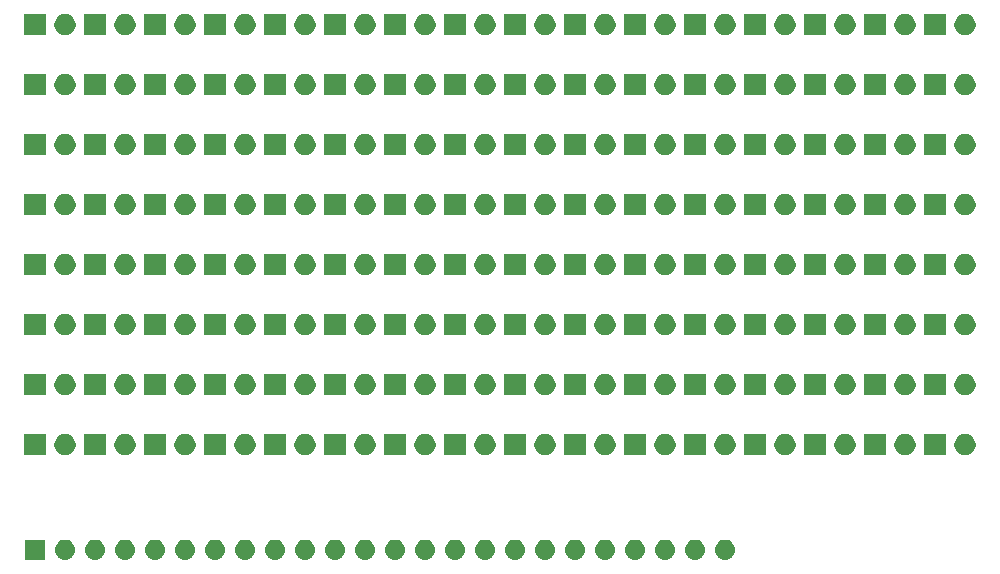
<source format=gbr>
G04 #@! TF.GenerationSoftware,KiCad,Pcbnew,5.0.2-bee76a0~70~ubuntu16.04.1*
G04 #@! TF.CreationDate,2019-11-21T15:25:57-08:00*
G04 #@! TF.ProjectId,led-panel,6c65642d-7061-46e6-956c-2e6b69636164,rev?*
G04 #@! TF.SameCoordinates,Original*
G04 #@! TF.FileFunction,Soldermask,Top*
G04 #@! TF.FilePolarity,Negative*
%FSLAX46Y46*%
G04 Gerber Fmt 4.6, Leading zero omitted, Abs format (unit mm)*
G04 Created by KiCad (PCBNEW 5.0.2-bee76a0~70~ubuntu16.04.1) date Thu 21 Nov 2019 03:25:57 PM PST*
%MOMM*%
%LPD*%
G01*
G04 APERTURE LIST*
%ADD10C,0.100000*%
G04 APERTURE END LIST*
D10*
G36*
X107530000Y-108800000D02*
X105830000Y-108800000D01*
X105830000Y-107100000D01*
X107530000Y-107100000D01*
X107530000Y-108800000D01*
X107530000Y-108800000D01*
G37*
G36*
X137326630Y-107112299D02*
X137486855Y-107160903D01*
X137634520Y-107239831D01*
X137763949Y-107346051D01*
X137870169Y-107475480D01*
X137949097Y-107623145D01*
X137997701Y-107783370D01*
X138014112Y-107950000D01*
X137997701Y-108116630D01*
X137949097Y-108276855D01*
X137870169Y-108424520D01*
X137763949Y-108553949D01*
X137634520Y-108660169D01*
X137486855Y-108739097D01*
X137326630Y-108787701D01*
X137201752Y-108800000D01*
X137118248Y-108800000D01*
X136993370Y-108787701D01*
X136833145Y-108739097D01*
X136685480Y-108660169D01*
X136556051Y-108553949D01*
X136449831Y-108424520D01*
X136370903Y-108276855D01*
X136322299Y-108116630D01*
X136305888Y-107950000D01*
X136322299Y-107783370D01*
X136370903Y-107623145D01*
X136449831Y-107475480D01*
X136556051Y-107346051D01*
X136685480Y-107239831D01*
X136833145Y-107160903D01*
X136993370Y-107112299D01*
X137118248Y-107100000D01*
X137201752Y-107100000D01*
X137326630Y-107112299D01*
X137326630Y-107112299D01*
G37*
G36*
X165266630Y-107112299D02*
X165426855Y-107160903D01*
X165574520Y-107239831D01*
X165703949Y-107346051D01*
X165810169Y-107475480D01*
X165889097Y-107623145D01*
X165937701Y-107783370D01*
X165954112Y-107950000D01*
X165937701Y-108116630D01*
X165889097Y-108276855D01*
X165810169Y-108424520D01*
X165703949Y-108553949D01*
X165574520Y-108660169D01*
X165426855Y-108739097D01*
X165266630Y-108787701D01*
X165141752Y-108800000D01*
X165058248Y-108800000D01*
X164933370Y-108787701D01*
X164773145Y-108739097D01*
X164625480Y-108660169D01*
X164496051Y-108553949D01*
X164389831Y-108424520D01*
X164310903Y-108276855D01*
X164262299Y-108116630D01*
X164245888Y-107950000D01*
X164262299Y-107783370D01*
X164310903Y-107623145D01*
X164389831Y-107475480D01*
X164496051Y-107346051D01*
X164625480Y-107239831D01*
X164773145Y-107160903D01*
X164933370Y-107112299D01*
X165058248Y-107100000D01*
X165141752Y-107100000D01*
X165266630Y-107112299D01*
X165266630Y-107112299D01*
G37*
G36*
X160186630Y-107112299D02*
X160346855Y-107160903D01*
X160494520Y-107239831D01*
X160623949Y-107346051D01*
X160730169Y-107475480D01*
X160809097Y-107623145D01*
X160857701Y-107783370D01*
X160874112Y-107950000D01*
X160857701Y-108116630D01*
X160809097Y-108276855D01*
X160730169Y-108424520D01*
X160623949Y-108553949D01*
X160494520Y-108660169D01*
X160346855Y-108739097D01*
X160186630Y-108787701D01*
X160061752Y-108800000D01*
X159978248Y-108800000D01*
X159853370Y-108787701D01*
X159693145Y-108739097D01*
X159545480Y-108660169D01*
X159416051Y-108553949D01*
X159309831Y-108424520D01*
X159230903Y-108276855D01*
X159182299Y-108116630D01*
X159165888Y-107950000D01*
X159182299Y-107783370D01*
X159230903Y-107623145D01*
X159309831Y-107475480D01*
X159416051Y-107346051D01*
X159545480Y-107239831D01*
X159693145Y-107160903D01*
X159853370Y-107112299D01*
X159978248Y-107100000D01*
X160061752Y-107100000D01*
X160186630Y-107112299D01*
X160186630Y-107112299D01*
G37*
G36*
X157646630Y-107112299D02*
X157806855Y-107160903D01*
X157954520Y-107239831D01*
X158083949Y-107346051D01*
X158190169Y-107475480D01*
X158269097Y-107623145D01*
X158317701Y-107783370D01*
X158334112Y-107950000D01*
X158317701Y-108116630D01*
X158269097Y-108276855D01*
X158190169Y-108424520D01*
X158083949Y-108553949D01*
X157954520Y-108660169D01*
X157806855Y-108739097D01*
X157646630Y-108787701D01*
X157521752Y-108800000D01*
X157438248Y-108800000D01*
X157313370Y-108787701D01*
X157153145Y-108739097D01*
X157005480Y-108660169D01*
X156876051Y-108553949D01*
X156769831Y-108424520D01*
X156690903Y-108276855D01*
X156642299Y-108116630D01*
X156625888Y-107950000D01*
X156642299Y-107783370D01*
X156690903Y-107623145D01*
X156769831Y-107475480D01*
X156876051Y-107346051D01*
X157005480Y-107239831D01*
X157153145Y-107160903D01*
X157313370Y-107112299D01*
X157438248Y-107100000D01*
X157521752Y-107100000D01*
X157646630Y-107112299D01*
X157646630Y-107112299D01*
G37*
G36*
X155106630Y-107112299D02*
X155266855Y-107160903D01*
X155414520Y-107239831D01*
X155543949Y-107346051D01*
X155650169Y-107475480D01*
X155729097Y-107623145D01*
X155777701Y-107783370D01*
X155794112Y-107950000D01*
X155777701Y-108116630D01*
X155729097Y-108276855D01*
X155650169Y-108424520D01*
X155543949Y-108553949D01*
X155414520Y-108660169D01*
X155266855Y-108739097D01*
X155106630Y-108787701D01*
X154981752Y-108800000D01*
X154898248Y-108800000D01*
X154773370Y-108787701D01*
X154613145Y-108739097D01*
X154465480Y-108660169D01*
X154336051Y-108553949D01*
X154229831Y-108424520D01*
X154150903Y-108276855D01*
X154102299Y-108116630D01*
X154085888Y-107950000D01*
X154102299Y-107783370D01*
X154150903Y-107623145D01*
X154229831Y-107475480D01*
X154336051Y-107346051D01*
X154465480Y-107239831D01*
X154613145Y-107160903D01*
X154773370Y-107112299D01*
X154898248Y-107100000D01*
X154981752Y-107100000D01*
X155106630Y-107112299D01*
X155106630Y-107112299D01*
G37*
G36*
X152566630Y-107112299D02*
X152726855Y-107160903D01*
X152874520Y-107239831D01*
X153003949Y-107346051D01*
X153110169Y-107475480D01*
X153189097Y-107623145D01*
X153237701Y-107783370D01*
X153254112Y-107950000D01*
X153237701Y-108116630D01*
X153189097Y-108276855D01*
X153110169Y-108424520D01*
X153003949Y-108553949D01*
X152874520Y-108660169D01*
X152726855Y-108739097D01*
X152566630Y-108787701D01*
X152441752Y-108800000D01*
X152358248Y-108800000D01*
X152233370Y-108787701D01*
X152073145Y-108739097D01*
X151925480Y-108660169D01*
X151796051Y-108553949D01*
X151689831Y-108424520D01*
X151610903Y-108276855D01*
X151562299Y-108116630D01*
X151545888Y-107950000D01*
X151562299Y-107783370D01*
X151610903Y-107623145D01*
X151689831Y-107475480D01*
X151796051Y-107346051D01*
X151925480Y-107239831D01*
X152073145Y-107160903D01*
X152233370Y-107112299D01*
X152358248Y-107100000D01*
X152441752Y-107100000D01*
X152566630Y-107112299D01*
X152566630Y-107112299D01*
G37*
G36*
X150026630Y-107112299D02*
X150186855Y-107160903D01*
X150334520Y-107239831D01*
X150463949Y-107346051D01*
X150570169Y-107475480D01*
X150649097Y-107623145D01*
X150697701Y-107783370D01*
X150714112Y-107950000D01*
X150697701Y-108116630D01*
X150649097Y-108276855D01*
X150570169Y-108424520D01*
X150463949Y-108553949D01*
X150334520Y-108660169D01*
X150186855Y-108739097D01*
X150026630Y-108787701D01*
X149901752Y-108800000D01*
X149818248Y-108800000D01*
X149693370Y-108787701D01*
X149533145Y-108739097D01*
X149385480Y-108660169D01*
X149256051Y-108553949D01*
X149149831Y-108424520D01*
X149070903Y-108276855D01*
X149022299Y-108116630D01*
X149005888Y-107950000D01*
X149022299Y-107783370D01*
X149070903Y-107623145D01*
X149149831Y-107475480D01*
X149256051Y-107346051D01*
X149385480Y-107239831D01*
X149533145Y-107160903D01*
X149693370Y-107112299D01*
X149818248Y-107100000D01*
X149901752Y-107100000D01*
X150026630Y-107112299D01*
X150026630Y-107112299D01*
G37*
G36*
X147486630Y-107112299D02*
X147646855Y-107160903D01*
X147794520Y-107239831D01*
X147923949Y-107346051D01*
X148030169Y-107475480D01*
X148109097Y-107623145D01*
X148157701Y-107783370D01*
X148174112Y-107950000D01*
X148157701Y-108116630D01*
X148109097Y-108276855D01*
X148030169Y-108424520D01*
X147923949Y-108553949D01*
X147794520Y-108660169D01*
X147646855Y-108739097D01*
X147486630Y-108787701D01*
X147361752Y-108800000D01*
X147278248Y-108800000D01*
X147153370Y-108787701D01*
X146993145Y-108739097D01*
X146845480Y-108660169D01*
X146716051Y-108553949D01*
X146609831Y-108424520D01*
X146530903Y-108276855D01*
X146482299Y-108116630D01*
X146465888Y-107950000D01*
X146482299Y-107783370D01*
X146530903Y-107623145D01*
X146609831Y-107475480D01*
X146716051Y-107346051D01*
X146845480Y-107239831D01*
X146993145Y-107160903D01*
X147153370Y-107112299D01*
X147278248Y-107100000D01*
X147361752Y-107100000D01*
X147486630Y-107112299D01*
X147486630Y-107112299D01*
G37*
G36*
X144946630Y-107112299D02*
X145106855Y-107160903D01*
X145254520Y-107239831D01*
X145383949Y-107346051D01*
X145490169Y-107475480D01*
X145569097Y-107623145D01*
X145617701Y-107783370D01*
X145634112Y-107950000D01*
X145617701Y-108116630D01*
X145569097Y-108276855D01*
X145490169Y-108424520D01*
X145383949Y-108553949D01*
X145254520Y-108660169D01*
X145106855Y-108739097D01*
X144946630Y-108787701D01*
X144821752Y-108800000D01*
X144738248Y-108800000D01*
X144613370Y-108787701D01*
X144453145Y-108739097D01*
X144305480Y-108660169D01*
X144176051Y-108553949D01*
X144069831Y-108424520D01*
X143990903Y-108276855D01*
X143942299Y-108116630D01*
X143925888Y-107950000D01*
X143942299Y-107783370D01*
X143990903Y-107623145D01*
X144069831Y-107475480D01*
X144176051Y-107346051D01*
X144305480Y-107239831D01*
X144453145Y-107160903D01*
X144613370Y-107112299D01*
X144738248Y-107100000D01*
X144821752Y-107100000D01*
X144946630Y-107112299D01*
X144946630Y-107112299D01*
G37*
G36*
X142406630Y-107112299D02*
X142566855Y-107160903D01*
X142714520Y-107239831D01*
X142843949Y-107346051D01*
X142950169Y-107475480D01*
X143029097Y-107623145D01*
X143077701Y-107783370D01*
X143094112Y-107950000D01*
X143077701Y-108116630D01*
X143029097Y-108276855D01*
X142950169Y-108424520D01*
X142843949Y-108553949D01*
X142714520Y-108660169D01*
X142566855Y-108739097D01*
X142406630Y-108787701D01*
X142281752Y-108800000D01*
X142198248Y-108800000D01*
X142073370Y-108787701D01*
X141913145Y-108739097D01*
X141765480Y-108660169D01*
X141636051Y-108553949D01*
X141529831Y-108424520D01*
X141450903Y-108276855D01*
X141402299Y-108116630D01*
X141385888Y-107950000D01*
X141402299Y-107783370D01*
X141450903Y-107623145D01*
X141529831Y-107475480D01*
X141636051Y-107346051D01*
X141765480Y-107239831D01*
X141913145Y-107160903D01*
X142073370Y-107112299D01*
X142198248Y-107100000D01*
X142281752Y-107100000D01*
X142406630Y-107112299D01*
X142406630Y-107112299D01*
G37*
G36*
X139866630Y-107112299D02*
X140026855Y-107160903D01*
X140174520Y-107239831D01*
X140303949Y-107346051D01*
X140410169Y-107475480D01*
X140489097Y-107623145D01*
X140537701Y-107783370D01*
X140554112Y-107950000D01*
X140537701Y-108116630D01*
X140489097Y-108276855D01*
X140410169Y-108424520D01*
X140303949Y-108553949D01*
X140174520Y-108660169D01*
X140026855Y-108739097D01*
X139866630Y-108787701D01*
X139741752Y-108800000D01*
X139658248Y-108800000D01*
X139533370Y-108787701D01*
X139373145Y-108739097D01*
X139225480Y-108660169D01*
X139096051Y-108553949D01*
X138989831Y-108424520D01*
X138910903Y-108276855D01*
X138862299Y-108116630D01*
X138845888Y-107950000D01*
X138862299Y-107783370D01*
X138910903Y-107623145D01*
X138989831Y-107475480D01*
X139096051Y-107346051D01*
X139225480Y-107239831D01*
X139373145Y-107160903D01*
X139533370Y-107112299D01*
X139658248Y-107100000D01*
X139741752Y-107100000D01*
X139866630Y-107112299D01*
X139866630Y-107112299D01*
G37*
G36*
X162726630Y-107112299D02*
X162886855Y-107160903D01*
X163034520Y-107239831D01*
X163163949Y-107346051D01*
X163270169Y-107475480D01*
X163349097Y-107623145D01*
X163397701Y-107783370D01*
X163414112Y-107950000D01*
X163397701Y-108116630D01*
X163349097Y-108276855D01*
X163270169Y-108424520D01*
X163163949Y-108553949D01*
X163034520Y-108660169D01*
X162886855Y-108739097D01*
X162726630Y-108787701D01*
X162601752Y-108800000D01*
X162518248Y-108800000D01*
X162393370Y-108787701D01*
X162233145Y-108739097D01*
X162085480Y-108660169D01*
X161956051Y-108553949D01*
X161849831Y-108424520D01*
X161770903Y-108276855D01*
X161722299Y-108116630D01*
X161705888Y-107950000D01*
X161722299Y-107783370D01*
X161770903Y-107623145D01*
X161849831Y-107475480D01*
X161956051Y-107346051D01*
X162085480Y-107239831D01*
X162233145Y-107160903D01*
X162393370Y-107112299D01*
X162518248Y-107100000D01*
X162601752Y-107100000D01*
X162726630Y-107112299D01*
X162726630Y-107112299D01*
G37*
G36*
X132246630Y-107112299D02*
X132406855Y-107160903D01*
X132554520Y-107239831D01*
X132683949Y-107346051D01*
X132790169Y-107475480D01*
X132869097Y-107623145D01*
X132917701Y-107783370D01*
X132934112Y-107950000D01*
X132917701Y-108116630D01*
X132869097Y-108276855D01*
X132790169Y-108424520D01*
X132683949Y-108553949D01*
X132554520Y-108660169D01*
X132406855Y-108739097D01*
X132246630Y-108787701D01*
X132121752Y-108800000D01*
X132038248Y-108800000D01*
X131913370Y-108787701D01*
X131753145Y-108739097D01*
X131605480Y-108660169D01*
X131476051Y-108553949D01*
X131369831Y-108424520D01*
X131290903Y-108276855D01*
X131242299Y-108116630D01*
X131225888Y-107950000D01*
X131242299Y-107783370D01*
X131290903Y-107623145D01*
X131369831Y-107475480D01*
X131476051Y-107346051D01*
X131605480Y-107239831D01*
X131753145Y-107160903D01*
X131913370Y-107112299D01*
X132038248Y-107100000D01*
X132121752Y-107100000D01*
X132246630Y-107112299D01*
X132246630Y-107112299D01*
G37*
G36*
X134786630Y-107112299D02*
X134946855Y-107160903D01*
X135094520Y-107239831D01*
X135223949Y-107346051D01*
X135330169Y-107475480D01*
X135409097Y-107623145D01*
X135457701Y-107783370D01*
X135474112Y-107950000D01*
X135457701Y-108116630D01*
X135409097Y-108276855D01*
X135330169Y-108424520D01*
X135223949Y-108553949D01*
X135094520Y-108660169D01*
X134946855Y-108739097D01*
X134786630Y-108787701D01*
X134661752Y-108800000D01*
X134578248Y-108800000D01*
X134453370Y-108787701D01*
X134293145Y-108739097D01*
X134145480Y-108660169D01*
X134016051Y-108553949D01*
X133909831Y-108424520D01*
X133830903Y-108276855D01*
X133782299Y-108116630D01*
X133765888Y-107950000D01*
X133782299Y-107783370D01*
X133830903Y-107623145D01*
X133909831Y-107475480D01*
X134016051Y-107346051D01*
X134145480Y-107239831D01*
X134293145Y-107160903D01*
X134453370Y-107112299D01*
X134578248Y-107100000D01*
X134661752Y-107100000D01*
X134786630Y-107112299D01*
X134786630Y-107112299D01*
G37*
G36*
X109386630Y-107112299D02*
X109546855Y-107160903D01*
X109694520Y-107239831D01*
X109823949Y-107346051D01*
X109930169Y-107475480D01*
X110009097Y-107623145D01*
X110057701Y-107783370D01*
X110074112Y-107950000D01*
X110057701Y-108116630D01*
X110009097Y-108276855D01*
X109930169Y-108424520D01*
X109823949Y-108553949D01*
X109694520Y-108660169D01*
X109546855Y-108739097D01*
X109386630Y-108787701D01*
X109261752Y-108800000D01*
X109178248Y-108800000D01*
X109053370Y-108787701D01*
X108893145Y-108739097D01*
X108745480Y-108660169D01*
X108616051Y-108553949D01*
X108509831Y-108424520D01*
X108430903Y-108276855D01*
X108382299Y-108116630D01*
X108365888Y-107950000D01*
X108382299Y-107783370D01*
X108430903Y-107623145D01*
X108509831Y-107475480D01*
X108616051Y-107346051D01*
X108745480Y-107239831D01*
X108893145Y-107160903D01*
X109053370Y-107112299D01*
X109178248Y-107100000D01*
X109261752Y-107100000D01*
X109386630Y-107112299D01*
X109386630Y-107112299D01*
G37*
G36*
X111926630Y-107112299D02*
X112086855Y-107160903D01*
X112234520Y-107239831D01*
X112363949Y-107346051D01*
X112470169Y-107475480D01*
X112549097Y-107623145D01*
X112597701Y-107783370D01*
X112614112Y-107950000D01*
X112597701Y-108116630D01*
X112549097Y-108276855D01*
X112470169Y-108424520D01*
X112363949Y-108553949D01*
X112234520Y-108660169D01*
X112086855Y-108739097D01*
X111926630Y-108787701D01*
X111801752Y-108800000D01*
X111718248Y-108800000D01*
X111593370Y-108787701D01*
X111433145Y-108739097D01*
X111285480Y-108660169D01*
X111156051Y-108553949D01*
X111049831Y-108424520D01*
X110970903Y-108276855D01*
X110922299Y-108116630D01*
X110905888Y-107950000D01*
X110922299Y-107783370D01*
X110970903Y-107623145D01*
X111049831Y-107475480D01*
X111156051Y-107346051D01*
X111285480Y-107239831D01*
X111433145Y-107160903D01*
X111593370Y-107112299D01*
X111718248Y-107100000D01*
X111801752Y-107100000D01*
X111926630Y-107112299D01*
X111926630Y-107112299D01*
G37*
G36*
X114466630Y-107112299D02*
X114626855Y-107160903D01*
X114774520Y-107239831D01*
X114903949Y-107346051D01*
X115010169Y-107475480D01*
X115089097Y-107623145D01*
X115137701Y-107783370D01*
X115154112Y-107950000D01*
X115137701Y-108116630D01*
X115089097Y-108276855D01*
X115010169Y-108424520D01*
X114903949Y-108553949D01*
X114774520Y-108660169D01*
X114626855Y-108739097D01*
X114466630Y-108787701D01*
X114341752Y-108800000D01*
X114258248Y-108800000D01*
X114133370Y-108787701D01*
X113973145Y-108739097D01*
X113825480Y-108660169D01*
X113696051Y-108553949D01*
X113589831Y-108424520D01*
X113510903Y-108276855D01*
X113462299Y-108116630D01*
X113445888Y-107950000D01*
X113462299Y-107783370D01*
X113510903Y-107623145D01*
X113589831Y-107475480D01*
X113696051Y-107346051D01*
X113825480Y-107239831D01*
X113973145Y-107160903D01*
X114133370Y-107112299D01*
X114258248Y-107100000D01*
X114341752Y-107100000D01*
X114466630Y-107112299D01*
X114466630Y-107112299D01*
G37*
G36*
X117006630Y-107112299D02*
X117166855Y-107160903D01*
X117314520Y-107239831D01*
X117443949Y-107346051D01*
X117550169Y-107475480D01*
X117629097Y-107623145D01*
X117677701Y-107783370D01*
X117694112Y-107950000D01*
X117677701Y-108116630D01*
X117629097Y-108276855D01*
X117550169Y-108424520D01*
X117443949Y-108553949D01*
X117314520Y-108660169D01*
X117166855Y-108739097D01*
X117006630Y-108787701D01*
X116881752Y-108800000D01*
X116798248Y-108800000D01*
X116673370Y-108787701D01*
X116513145Y-108739097D01*
X116365480Y-108660169D01*
X116236051Y-108553949D01*
X116129831Y-108424520D01*
X116050903Y-108276855D01*
X116002299Y-108116630D01*
X115985888Y-107950000D01*
X116002299Y-107783370D01*
X116050903Y-107623145D01*
X116129831Y-107475480D01*
X116236051Y-107346051D01*
X116365480Y-107239831D01*
X116513145Y-107160903D01*
X116673370Y-107112299D01*
X116798248Y-107100000D01*
X116881752Y-107100000D01*
X117006630Y-107112299D01*
X117006630Y-107112299D01*
G37*
G36*
X119546630Y-107112299D02*
X119706855Y-107160903D01*
X119854520Y-107239831D01*
X119983949Y-107346051D01*
X120090169Y-107475480D01*
X120169097Y-107623145D01*
X120217701Y-107783370D01*
X120234112Y-107950000D01*
X120217701Y-108116630D01*
X120169097Y-108276855D01*
X120090169Y-108424520D01*
X119983949Y-108553949D01*
X119854520Y-108660169D01*
X119706855Y-108739097D01*
X119546630Y-108787701D01*
X119421752Y-108800000D01*
X119338248Y-108800000D01*
X119213370Y-108787701D01*
X119053145Y-108739097D01*
X118905480Y-108660169D01*
X118776051Y-108553949D01*
X118669831Y-108424520D01*
X118590903Y-108276855D01*
X118542299Y-108116630D01*
X118525888Y-107950000D01*
X118542299Y-107783370D01*
X118590903Y-107623145D01*
X118669831Y-107475480D01*
X118776051Y-107346051D01*
X118905480Y-107239831D01*
X119053145Y-107160903D01*
X119213370Y-107112299D01*
X119338248Y-107100000D01*
X119421752Y-107100000D01*
X119546630Y-107112299D01*
X119546630Y-107112299D01*
G37*
G36*
X122086630Y-107112299D02*
X122246855Y-107160903D01*
X122394520Y-107239831D01*
X122523949Y-107346051D01*
X122630169Y-107475480D01*
X122709097Y-107623145D01*
X122757701Y-107783370D01*
X122774112Y-107950000D01*
X122757701Y-108116630D01*
X122709097Y-108276855D01*
X122630169Y-108424520D01*
X122523949Y-108553949D01*
X122394520Y-108660169D01*
X122246855Y-108739097D01*
X122086630Y-108787701D01*
X121961752Y-108800000D01*
X121878248Y-108800000D01*
X121753370Y-108787701D01*
X121593145Y-108739097D01*
X121445480Y-108660169D01*
X121316051Y-108553949D01*
X121209831Y-108424520D01*
X121130903Y-108276855D01*
X121082299Y-108116630D01*
X121065888Y-107950000D01*
X121082299Y-107783370D01*
X121130903Y-107623145D01*
X121209831Y-107475480D01*
X121316051Y-107346051D01*
X121445480Y-107239831D01*
X121593145Y-107160903D01*
X121753370Y-107112299D01*
X121878248Y-107100000D01*
X121961752Y-107100000D01*
X122086630Y-107112299D01*
X122086630Y-107112299D01*
G37*
G36*
X124626630Y-107112299D02*
X124786855Y-107160903D01*
X124934520Y-107239831D01*
X125063949Y-107346051D01*
X125170169Y-107475480D01*
X125249097Y-107623145D01*
X125297701Y-107783370D01*
X125314112Y-107950000D01*
X125297701Y-108116630D01*
X125249097Y-108276855D01*
X125170169Y-108424520D01*
X125063949Y-108553949D01*
X124934520Y-108660169D01*
X124786855Y-108739097D01*
X124626630Y-108787701D01*
X124501752Y-108800000D01*
X124418248Y-108800000D01*
X124293370Y-108787701D01*
X124133145Y-108739097D01*
X123985480Y-108660169D01*
X123856051Y-108553949D01*
X123749831Y-108424520D01*
X123670903Y-108276855D01*
X123622299Y-108116630D01*
X123605888Y-107950000D01*
X123622299Y-107783370D01*
X123670903Y-107623145D01*
X123749831Y-107475480D01*
X123856051Y-107346051D01*
X123985480Y-107239831D01*
X124133145Y-107160903D01*
X124293370Y-107112299D01*
X124418248Y-107100000D01*
X124501752Y-107100000D01*
X124626630Y-107112299D01*
X124626630Y-107112299D01*
G37*
G36*
X127166630Y-107112299D02*
X127326855Y-107160903D01*
X127474520Y-107239831D01*
X127603949Y-107346051D01*
X127710169Y-107475480D01*
X127789097Y-107623145D01*
X127837701Y-107783370D01*
X127854112Y-107950000D01*
X127837701Y-108116630D01*
X127789097Y-108276855D01*
X127710169Y-108424520D01*
X127603949Y-108553949D01*
X127474520Y-108660169D01*
X127326855Y-108739097D01*
X127166630Y-108787701D01*
X127041752Y-108800000D01*
X126958248Y-108800000D01*
X126833370Y-108787701D01*
X126673145Y-108739097D01*
X126525480Y-108660169D01*
X126396051Y-108553949D01*
X126289831Y-108424520D01*
X126210903Y-108276855D01*
X126162299Y-108116630D01*
X126145888Y-107950000D01*
X126162299Y-107783370D01*
X126210903Y-107623145D01*
X126289831Y-107475480D01*
X126396051Y-107346051D01*
X126525480Y-107239831D01*
X126673145Y-107160903D01*
X126833370Y-107112299D01*
X126958248Y-107100000D01*
X127041752Y-107100000D01*
X127166630Y-107112299D01*
X127166630Y-107112299D01*
G37*
G36*
X129706630Y-107112299D02*
X129866855Y-107160903D01*
X130014520Y-107239831D01*
X130143949Y-107346051D01*
X130250169Y-107475480D01*
X130329097Y-107623145D01*
X130377701Y-107783370D01*
X130394112Y-107950000D01*
X130377701Y-108116630D01*
X130329097Y-108276855D01*
X130250169Y-108424520D01*
X130143949Y-108553949D01*
X130014520Y-108660169D01*
X129866855Y-108739097D01*
X129706630Y-108787701D01*
X129581752Y-108800000D01*
X129498248Y-108800000D01*
X129373370Y-108787701D01*
X129213145Y-108739097D01*
X129065480Y-108660169D01*
X128936051Y-108553949D01*
X128829831Y-108424520D01*
X128750903Y-108276855D01*
X128702299Y-108116630D01*
X128685888Y-107950000D01*
X128702299Y-107783370D01*
X128750903Y-107623145D01*
X128829831Y-107475480D01*
X128936051Y-107346051D01*
X129065480Y-107239831D01*
X129213145Y-107160903D01*
X129373370Y-107112299D01*
X129498248Y-107100000D01*
X129581752Y-107100000D01*
X129706630Y-107112299D01*
X129706630Y-107112299D01*
G37*
G36*
X168540000Y-99960000D02*
X166740000Y-99960000D01*
X166740000Y-98160000D01*
X168540000Y-98160000D01*
X168540000Y-99960000D01*
X168540000Y-99960000D01*
G37*
G36*
X185682521Y-98194586D02*
X185846309Y-98262429D01*
X185993720Y-98360926D01*
X186119074Y-98486280D01*
X186217571Y-98633691D01*
X186285414Y-98797479D01*
X186320000Y-98971356D01*
X186320000Y-99148644D01*
X186285414Y-99322521D01*
X186217571Y-99486309D01*
X186119074Y-99633720D01*
X185993720Y-99759074D01*
X185846309Y-99857571D01*
X185682521Y-99925414D01*
X185508644Y-99960000D01*
X185331356Y-99960000D01*
X185157479Y-99925414D01*
X184993691Y-99857571D01*
X184846280Y-99759074D01*
X184720926Y-99633720D01*
X184622429Y-99486309D01*
X184554586Y-99322521D01*
X184520000Y-99148644D01*
X184520000Y-98971356D01*
X184554586Y-98797479D01*
X184622429Y-98633691D01*
X184720926Y-98486280D01*
X184846280Y-98360926D01*
X184993691Y-98262429D01*
X185157479Y-98194586D01*
X185331356Y-98160000D01*
X185508644Y-98160000D01*
X185682521Y-98194586D01*
X185682521Y-98194586D01*
G37*
G36*
X183780000Y-99960000D02*
X181980000Y-99960000D01*
X181980000Y-98160000D01*
X183780000Y-98160000D01*
X183780000Y-99960000D01*
X183780000Y-99960000D01*
G37*
G36*
X178700000Y-99960000D02*
X176900000Y-99960000D01*
X176900000Y-98160000D01*
X178700000Y-98160000D01*
X178700000Y-99960000D01*
X178700000Y-99960000D01*
G37*
G36*
X173620000Y-99960000D02*
X171820000Y-99960000D01*
X171820000Y-98160000D01*
X173620000Y-98160000D01*
X173620000Y-99960000D01*
X173620000Y-99960000D01*
G37*
G36*
X175522521Y-98194586D02*
X175686309Y-98262429D01*
X175833720Y-98360926D01*
X175959074Y-98486280D01*
X176057571Y-98633691D01*
X176125414Y-98797479D01*
X176160000Y-98971356D01*
X176160000Y-99148644D01*
X176125414Y-99322521D01*
X176057571Y-99486309D01*
X175959074Y-99633720D01*
X175833720Y-99759074D01*
X175686309Y-99857571D01*
X175522521Y-99925414D01*
X175348644Y-99960000D01*
X175171356Y-99960000D01*
X174997479Y-99925414D01*
X174833691Y-99857571D01*
X174686280Y-99759074D01*
X174560926Y-99633720D01*
X174462429Y-99486309D01*
X174394586Y-99322521D01*
X174360000Y-99148644D01*
X174360000Y-98971356D01*
X174394586Y-98797479D01*
X174462429Y-98633691D01*
X174560926Y-98486280D01*
X174686280Y-98360926D01*
X174833691Y-98262429D01*
X174997479Y-98194586D01*
X175171356Y-98160000D01*
X175348644Y-98160000D01*
X175522521Y-98194586D01*
X175522521Y-98194586D01*
G37*
G36*
X170442521Y-98194586D02*
X170606309Y-98262429D01*
X170753720Y-98360926D01*
X170879074Y-98486280D01*
X170977571Y-98633691D01*
X171045414Y-98797479D01*
X171080000Y-98971356D01*
X171080000Y-99148644D01*
X171045414Y-99322521D01*
X170977571Y-99486309D01*
X170879074Y-99633720D01*
X170753720Y-99759074D01*
X170606309Y-99857571D01*
X170442521Y-99925414D01*
X170268644Y-99960000D01*
X170091356Y-99960000D01*
X169917479Y-99925414D01*
X169753691Y-99857571D01*
X169606280Y-99759074D01*
X169480926Y-99633720D01*
X169382429Y-99486309D01*
X169314586Y-99322521D01*
X169280000Y-99148644D01*
X169280000Y-98971356D01*
X169314586Y-98797479D01*
X169382429Y-98633691D01*
X169480926Y-98486280D01*
X169606280Y-98360926D01*
X169753691Y-98262429D01*
X169917479Y-98194586D01*
X170091356Y-98160000D01*
X170268644Y-98160000D01*
X170442521Y-98194586D01*
X170442521Y-98194586D01*
G37*
G36*
X148220000Y-99960000D02*
X146420000Y-99960000D01*
X146420000Y-98160000D01*
X148220000Y-98160000D01*
X148220000Y-99960000D01*
X148220000Y-99960000D01*
G37*
G36*
X163460000Y-99960000D02*
X161660000Y-99960000D01*
X161660000Y-98160000D01*
X163460000Y-98160000D01*
X163460000Y-99960000D01*
X163460000Y-99960000D01*
G37*
G36*
X165362521Y-98194586D02*
X165526309Y-98262429D01*
X165673720Y-98360926D01*
X165799074Y-98486280D01*
X165897571Y-98633691D01*
X165965414Y-98797479D01*
X166000000Y-98971356D01*
X166000000Y-99148644D01*
X165965414Y-99322521D01*
X165897571Y-99486309D01*
X165799074Y-99633720D01*
X165673720Y-99759074D01*
X165526309Y-99857571D01*
X165362521Y-99925414D01*
X165188644Y-99960000D01*
X165011356Y-99960000D01*
X164837479Y-99925414D01*
X164673691Y-99857571D01*
X164526280Y-99759074D01*
X164400926Y-99633720D01*
X164302429Y-99486309D01*
X164234586Y-99322521D01*
X164200000Y-99148644D01*
X164200000Y-98971356D01*
X164234586Y-98797479D01*
X164302429Y-98633691D01*
X164400926Y-98486280D01*
X164526280Y-98360926D01*
X164673691Y-98262429D01*
X164837479Y-98194586D01*
X165011356Y-98160000D01*
X165188644Y-98160000D01*
X165362521Y-98194586D01*
X165362521Y-98194586D01*
G37*
G36*
X160282521Y-98194586D02*
X160446309Y-98262429D01*
X160593720Y-98360926D01*
X160719074Y-98486280D01*
X160817571Y-98633691D01*
X160885414Y-98797479D01*
X160920000Y-98971356D01*
X160920000Y-99148644D01*
X160885414Y-99322521D01*
X160817571Y-99486309D01*
X160719074Y-99633720D01*
X160593720Y-99759074D01*
X160446309Y-99857571D01*
X160282521Y-99925414D01*
X160108644Y-99960000D01*
X159931356Y-99960000D01*
X159757479Y-99925414D01*
X159593691Y-99857571D01*
X159446280Y-99759074D01*
X159320926Y-99633720D01*
X159222429Y-99486309D01*
X159154586Y-99322521D01*
X159120000Y-99148644D01*
X159120000Y-98971356D01*
X159154586Y-98797479D01*
X159222429Y-98633691D01*
X159320926Y-98486280D01*
X159446280Y-98360926D01*
X159593691Y-98262429D01*
X159757479Y-98194586D01*
X159931356Y-98160000D01*
X160108644Y-98160000D01*
X160282521Y-98194586D01*
X160282521Y-98194586D01*
G37*
G36*
X158380000Y-99960000D02*
X156580000Y-99960000D01*
X156580000Y-98160000D01*
X158380000Y-98160000D01*
X158380000Y-99960000D01*
X158380000Y-99960000D01*
G37*
G36*
X153300000Y-99960000D02*
X151500000Y-99960000D01*
X151500000Y-98160000D01*
X153300000Y-98160000D01*
X153300000Y-99960000D01*
X153300000Y-99960000D01*
G37*
G36*
X155202521Y-98194586D02*
X155366309Y-98262429D01*
X155513720Y-98360926D01*
X155639074Y-98486280D01*
X155737571Y-98633691D01*
X155805414Y-98797479D01*
X155840000Y-98971356D01*
X155840000Y-99148644D01*
X155805414Y-99322521D01*
X155737571Y-99486309D01*
X155639074Y-99633720D01*
X155513720Y-99759074D01*
X155366309Y-99857571D01*
X155202521Y-99925414D01*
X155028644Y-99960000D01*
X154851356Y-99960000D01*
X154677479Y-99925414D01*
X154513691Y-99857571D01*
X154366280Y-99759074D01*
X154240926Y-99633720D01*
X154142429Y-99486309D01*
X154074586Y-99322521D01*
X154040000Y-99148644D01*
X154040000Y-98971356D01*
X154074586Y-98797479D01*
X154142429Y-98633691D01*
X154240926Y-98486280D01*
X154366280Y-98360926D01*
X154513691Y-98262429D01*
X154677479Y-98194586D01*
X154851356Y-98160000D01*
X155028644Y-98160000D01*
X155202521Y-98194586D01*
X155202521Y-98194586D01*
G37*
G36*
X150122521Y-98194586D02*
X150286309Y-98262429D01*
X150433720Y-98360926D01*
X150559074Y-98486280D01*
X150657571Y-98633691D01*
X150725414Y-98797479D01*
X150760000Y-98971356D01*
X150760000Y-99148644D01*
X150725414Y-99322521D01*
X150657571Y-99486309D01*
X150559074Y-99633720D01*
X150433720Y-99759074D01*
X150286309Y-99857571D01*
X150122521Y-99925414D01*
X149948644Y-99960000D01*
X149771356Y-99960000D01*
X149597479Y-99925414D01*
X149433691Y-99857571D01*
X149286280Y-99759074D01*
X149160926Y-99633720D01*
X149062429Y-99486309D01*
X148994586Y-99322521D01*
X148960000Y-99148644D01*
X148960000Y-98971356D01*
X148994586Y-98797479D01*
X149062429Y-98633691D01*
X149160926Y-98486280D01*
X149286280Y-98360926D01*
X149433691Y-98262429D01*
X149597479Y-98194586D01*
X149771356Y-98160000D01*
X149948644Y-98160000D01*
X150122521Y-98194586D01*
X150122521Y-98194586D01*
G37*
G36*
X109482521Y-98194586D02*
X109646309Y-98262429D01*
X109793720Y-98360926D01*
X109919074Y-98486280D01*
X110017571Y-98633691D01*
X110085414Y-98797479D01*
X110120000Y-98971356D01*
X110120000Y-99148644D01*
X110085414Y-99322521D01*
X110017571Y-99486309D01*
X109919074Y-99633720D01*
X109793720Y-99759074D01*
X109646309Y-99857571D01*
X109482521Y-99925414D01*
X109308644Y-99960000D01*
X109131356Y-99960000D01*
X108957479Y-99925414D01*
X108793691Y-99857571D01*
X108646280Y-99759074D01*
X108520926Y-99633720D01*
X108422429Y-99486309D01*
X108354586Y-99322521D01*
X108320000Y-99148644D01*
X108320000Y-98971356D01*
X108354586Y-98797479D01*
X108422429Y-98633691D01*
X108520926Y-98486280D01*
X108646280Y-98360926D01*
X108793691Y-98262429D01*
X108957479Y-98194586D01*
X109131356Y-98160000D01*
X109308644Y-98160000D01*
X109482521Y-98194586D01*
X109482521Y-98194586D01*
G37*
G36*
X180602521Y-98194586D02*
X180766309Y-98262429D01*
X180913720Y-98360926D01*
X181039074Y-98486280D01*
X181137571Y-98633691D01*
X181205414Y-98797479D01*
X181240000Y-98971356D01*
X181240000Y-99148644D01*
X181205414Y-99322521D01*
X181137571Y-99486309D01*
X181039074Y-99633720D01*
X180913720Y-99759074D01*
X180766309Y-99857571D01*
X180602521Y-99925414D01*
X180428644Y-99960000D01*
X180251356Y-99960000D01*
X180077479Y-99925414D01*
X179913691Y-99857571D01*
X179766280Y-99759074D01*
X179640926Y-99633720D01*
X179542429Y-99486309D01*
X179474586Y-99322521D01*
X179440000Y-99148644D01*
X179440000Y-98971356D01*
X179474586Y-98797479D01*
X179542429Y-98633691D01*
X179640926Y-98486280D01*
X179766280Y-98360926D01*
X179913691Y-98262429D01*
X180077479Y-98194586D01*
X180251356Y-98160000D01*
X180428644Y-98160000D01*
X180602521Y-98194586D01*
X180602521Y-98194586D01*
G37*
G36*
X145042521Y-98194586D02*
X145206309Y-98262429D01*
X145353720Y-98360926D01*
X145479074Y-98486280D01*
X145577571Y-98633691D01*
X145645414Y-98797479D01*
X145680000Y-98971356D01*
X145680000Y-99148644D01*
X145645414Y-99322521D01*
X145577571Y-99486309D01*
X145479074Y-99633720D01*
X145353720Y-99759074D01*
X145206309Y-99857571D01*
X145042521Y-99925414D01*
X144868644Y-99960000D01*
X144691356Y-99960000D01*
X144517479Y-99925414D01*
X144353691Y-99857571D01*
X144206280Y-99759074D01*
X144080926Y-99633720D01*
X143982429Y-99486309D01*
X143914586Y-99322521D01*
X143880000Y-99148644D01*
X143880000Y-98971356D01*
X143914586Y-98797479D01*
X143982429Y-98633691D01*
X144080926Y-98486280D01*
X144206280Y-98360926D01*
X144353691Y-98262429D01*
X144517479Y-98194586D01*
X144691356Y-98160000D01*
X144868644Y-98160000D01*
X145042521Y-98194586D01*
X145042521Y-98194586D01*
G37*
G36*
X143140000Y-99960000D02*
X141340000Y-99960000D01*
X141340000Y-98160000D01*
X143140000Y-98160000D01*
X143140000Y-99960000D01*
X143140000Y-99960000D01*
G37*
G36*
X139962521Y-98194586D02*
X140126309Y-98262429D01*
X140273720Y-98360926D01*
X140399074Y-98486280D01*
X140497571Y-98633691D01*
X140565414Y-98797479D01*
X140600000Y-98971356D01*
X140600000Y-99148644D01*
X140565414Y-99322521D01*
X140497571Y-99486309D01*
X140399074Y-99633720D01*
X140273720Y-99759074D01*
X140126309Y-99857571D01*
X139962521Y-99925414D01*
X139788644Y-99960000D01*
X139611356Y-99960000D01*
X139437479Y-99925414D01*
X139273691Y-99857571D01*
X139126280Y-99759074D01*
X139000926Y-99633720D01*
X138902429Y-99486309D01*
X138834586Y-99322521D01*
X138800000Y-99148644D01*
X138800000Y-98971356D01*
X138834586Y-98797479D01*
X138902429Y-98633691D01*
X139000926Y-98486280D01*
X139126280Y-98360926D01*
X139273691Y-98262429D01*
X139437479Y-98194586D01*
X139611356Y-98160000D01*
X139788644Y-98160000D01*
X139962521Y-98194586D01*
X139962521Y-98194586D01*
G37*
G36*
X138060000Y-99960000D02*
X136260000Y-99960000D01*
X136260000Y-98160000D01*
X138060000Y-98160000D01*
X138060000Y-99960000D01*
X138060000Y-99960000D01*
G37*
G36*
X132980000Y-99960000D02*
X131180000Y-99960000D01*
X131180000Y-98160000D01*
X132980000Y-98160000D01*
X132980000Y-99960000D01*
X132980000Y-99960000D01*
G37*
G36*
X134882521Y-98194586D02*
X135046309Y-98262429D01*
X135193720Y-98360926D01*
X135319074Y-98486280D01*
X135417571Y-98633691D01*
X135485414Y-98797479D01*
X135520000Y-98971356D01*
X135520000Y-99148644D01*
X135485414Y-99322521D01*
X135417571Y-99486309D01*
X135319074Y-99633720D01*
X135193720Y-99759074D01*
X135046309Y-99857571D01*
X134882521Y-99925414D01*
X134708644Y-99960000D01*
X134531356Y-99960000D01*
X134357479Y-99925414D01*
X134193691Y-99857571D01*
X134046280Y-99759074D01*
X133920926Y-99633720D01*
X133822429Y-99486309D01*
X133754586Y-99322521D01*
X133720000Y-99148644D01*
X133720000Y-98971356D01*
X133754586Y-98797479D01*
X133822429Y-98633691D01*
X133920926Y-98486280D01*
X134046280Y-98360926D01*
X134193691Y-98262429D01*
X134357479Y-98194586D01*
X134531356Y-98160000D01*
X134708644Y-98160000D01*
X134882521Y-98194586D01*
X134882521Y-98194586D01*
G37*
G36*
X124722521Y-98194586D02*
X124886309Y-98262429D01*
X125033720Y-98360926D01*
X125159074Y-98486280D01*
X125257571Y-98633691D01*
X125325414Y-98797479D01*
X125360000Y-98971356D01*
X125360000Y-99148644D01*
X125325414Y-99322521D01*
X125257571Y-99486309D01*
X125159074Y-99633720D01*
X125033720Y-99759074D01*
X124886309Y-99857571D01*
X124722521Y-99925414D01*
X124548644Y-99960000D01*
X124371356Y-99960000D01*
X124197479Y-99925414D01*
X124033691Y-99857571D01*
X123886280Y-99759074D01*
X123760926Y-99633720D01*
X123662429Y-99486309D01*
X123594586Y-99322521D01*
X123560000Y-99148644D01*
X123560000Y-98971356D01*
X123594586Y-98797479D01*
X123662429Y-98633691D01*
X123760926Y-98486280D01*
X123886280Y-98360926D01*
X124033691Y-98262429D01*
X124197479Y-98194586D01*
X124371356Y-98160000D01*
X124548644Y-98160000D01*
X124722521Y-98194586D01*
X124722521Y-98194586D01*
G37*
G36*
X122820000Y-99960000D02*
X121020000Y-99960000D01*
X121020000Y-98160000D01*
X122820000Y-98160000D01*
X122820000Y-99960000D01*
X122820000Y-99960000D01*
G37*
G36*
X117740000Y-99960000D02*
X115940000Y-99960000D01*
X115940000Y-98160000D01*
X117740000Y-98160000D01*
X117740000Y-99960000D01*
X117740000Y-99960000D01*
G37*
G36*
X112660000Y-99960000D02*
X110860000Y-99960000D01*
X110860000Y-98160000D01*
X112660000Y-98160000D01*
X112660000Y-99960000D01*
X112660000Y-99960000D01*
G37*
G36*
X114562521Y-98194586D02*
X114726309Y-98262429D01*
X114873720Y-98360926D01*
X114999074Y-98486280D01*
X115097571Y-98633691D01*
X115165414Y-98797479D01*
X115200000Y-98971356D01*
X115200000Y-99148644D01*
X115165414Y-99322521D01*
X115097571Y-99486309D01*
X114999074Y-99633720D01*
X114873720Y-99759074D01*
X114726309Y-99857571D01*
X114562521Y-99925414D01*
X114388644Y-99960000D01*
X114211356Y-99960000D01*
X114037479Y-99925414D01*
X113873691Y-99857571D01*
X113726280Y-99759074D01*
X113600926Y-99633720D01*
X113502429Y-99486309D01*
X113434586Y-99322521D01*
X113400000Y-99148644D01*
X113400000Y-98971356D01*
X113434586Y-98797479D01*
X113502429Y-98633691D01*
X113600926Y-98486280D01*
X113726280Y-98360926D01*
X113873691Y-98262429D01*
X114037479Y-98194586D01*
X114211356Y-98160000D01*
X114388644Y-98160000D01*
X114562521Y-98194586D01*
X114562521Y-98194586D01*
G37*
G36*
X119642521Y-98194586D02*
X119806309Y-98262429D01*
X119953720Y-98360926D01*
X120079074Y-98486280D01*
X120177571Y-98633691D01*
X120245414Y-98797479D01*
X120280000Y-98971356D01*
X120280000Y-99148644D01*
X120245414Y-99322521D01*
X120177571Y-99486309D01*
X120079074Y-99633720D01*
X119953720Y-99759074D01*
X119806309Y-99857571D01*
X119642521Y-99925414D01*
X119468644Y-99960000D01*
X119291356Y-99960000D01*
X119117479Y-99925414D01*
X118953691Y-99857571D01*
X118806280Y-99759074D01*
X118680926Y-99633720D01*
X118582429Y-99486309D01*
X118514586Y-99322521D01*
X118480000Y-99148644D01*
X118480000Y-98971356D01*
X118514586Y-98797479D01*
X118582429Y-98633691D01*
X118680926Y-98486280D01*
X118806280Y-98360926D01*
X118953691Y-98262429D01*
X119117479Y-98194586D01*
X119291356Y-98160000D01*
X119468644Y-98160000D01*
X119642521Y-98194586D01*
X119642521Y-98194586D01*
G37*
G36*
X107580000Y-99960000D02*
X105780000Y-99960000D01*
X105780000Y-98160000D01*
X107580000Y-98160000D01*
X107580000Y-99960000D01*
X107580000Y-99960000D01*
G37*
G36*
X129802521Y-98194586D02*
X129966309Y-98262429D01*
X130113720Y-98360926D01*
X130239074Y-98486280D01*
X130337571Y-98633691D01*
X130405414Y-98797479D01*
X130440000Y-98971356D01*
X130440000Y-99148644D01*
X130405414Y-99322521D01*
X130337571Y-99486309D01*
X130239074Y-99633720D01*
X130113720Y-99759074D01*
X129966309Y-99857571D01*
X129802521Y-99925414D01*
X129628644Y-99960000D01*
X129451356Y-99960000D01*
X129277479Y-99925414D01*
X129113691Y-99857571D01*
X128966280Y-99759074D01*
X128840926Y-99633720D01*
X128742429Y-99486309D01*
X128674586Y-99322521D01*
X128640000Y-99148644D01*
X128640000Y-98971356D01*
X128674586Y-98797479D01*
X128742429Y-98633691D01*
X128840926Y-98486280D01*
X128966280Y-98360926D01*
X129113691Y-98262429D01*
X129277479Y-98194586D01*
X129451356Y-98160000D01*
X129628644Y-98160000D01*
X129802521Y-98194586D01*
X129802521Y-98194586D01*
G37*
G36*
X127900000Y-99960000D02*
X126100000Y-99960000D01*
X126100000Y-98160000D01*
X127900000Y-98160000D01*
X127900000Y-99960000D01*
X127900000Y-99960000D01*
G37*
G36*
X114562521Y-93114586D02*
X114726309Y-93182429D01*
X114873720Y-93280926D01*
X114999074Y-93406280D01*
X115097571Y-93553691D01*
X115165414Y-93717479D01*
X115200000Y-93891356D01*
X115200000Y-94068644D01*
X115165414Y-94242521D01*
X115097571Y-94406309D01*
X114999074Y-94553720D01*
X114873720Y-94679074D01*
X114726309Y-94777571D01*
X114562521Y-94845414D01*
X114388644Y-94880000D01*
X114211356Y-94880000D01*
X114037479Y-94845414D01*
X113873691Y-94777571D01*
X113726280Y-94679074D01*
X113600926Y-94553720D01*
X113502429Y-94406309D01*
X113434586Y-94242521D01*
X113400000Y-94068644D01*
X113400000Y-93891356D01*
X113434586Y-93717479D01*
X113502429Y-93553691D01*
X113600926Y-93406280D01*
X113726280Y-93280926D01*
X113873691Y-93182429D01*
X114037479Y-93114586D01*
X114211356Y-93080000D01*
X114388644Y-93080000D01*
X114562521Y-93114586D01*
X114562521Y-93114586D01*
G37*
G36*
X109482521Y-93114586D02*
X109646309Y-93182429D01*
X109793720Y-93280926D01*
X109919074Y-93406280D01*
X110017571Y-93553691D01*
X110085414Y-93717479D01*
X110120000Y-93891356D01*
X110120000Y-94068644D01*
X110085414Y-94242521D01*
X110017571Y-94406309D01*
X109919074Y-94553720D01*
X109793720Y-94679074D01*
X109646309Y-94777571D01*
X109482521Y-94845414D01*
X109308644Y-94880000D01*
X109131356Y-94880000D01*
X108957479Y-94845414D01*
X108793691Y-94777571D01*
X108646280Y-94679074D01*
X108520926Y-94553720D01*
X108422429Y-94406309D01*
X108354586Y-94242521D01*
X108320000Y-94068644D01*
X108320000Y-93891356D01*
X108354586Y-93717479D01*
X108422429Y-93553691D01*
X108520926Y-93406280D01*
X108646280Y-93280926D01*
X108793691Y-93182429D01*
X108957479Y-93114586D01*
X109131356Y-93080000D01*
X109308644Y-93080000D01*
X109482521Y-93114586D01*
X109482521Y-93114586D01*
G37*
G36*
X107580000Y-94880000D02*
X105780000Y-94880000D01*
X105780000Y-93080000D01*
X107580000Y-93080000D01*
X107580000Y-94880000D01*
X107580000Y-94880000D01*
G37*
G36*
X175522521Y-93114586D02*
X175686309Y-93182429D01*
X175833720Y-93280926D01*
X175959074Y-93406280D01*
X176057571Y-93553691D01*
X176125414Y-93717479D01*
X176160000Y-93891356D01*
X176160000Y-94068644D01*
X176125414Y-94242521D01*
X176057571Y-94406309D01*
X175959074Y-94553720D01*
X175833720Y-94679074D01*
X175686309Y-94777571D01*
X175522521Y-94845414D01*
X175348644Y-94880000D01*
X175171356Y-94880000D01*
X174997479Y-94845414D01*
X174833691Y-94777571D01*
X174686280Y-94679074D01*
X174560926Y-94553720D01*
X174462429Y-94406309D01*
X174394586Y-94242521D01*
X174360000Y-94068644D01*
X174360000Y-93891356D01*
X174394586Y-93717479D01*
X174462429Y-93553691D01*
X174560926Y-93406280D01*
X174686280Y-93280926D01*
X174833691Y-93182429D01*
X174997479Y-93114586D01*
X175171356Y-93080000D01*
X175348644Y-93080000D01*
X175522521Y-93114586D01*
X175522521Y-93114586D01*
G37*
G36*
X183780000Y-94880000D02*
X181980000Y-94880000D01*
X181980000Y-93080000D01*
X183780000Y-93080000D01*
X183780000Y-94880000D01*
X183780000Y-94880000D01*
G37*
G36*
X185682521Y-93114586D02*
X185846309Y-93182429D01*
X185993720Y-93280926D01*
X186119074Y-93406280D01*
X186217571Y-93553691D01*
X186285414Y-93717479D01*
X186320000Y-93891356D01*
X186320000Y-94068644D01*
X186285414Y-94242521D01*
X186217571Y-94406309D01*
X186119074Y-94553720D01*
X185993720Y-94679074D01*
X185846309Y-94777571D01*
X185682521Y-94845414D01*
X185508644Y-94880000D01*
X185331356Y-94880000D01*
X185157479Y-94845414D01*
X184993691Y-94777571D01*
X184846280Y-94679074D01*
X184720926Y-94553720D01*
X184622429Y-94406309D01*
X184554586Y-94242521D01*
X184520000Y-94068644D01*
X184520000Y-93891356D01*
X184554586Y-93717479D01*
X184622429Y-93553691D01*
X184720926Y-93406280D01*
X184846280Y-93280926D01*
X184993691Y-93182429D01*
X185157479Y-93114586D01*
X185331356Y-93080000D01*
X185508644Y-93080000D01*
X185682521Y-93114586D01*
X185682521Y-93114586D01*
G37*
G36*
X180602521Y-93114586D02*
X180766309Y-93182429D01*
X180913720Y-93280926D01*
X181039074Y-93406280D01*
X181137571Y-93553691D01*
X181205414Y-93717479D01*
X181240000Y-93891356D01*
X181240000Y-94068644D01*
X181205414Y-94242521D01*
X181137571Y-94406309D01*
X181039074Y-94553720D01*
X180913720Y-94679074D01*
X180766309Y-94777571D01*
X180602521Y-94845414D01*
X180428644Y-94880000D01*
X180251356Y-94880000D01*
X180077479Y-94845414D01*
X179913691Y-94777571D01*
X179766280Y-94679074D01*
X179640926Y-94553720D01*
X179542429Y-94406309D01*
X179474586Y-94242521D01*
X179440000Y-94068644D01*
X179440000Y-93891356D01*
X179474586Y-93717479D01*
X179542429Y-93553691D01*
X179640926Y-93406280D01*
X179766280Y-93280926D01*
X179913691Y-93182429D01*
X180077479Y-93114586D01*
X180251356Y-93080000D01*
X180428644Y-93080000D01*
X180602521Y-93114586D01*
X180602521Y-93114586D01*
G37*
G36*
X178700000Y-94880000D02*
X176900000Y-94880000D01*
X176900000Y-93080000D01*
X178700000Y-93080000D01*
X178700000Y-94880000D01*
X178700000Y-94880000D01*
G37*
G36*
X173620000Y-94880000D02*
X171820000Y-94880000D01*
X171820000Y-93080000D01*
X173620000Y-93080000D01*
X173620000Y-94880000D01*
X173620000Y-94880000D01*
G37*
G36*
X170442521Y-93114586D02*
X170606309Y-93182429D01*
X170753720Y-93280926D01*
X170879074Y-93406280D01*
X170977571Y-93553691D01*
X171045414Y-93717479D01*
X171080000Y-93891356D01*
X171080000Y-94068644D01*
X171045414Y-94242521D01*
X170977571Y-94406309D01*
X170879074Y-94553720D01*
X170753720Y-94679074D01*
X170606309Y-94777571D01*
X170442521Y-94845414D01*
X170268644Y-94880000D01*
X170091356Y-94880000D01*
X169917479Y-94845414D01*
X169753691Y-94777571D01*
X169606280Y-94679074D01*
X169480926Y-94553720D01*
X169382429Y-94406309D01*
X169314586Y-94242521D01*
X169280000Y-94068644D01*
X169280000Y-93891356D01*
X169314586Y-93717479D01*
X169382429Y-93553691D01*
X169480926Y-93406280D01*
X169606280Y-93280926D01*
X169753691Y-93182429D01*
X169917479Y-93114586D01*
X170091356Y-93080000D01*
X170268644Y-93080000D01*
X170442521Y-93114586D01*
X170442521Y-93114586D01*
G37*
G36*
X168540000Y-94880000D02*
X166740000Y-94880000D01*
X166740000Y-93080000D01*
X168540000Y-93080000D01*
X168540000Y-94880000D01*
X168540000Y-94880000D01*
G37*
G36*
X163460000Y-94880000D02*
X161660000Y-94880000D01*
X161660000Y-93080000D01*
X163460000Y-93080000D01*
X163460000Y-94880000D01*
X163460000Y-94880000D01*
G37*
G36*
X165362521Y-93114586D02*
X165526309Y-93182429D01*
X165673720Y-93280926D01*
X165799074Y-93406280D01*
X165897571Y-93553691D01*
X165965414Y-93717479D01*
X166000000Y-93891356D01*
X166000000Y-94068644D01*
X165965414Y-94242521D01*
X165897571Y-94406309D01*
X165799074Y-94553720D01*
X165673720Y-94679074D01*
X165526309Y-94777571D01*
X165362521Y-94845414D01*
X165188644Y-94880000D01*
X165011356Y-94880000D01*
X164837479Y-94845414D01*
X164673691Y-94777571D01*
X164526280Y-94679074D01*
X164400926Y-94553720D01*
X164302429Y-94406309D01*
X164234586Y-94242521D01*
X164200000Y-94068644D01*
X164200000Y-93891356D01*
X164234586Y-93717479D01*
X164302429Y-93553691D01*
X164400926Y-93406280D01*
X164526280Y-93280926D01*
X164673691Y-93182429D01*
X164837479Y-93114586D01*
X165011356Y-93080000D01*
X165188644Y-93080000D01*
X165362521Y-93114586D01*
X165362521Y-93114586D01*
G37*
G36*
X160282521Y-93114586D02*
X160446309Y-93182429D01*
X160593720Y-93280926D01*
X160719074Y-93406280D01*
X160817571Y-93553691D01*
X160885414Y-93717479D01*
X160920000Y-93891356D01*
X160920000Y-94068644D01*
X160885414Y-94242521D01*
X160817571Y-94406309D01*
X160719074Y-94553720D01*
X160593720Y-94679074D01*
X160446309Y-94777571D01*
X160282521Y-94845414D01*
X160108644Y-94880000D01*
X159931356Y-94880000D01*
X159757479Y-94845414D01*
X159593691Y-94777571D01*
X159446280Y-94679074D01*
X159320926Y-94553720D01*
X159222429Y-94406309D01*
X159154586Y-94242521D01*
X159120000Y-94068644D01*
X159120000Y-93891356D01*
X159154586Y-93717479D01*
X159222429Y-93553691D01*
X159320926Y-93406280D01*
X159446280Y-93280926D01*
X159593691Y-93182429D01*
X159757479Y-93114586D01*
X159931356Y-93080000D01*
X160108644Y-93080000D01*
X160282521Y-93114586D01*
X160282521Y-93114586D01*
G37*
G36*
X158380000Y-94880000D02*
X156580000Y-94880000D01*
X156580000Y-93080000D01*
X158380000Y-93080000D01*
X158380000Y-94880000D01*
X158380000Y-94880000D01*
G37*
G36*
X153300000Y-94880000D02*
X151500000Y-94880000D01*
X151500000Y-93080000D01*
X153300000Y-93080000D01*
X153300000Y-94880000D01*
X153300000Y-94880000D01*
G37*
G36*
X117740000Y-94880000D02*
X115940000Y-94880000D01*
X115940000Y-93080000D01*
X117740000Y-93080000D01*
X117740000Y-94880000D01*
X117740000Y-94880000D01*
G37*
G36*
X112660000Y-94880000D02*
X110860000Y-94880000D01*
X110860000Y-93080000D01*
X112660000Y-93080000D01*
X112660000Y-94880000D01*
X112660000Y-94880000D01*
G37*
G36*
X122820000Y-94880000D02*
X121020000Y-94880000D01*
X121020000Y-93080000D01*
X122820000Y-93080000D01*
X122820000Y-94880000D01*
X122820000Y-94880000D01*
G37*
G36*
X143140000Y-94880000D02*
X141340000Y-94880000D01*
X141340000Y-93080000D01*
X143140000Y-93080000D01*
X143140000Y-94880000D01*
X143140000Y-94880000D01*
G37*
G36*
X145042521Y-93114586D02*
X145206309Y-93182429D01*
X145353720Y-93280926D01*
X145479074Y-93406280D01*
X145577571Y-93553691D01*
X145645414Y-93717479D01*
X145680000Y-93891356D01*
X145680000Y-94068644D01*
X145645414Y-94242521D01*
X145577571Y-94406309D01*
X145479074Y-94553720D01*
X145353720Y-94679074D01*
X145206309Y-94777571D01*
X145042521Y-94845414D01*
X144868644Y-94880000D01*
X144691356Y-94880000D01*
X144517479Y-94845414D01*
X144353691Y-94777571D01*
X144206280Y-94679074D01*
X144080926Y-94553720D01*
X143982429Y-94406309D01*
X143914586Y-94242521D01*
X143880000Y-94068644D01*
X143880000Y-93891356D01*
X143914586Y-93717479D01*
X143982429Y-93553691D01*
X144080926Y-93406280D01*
X144206280Y-93280926D01*
X144353691Y-93182429D01*
X144517479Y-93114586D01*
X144691356Y-93080000D01*
X144868644Y-93080000D01*
X145042521Y-93114586D01*
X145042521Y-93114586D01*
G37*
G36*
X127900000Y-94880000D02*
X126100000Y-94880000D01*
X126100000Y-93080000D01*
X127900000Y-93080000D01*
X127900000Y-94880000D01*
X127900000Y-94880000D01*
G37*
G36*
X129802521Y-93114586D02*
X129966309Y-93182429D01*
X130113720Y-93280926D01*
X130239074Y-93406280D01*
X130337571Y-93553691D01*
X130405414Y-93717479D01*
X130440000Y-93891356D01*
X130440000Y-94068644D01*
X130405414Y-94242521D01*
X130337571Y-94406309D01*
X130239074Y-94553720D01*
X130113720Y-94679074D01*
X129966309Y-94777571D01*
X129802521Y-94845414D01*
X129628644Y-94880000D01*
X129451356Y-94880000D01*
X129277479Y-94845414D01*
X129113691Y-94777571D01*
X128966280Y-94679074D01*
X128840926Y-94553720D01*
X128742429Y-94406309D01*
X128674586Y-94242521D01*
X128640000Y-94068644D01*
X128640000Y-93891356D01*
X128674586Y-93717479D01*
X128742429Y-93553691D01*
X128840926Y-93406280D01*
X128966280Y-93280926D01*
X129113691Y-93182429D01*
X129277479Y-93114586D01*
X129451356Y-93080000D01*
X129628644Y-93080000D01*
X129802521Y-93114586D01*
X129802521Y-93114586D01*
G37*
G36*
X134882521Y-93114586D02*
X135046309Y-93182429D01*
X135193720Y-93280926D01*
X135319074Y-93406280D01*
X135417571Y-93553691D01*
X135485414Y-93717479D01*
X135520000Y-93891356D01*
X135520000Y-94068644D01*
X135485414Y-94242521D01*
X135417571Y-94406309D01*
X135319074Y-94553720D01*
X135193720Y-94679074D01*
X135046309Y-94777571D01*
X134882521Y-94845414D01*
X134708644Y-94880000D01*
X134531356Y-94880000D01*
X134357479Y-94845414D01*
X134193691Y-94777571D01*
X134046280Y-94679074D01*
X133920926Y-94553720D01*
X133822429Y-94406309D01*
X133754586Y-94242521D01*
X133720000Y-94068644D01*
X133720000Y-93891356D01*
X133754586Y-93717479D01*
X133822429Y-93553691D01*
X133920926Y-93406280D01*
X134046280Y-93280926D01*
X134193691Y-93182429D01*
X134357479Y-93114586D01*
X134531356Y-93080000D01*
X134708644Y-93080000D01*
X134882521Y-93114586D01*
X134882521Y-93114586D01*
G37*
G36*
X132980000Y-94880000D02*
X131180000Y-94880000D01*
X131180000Y-93080000D01*
X132980000Y-93080000D01*
X132980000Y-94880000D01*
X132980000Y-94880000D01*
G37*
G36*
X150122521Y-93114586D02*
X150286309Y-93182429D01*
X150433720Y-93280926D01*
X150559074Y-93406280D01*
X150657571Y-93553691D01*
X150725414Y-93717479D01*
X150760000Y-93891356D01*
X150760000Y-94068644D01*
X150725414Y-94242521D01*
X150657571Y-94406309D01*
X150559074Y-94553720D01*
X150433720Y-94679074D01*
X150286309Y-94777571D01*
X150122521Y-94845414D01*
X149948644Y-94880000D01*
X149771356Y-94880000D01*
X149597479Y-94845414D01*
X149433691Y-94777571D01*
X149286280Y-94679074D01*
X149160926Y-94553720D01*
X149062429Y-94406309D01*
X148994586Y-94242521D01*
X148960000Y-94068644D01*
X148960000Y-93891356D01*
X148994586Y-93717479D01*
X149062429Y-93553691D01*
X149160926Y-93406280D01*
X149286280Y-93280926D01*
X149433691Y-93182429D01*
X149597479Y-93114586D01*
X149771356Y-93080000D01*
X149948644Y-93080000D01*
X150122521Y-93114586D01*
X150122521Y-93114586D01*
G37*
G36*
X138060000Y-94880000D02*
X136260000Y-94880000D01*
X136260000Y-93080000D01*
X138060000Y-93080000D01*
X138060000Y-94880000D01*
X138060000Y-94880000D01*
G37*
G36*
X139962521Y-93114586D02*
X140126309Y-93182429D01*
X140273720Y-93280926D01*
X140399074Y-93406280D01*
X140497571Y-93553691D01*
X140565414Y-93717479D01*
X140600000Y-93891356D01*
X140600000Y-94068644D01*
X140565414Y-94242521D01*
X140497571Y-94406309D01*
X140399074Y-94553720D01*
X140273720Y-94679074D01*
X140126309Y-94777571D01*
X139962521Y-94845414D01*
X139788644Y-94880000D01*
X139611356Y-94880000D01*
X139437479Y-94845414D01*
X139273691Y-94777571D01*
X139126280Y-94679074D01*
X139000926Y-94553720D01*
X138902429Y-94406309D01*
X138834586Y-94242521D01*
X138800000Y-94068644D01*
X138800000Y-93891356D01*
X138834586Y-93717479D01*
X138902429Y-93553691D01*
X139000926Y-93406280D01*
X139126280Y-93280926D01*
X139273691Y-93182429D01*
X139437479Y-93114586D01*
X139611356Y-93080000D01*
X139788644Y-93080000D01*
X139962521Y-93114586D01*
X139962521Y-93114586D01*
G37*
G36*
X124722521Y-93114586D02*
X124886309Y-93182429D01*
X125033720Y-93280926D01*
X125159074Y-93406280D01*
X125257571Y-93553691D01*
X125325414Y-93717479D01*
X125360000Y-93891356D01*
X125360000Y-94068644D01*
X125325414Y-94242521D01*
X125257571Y-94406309D01*
X125159074Y-94553720D01*
X125033720Y-94679074D01*
X124886309Y-94777571D01*
X124722521Y-94845414D01*
X124548644Y-94880000D01*
X124371356Y-94880000D01*
X124197479Y-94845414D01*
X124033691Y-94777571D01*
X123886280Y-94679074D01*
X123760926Y-94553720D01*
X123662429Y-94406309D01*
X123594586Y-94242521D01*
X123560000Y-94068644D01*
X123560000Y-93891356D01*
X123594586Y-93717479D01*
X123662429Y-93553691D01*
X123760926Y-93406280D01*
X123886280Y-93280926D01*
X124033691Y-93182429D01*
X124197479Y-93114586D01*
X124371356Y-93080000D01*
X124548644Y-93080000D01*
X124722521Y-93114586D01*
X124722521Y-93114586D01*
G37*
G36*
X155202521Y-93114586D02*
X155366309Y-93182429D01*
X155513720Y-93280926D01*
X155639074Y-93406280D01*
X155737571Y-93553691D01*
X155805414Y-93717479D01*
X155840000Y-93891356D01*
X155840000Y-94068644D01*
X155805414Y-94242521D01*
X155737571Y-94406309D01*
X155639074Y-94553720D01*
X155513720Y-94679074D01*
X155366309Y-94777571D01*
X155202521Y-94845414D01*
X155028644Y-94880000D01*
X154851356Y-94880000D01*
X154677479Y-94845414D01*
X154513691Y-94777571D01*
X154366280Y-94679074D01*
X154240926Y-94553720D01*
X154142429Y-94406309D01*
X154074586Y-94242521D01*
X154040000Y-94068644D01*
X154040000Y-93891356D01*
X154074586Y-93717479D01*
X154142429Y-93553691D01*
X154240926Y-93406280D01*
X154366280Y-93280926D01*
X154513691Y-93182429D01*
X154677479Y-93114586D01*
X154851356Y-93080000D01*
X155028644Y-93080000D01*
X155202521Y-93114586D01*
X155202521Y-93114586D01*
G37*
G36*
X119642521Y-93114586D02*
X119806309Y-93182429D01*
X119953720Y-93280926D01*
X120079074Y-93406280D01*
X120177571Y-93553691D01*
X120245414Y-93717479D01*
X120280000Y-93891356D01*
X120280000Y-94068644D01*
X120245414Y-94242521D01*
X120177571Y-94406309D01*
X120079074Y-94553720D01*
X119953720Y-94679074D01*
X119806309Y-94777571D01*
X119642521Y-94845414D01*
X119468644Y-94880000D01*
X119291356Y-94880000D01*
X119117479Y-94845414D01*
X118953691Y-94777571D01*
X118806280Y-94679074D01*
X118680926Y-94553720D01*
X118582429Y-94406309D01*
X118514586Y-94242521D01*
X118480000Y-94068644D01*
X118480000Y-93891356D01*
X118514586Y-93717479D01*
X118582429Y-93553691D01*
X118680926Y-93406280D01*
X118806280Y-93280926D01*
X118953691Y-93182429D01*
X119117479Y-93114586D01*
X119291356Y-93080000D01*
X119468644Y-93080000D01*
X119642521Y-93114586D01*
X119642521Y-93114586D01*
G37*
G36*
X148220000Y-94880000D02*
X146420000Y-94880000D01*
X146420000Y-93080000D01*
X148220000Y-93080000D01*
X148220000Y-94880000D01*
X148220000Y-94880000D01*
G37*
G36*
X132980000Y-89800000D02*
X131180000Y-89800000D01*
X131180000Y-88000000D01*
X132980000Y-88000000D01*
X132980000Y-89800000D01*
X132980000Y-89800000D01*
G37*
G36*
X163460000Y-89800000D02*
X161660000Y-89800000D01*
X161660000Y-88000000D01*
X163460000Y-88000000D01*
X163460000Y-89800000D01*
X163460000Y-89800000D01*
G37*
G36*
X165362521Y-88034586D02*
X165526309Y-88102429D01*
X165673720Y-88200926D01*
X165799074Y-88326280D01*
X165897571Y-88473691D01*
X165965414Y-88637479D01*
X166000000Y-88811356D01*
X166000000Y-88988644D01*
X165965414Y-89162521D01*
X165897571Y-89326309D01*
X165799074Y-89473720D01*
X165673720Y-89599074D01*
X165526309Y-89697571D01*
X165362521Y-89765414D01*
X165188644Y-89800000D01*
X165011356Y-89800000D01*
X164837479Y-89765414D01*
X164673691Y-89697571D01*
X164526280Y-89599074D01*
X164400926Y-89473720D01*
X164302429Y-89326309D01*
X164234586Y-89162521D01*
X164200000Y-88988644D01*
X164200000Y-88811356D01*
X164234586Y-88637479D01*
X164302429Y-88473691D01*
X164400926Y-88326280D01*
X164526280Y-88200926D01*
X164673691Y-88102429D01*
X164837479Y-88034586D01*
X165011356Y-88000000D01*
X165188644Y-88000000D01*
X165362521Y-88034586D01*
X165362521Y-88034586D01*
G37*
G36*
X138060000Y-89800000D02*
X136260000Y-89800000D01*
X136260000Y-88000000D01*
X138060000Y-88000000D01*
X138060000Y-89800000D01*
X138060000Y-89800000D01*
G37*
G36*
X139962521Y-88034586D02*
X140126309Y-88102429D01*
X140273720Y-88200926D01*
X140399074Y-88326280D01*
X140497571Y-88473691D01*
X140565414Y-88637479D01*
X140600000Y-88811356D01*
X140600000Y-88988644D01*
X140565414Y-89162521D01*
X140497571Y-89326309D01*
X140399074Y-89473720D01*
X140273720Y-89599074D01*
X140126309Y-89697571D01*
X139962521Y-89765414D01*
X139788644Y-89800000D01*
X139611356Y-89800000D01*
X139437479Y-89765414D01*
X139273691Y-89697571D01*
X139126280Y-89599074D01*
X139000926Y-89473720D01*
X138902429Y-89326309D01*
X138834586Y-89162521D01*
X138800000Y-88988644D01*
X138800000Y-88811356D01*
X138834586Y-88637479D01*
X138902429Y-88473691D01*
X139000926Y-88326280D01*
X139126280Y-88200926D01*
X139273691Y-88102429D01*
X139437479Y-88034586D01*
X139611356Y-88000000D01*
X139788644Y-88000000D01*
X139962521Y-88034586D01*
X139962521Y-88034586D01*
G37*
G36*
X160282521Y-88034586D02*
X160446309Y-88102429D01*
X160593720Y-88200926D01*
X160719074Y-88326280D01*
X160817571Y-88473691D01*
X160885414Y-88637479D01*
X160920000Y-88811356D01*
X160920000Y-88988644D01*
X160885414Y-89162521D01*
X160817571Y-89326309D01*
X160719074Y-89473720D01*
X160593720Y-89599074D01*
X160446309Y-89697571D01*
X160282521Y-89765414D01*
X160108644Y-89800000D01*
X159931356Y-89800000D01*
X159757479Y-89765414D01*
X159593691Y-89697571D01*
X159446280Y-89599074D01*
X159320926Y-89473720D01*
X159222429Y-89326309D01*
X159154586Y-89162521D01*
X159120000Y-88988644D01*
X159120000Y-88811356D01*
X159154586Y-88637479D01*
X159222429Y-88473691D01*
X159320926Y-88326280D01*
X159446280Y-88200926D01*
X159593691Y-88102429D01*
X159757479Y-88034586D01*
X159931356Y-88000000D01*
X160108644Y-88000000D01*
X160282521Y-88034586D01*
X160282521Y-88034586D01*
G37*
G36*
X158380000Y-89800000D02*
X156580000Y-89800000D01*
X156580000Y-88000000D01*
X158380000Y-88000000D01*
X158380000Y-89800000D01*
X158380000Y-89800000D01*
G37*
G36*
X153300000Y-89800000D02*
X151500000Y-89800000D01*
X151500000Y-88000000D01*
X153300000Y-88000000D01*
X153300000Y-89800000D01*
X153300000Y-89800000D01*
G37*
G36*
X155202521Y-88034586D02*
X155366309Y-88102429D01*
X155513720Y-88200926D01*
X155639074Y-88326280D01*
X155737571Y-88473691D01*
X155805414Y-88637479D01*
X155840000Y-88811356D01*
X155840000Y-88988644D01*
X155805414Y-89162521D01*
X155737571Y-89326309D01*
X155639074Y-89473720D01*
X155513720Y-89599074D01*
X155366309Y-89697571D01*
X155202521Y-89765414D01*
X155028644Y-89800000D01*
X154851356Y-89800000D01*
X154677479Y-89765414D01*
X154513691Y-89697571D01*
X154366280Y-89599074D01*
X154240926Y-89473720D01*
X154142429Y-89326309D01*
X154074586Y-89162521D01*
X154040000Y-88988644D01*
X154040000Y-88811356D01*
X154074586Y-88637479D01*
X154142429Y-88473691D01*
X154240926Y-88326280D01*
X154366280Y-88200926D01*
X154513691Y-88102429D01*
X154677479Y-88034586D01*
X154851356Y-88000000D01*
X155028644Y-88000000D01*
X155202521Y-88034586D01*
X155202521Y-88034586D01*
G37*
G36*
X145042521Y-88034586D02*
X145206309Y-88102429D01*
X145353720Y-88200926D01*
X145479074Y-88326280D01*
X145577571Y-88473691D01*
X145645414Y-88637479D01*
X145680000Y-88811356D01*
X145680000Y-88988644D01*
X145645414Y-89162521D01*
X145577571Y-89326309D01*
X145479074Y-89473720D01*
X145353720Y-89599074D01*
X145206309Y-89697571D01*
X145042521Y-89765414D01*
X144868644Y-89800000D01*
X144691356Y-89800000D01*
X144517479Y-89765414D01*
X144353691Y-89697571D01*
X144206280Y-89599074D01*
X144080926Y-89473720D01*
X143982429Y-89326309D01*
X143914586Y-89162521D01*
X143880000Y-88988644D01*
X143880000Y-88811356D01*
X143914586Y-88637479D01*
X143982429Y-88473691D01*
X144080926Y-88326280D01*
X144206280Y-88200926D01*
X144353691Y-88102429D01*
X144517479Y-88034586D01*
X144691356Y-88000000D01*
X144868644Y-88000000D01*
X145042521Y-88034586D01*
X145042521Y-88034586D01*
G37*
G36*
X143140000Y-89800000D02*
X141340000Y-89800000D01*
X141340000Y-88000000D01*
X143140000Y-88000000D01*
X143140000Y-89800000D01*
X143140000Y-89800000D01*
G37*
G36*
X150122521Y-88034586D02*
X150286309Y-88102429D01*
X150433720Y-88200926D01*
X150559074Y-88326280D01*
X150657571Y-88473691D01*
X150725414Y-88637479D01*
X150760000Y-88811356D01*
X150760000Y-88988644D01*
X150725414Y-89162521D01*
X150657571Y-89326309D01*
X150559074Y-89473720D01*
X150433720Y-89599074D01*
X150286309Y-89697571D01*
X150122521Y-89765414D01*
X149948644Y-89800000D01*
X149771356Y-89800000D01*
X149597479Y-89765414D01*
X149433691Y-89697571D01*
X149286280Y-89599074D01*
X149160926Y-89473720D01*
X149062429Y-89326309D01*
X148994586Y-89162521D01*
X148960000Y-88988644D01*
X148960000Y-88811356D01*
X148994586Y-88637479D01*
X149062429Y-88473691D01*
X149160926Y-88326280D01*
X149286280Y-88200926D01*
X149433691Y-88102429D01*
X149597479Y-88034586D01*
X149771356Y-88000000D01*
X149948644Y-88000000D01*
X150122521Y-88034586D01*
X150122521Y-88034586D01*
G37*
G36*
X122820000Y-89800000D02*
X121020000Y-89800000D01*
X121020000Y-88000000D01*
X122820000Y-88000000D01*
X122820000Y-89800000D01*
X122820000Y-89800000D01*
G37*
G36*
X183780000Y-89800000D02*
X181980000Y-89800000D01*
X181980000Y-88000000D01*
X183780000Y-88000000D01*
X183780000Y-89800000D01*
X183780000Y-89800000D01*
G37*
G36*
X185682521Y-88034586D02*
X185846309Y-88102429D01*
X185993720Y-88200926D01*
X186119074Y-88326280D01*
X186217571Y-88473691D01*
X186285414Y-88637479D01*
X186320000Y-88811356D01*
X186320000Y-88988644D01*
X186285414Y-89162521D01*
X186217571Y-89326309D01*
X186119074Y-89473720D01*
X185993720Y-89599074D01*
X185846309Y-89697571D01*
X185682521Y-89765414D01*
X185508644Y-89800000D01*
X185331356Y-89800000D01*
X185157479Y-89765414D01*
X184993691Y-89697571D01*
X184846280Y-89599074D01*
X184720926Y-89473720D01*
X184622429Y-89326309D01*
X184554586Y-89162521D01*
X184520000Y-88988644D01*
X184520000Y-88811356D01*
X184554586Y-88637479D01*
X184622429Y-88473691D01*
X184720926Y-88326280D01*
X184846280Y-88200926D01*
X184993691Y-88102429D01*
X185157479Y-88034586D01*
X185331356Y-88000000D01*
X185508644Y-88000000D01*
X185682521Y-88034586D01*
X185682521Y-88034586D01*
G37*
G36*
X124722521Y-88034586D02*
X124886309Y-88102429D01*
X125033720Y-88200926D01*
X125159074Y-88326280D01*
X125257571Y-88473691D01*
X125325414Y-88637479D01*
X125360000Y-88811356D01*
X125360000Y-88988644D01*
X125325414Y-89162521D01*
X125257571Y-89326309D01*
X125159074Y-89473720D01*
X125033720Y-89599074D01*
X124886309Y-89697571D01*
X124722521Y-89765414D01*
X124548644Y-89800000D01*
X124371356Y-89800000D01*
X124197479Y-89765414D01*
X124033691Y-89697571D01*
X123886280Y-89599074D01*
X123760926Y-89473720D01*
X123662429Y-89326309D01*
X123594586Y-89162521D01*
X123560000Y-88988644D01*
X123560000Y-88811356D01*
X123594586Y-88637479D01*
X123662429Y-88473691D01*
X123760926Y-88326280D01*
X123886280Y-88200926D01*
X124033691Y-88102429D01*
X124197479Y-88034586D01*
X124371356Y-88000000D01*
X124548644Y-88000000D01*
X124722521Y-88034586D01*
X124722521Y-88034586D01*
G37*
G36*
X148220000Y-89800000D02*
X146420000Y-89800000D01*
X146420000Y-88000000D01*
X148220000Y-88000000D01*
X148220000Y-89800000D01*
X148220000Y-89800000D01*
G37*
G36*
X134882521Y-88034586D02*
X135046309Y-88102429D01*
X135193720Y-88200926D01*
X135319074Y-88326280D01*
X135417571Y-88473691D01*
X135485414Y-88637479D01*
X135520000Y-88811356D01*
X135520000Y-88988644D01*
X135485414Y-89162521D01*
X135417571Y-89326309D01*
X135319074Y-89473720D01*
X135193720Y-89599074D01*
X135046309Y-89697571D01*
X134882521Y-89765414D01*
X134708644Y-89800000D01*
X134531356Y-89800000D01*
X134357479Y-89765414D01*
X134193691Y-89697571D01*
X134046280Y-89599074D01*
X133920926Y-89473720D01*
X133822429Y-89326309D01*
X133754586Y-89162521D01*
X133720000Y-88988644D01*
X133720000Y-88811356D01*
X133754586Y-88637479D01*
X133822429Y-88473691D01*
X133920926Y-88326280D01*
X134046280Y-88200926D01*
X134193691Y-88102429D01*
X134357479Y-88034586D01*
X134531356Y-88000000D01*
X134708644Y-88000000D01*
X134882521Y-88034586D01*
X134882521Y-88034586D01*
G37*
G36*
X112660000Y-89800000D02*
X110860000Y-89800000D01*
X110860000Y-88000000D01*
X112660000Y-88000000D01*
X112660000Y-89800000D01*
X112660000Y-89800000D01*
G37*
G36*
X180602521Y-88034586D02*
X180766309Y-88102429D01*
X180913720Y-88200926D01*
X181039074Y-88326280D01*
X181137571Y-88473691D01*
X181205414Y-88637479D01*
X181240000Y-88811356D01*
X181240000Y-88988644D01*
X181205414Y-89162521D01*
X181137571Y-89326309D01*
X181039074Y-89473720D01*
X180913720Y-89599074D01*
X180766309Y-89697571D01*
X180602521Y-89765414D01*
X180428644Y-89800000D01*
X180251356Y-89800000D01*
X180077479Y-89765414D01*
X179913691Y-89697571D01*
X179766280Y-89599074D01*
X179640926Y-89473720D01*
X179542429Y-89326309D01*
X179474586Y-89162521D01*
X179440000Y-88988644D01*
X179440000Y-88811356D01*
X179474586Y-88637479D01*
X179542429Y-88473691D01*
X179640926Y-88326280D01*
X179766280Y-88200926D01*
X179913691Y-88102429D01*
X180077479Y-88034586D01*
X180251356Y-88000000D01*
X180428644Y-88000000D01*
X180602521Y-88034586D01*
X180602521Y-88034586D01*
G37*
G36*
X168540000Y-89800000D02*
X166740000Y-89800000D01*
X166740000Y-88000000D01*
X168540000Y-88000000D01*
X168540000Y-89800000D01*
X168540000Y-89800000D01*
G37*
G36*
X170442521Y-88034586D02*
X170606309Y-88102429D01*
X170753720Y-88200926D01*
X170879074Y-88326280D01*
X170977571Y-88473691D01*
X171045414Y-88637479D01*
X171080000Y-88811356D01*
X171080000Y-88988644D01*
X171045414Y-89162521D01*
X170977571Y-89326309D01*
X170879074Y-89473720D01*
X170753720Y-89599074D01*
X170606309Y-89697571D01*
X170442521Y-89765414D01*
X170268644Y-89800000D01*
X170091356Y-89800000D01*
X169917479Y-89765414D01*
X169753691Y-89697571D01*
X169606280Y-89599074D01*
X169480926Y-89473720D01*
X169382429Y-89326309D01*
X169314586Y-89162521D01*
X169280000Y-88988644D01*
X169280000Y-88811356D01*
X169314586Y-88637479D01*
X169382429Y-88473691D01*
X169480926Y-88326280D01*
X169606280Y-88200926D01*
X169753691Y-88102429D01*
X169917479Y-88034586D01*
X170091356Y-88000000D01*
X170268644Y-88000000D01*
X170442521Y-88034586D01*
X170442521Y-88034586D01*
G37*
G36*
X107580000Y-89800000D02*
X105780000Y-89800000D01*
X105780000Y-88000000D01*
X107580000Y-88000000D01*
X107580000Y-89800000D01*
X107580000Y-89800000D01*
G37*
G36*
X129802521Y-88034586D02*
X129966309Y-88102429D01*
X130113720Y-88200926D01*
X130239074Y-88326280D01*
X130337571Y-88473691D01*
X130405414Y-88637479D01*
X130440000Y-88811356D01*
X130440000Y-88988644D01*
X130405414Y-89162521D01*
X130337571Y-89326309D01*
X130239074Y-89473720D01*
X130113720Y-89599074D01*
X129966309Y-89697571D01*
X129802521Y-89765414D01*
X129628644Y-89800000D01*
X129451356Y-89800000D01*
X129277479Y-89765414D01*
X129113691Y-89697571D01*
X128966280Y-89599074D01*
X128840926Y-89473720D01*
X128742429Y-89326309D01*
X128674586Y-89162521D01*
X128640000Y-88988644D01*
X128640000Y-88811356D01*
X128674586Y-88637479D01*
X128742429Y-88473691D01*
X128840926Y-88326280D01*
X128966280Y-88200926D01*
X129113691Y-88102429D01*
X129277479Y-88034586D01*
X129451356Y-88000000D01*
X129628644Y-88000000D01*
X129802521Y-88034586D01*
X129802521Y-88034586D01*
G37*
G36*
X127900000Y-89800000D02*
X126100000Y-89800000D01*
X126100000Y-88000000D01*
X127900000Y-88000000D01*
X127900000Y-89800000D01*
X127900000Y-89800000D01*
G37*
G36*
X175522521Y-88034586D02*
X175686309Y-88102429D01*
X175833720Y-88200926D01*
X175959074Y-88326280D01*
X176057571Y-88473691D01*
X176125414Y-88637479D01*
X176160000Y-88811356D01*
X176160000Y-88988644D01*
X176125414Y-89162521D01*
X176057571Y-89326309D01*
X175959074Y-89473720D01*
X175833720Y-89599074D01*
X175686309Y-89697571D01*
X175522521Y-89765414D01*
X175348644Y-89800000D01*
X175171356Y-89800000D01*
X174997479Y-89765414D01*
X174833691Y-89697571D01*
X174686280Y-89599074D01*
X174560926Y-89473720D01*
X174462429Y-89326309D01*
X174394586Y-89162521D01*
X174360000Y-88988644D01*
X174360000Y-88811356D01*
X174394586Y-88637479D01*
X174462429Y-88473691D01*
X174560926Y-88326280D01*
X174686280Y-88200926D01*
X174833691Y-88102429D01*
X174997479Y-88034586D01*
X175171356Y-88000000D01*
X175348644Y-88000000D01*
X175522521Y-88034586D01*
X175522521Y-88034586D01*
G37*
G36*
X173620000Y-89800000D02*
X171820000Y-89800000D01*
X171820000Y-88000000D01*
X173620000Y-88000000D01*
X173620000Y-89800000D01*
X173620000Y-89800000D01*
G37*
G36*
X109482521Y-88034586D02*
X109646309Y-88102429D01*
X109793720Y-88200926D01*
X109919074Y-88326280D01*
X110017571Y-88473691D01*
X110085414Y-88637479D01*
X110120000Y-88811356D01*
X110120000Y-88988644D01*
X110085414Y-89162521D01*
X110017571Y-89326309D01*
X109919074Y-89473720D01*
X109793720Y-89599074D01*
X109646309Y-89697571D01*
X109482521Y-89765414D01*
X109308644Y-89800000D01*
X109131356Y-89800000D01*
X108957479Y-89765414D01*
X108793691Y-89697571D01*
X108646280Y-89599074D01*
X108520926Y-89473720D01*
X108422429Y-89326309D01*
X108354586Y-89162521D01*
X108320000Y-88988644D01*
X108320000Y-88811356D01*
X108354586Y-88637479D01*
X108422429Y-88473691D01*
X108520926Y-88326280D01*
X108646280Y-88200926D01*
X108793691Y-88102429D01*
X108957479Y-88034586D01*
X109131356Y-88000000D01*
X109308644Y-88000000D01*
X109482521Y-88034586D01*
X109482521Y-88034586D01*
G37*
G36*
X114562521Y-88034586D02*
X114726309Y-88102429D01*
X114873720Y-88200926D01*
X114999074Y-88326280D01*
X115097571Y-88473691D01*
X115165414Y-88637479D01*
X115200000Y-88811356D01*
X115200000Y-88988644D01*
X115165414Y-89162521D01*
X115097571Y-89326309D01*
X114999074Y-89473720D01*
X114873720Y-89599074D01*
X114726309Y-89697571D01*
X114562521Y-89765414D01*
X114388644Y-89800000D01*
X114211356Y-89800000D01*
X114037479Y-89765414D01*
X113873691Y-89697571D01*
X113726280Y-89599074D01*
X113600926Y-89473720D01*
X113502429Y-89326309D01*
X113434586Y-89162521D01*
X113400000Y-88988644D01*
X113400000Y-88811356D01*
X113434586Y-88637479D01*
X113502429Y-88473691D01*
X113600926Y-88326280D01*
X113726280Y-88200926D01*
X113873691Y-88102429D01*
X114037479Y-88034586D01*
X114211356Y-88000000D01*
X114388644Y-88000000D01*
X114562521Y-88034586D01*
X114562521Y-88034586D01*
G37*
G36*
X117740000Y-89800000D02*
X115940000Y-89800000D01*
X115940000Y-88000000D01*
X117740000Y-88000000D01*
X117740000Y-89800000D01*
X117740000Y-89800000D01*
G37*
G36*
X119642521Y-88034586D02*
X119806309Y-88102429D01*
X119953720Y-88200926D01*
X120079074Y-88326280D01*
X120177571Y-88473691D01*
X120245414Y-88637479D01*
X120280000Y-88811356D01*
X120280000Y-88988644D01*
X120245414Y-89162521D01*
X120177571Y-89326309D01*
X120079074Y-89473720D01*
X119953720Y-89599074D01*
X119806309Y-89697571D01*
X119642521Y-89765414D01*
X119468644Y-89800000D01*
X119291356Y-89800000D01*
X119117479Y-89765414D01*
X118953691Y-89697571D01*
X118806280Y-89599074D01*
X118680926Y-89473720D01*
X118582429Y-89326309D01*
X118514586Y-89162521D01*
X118480000Y-88988644D01*
X118480000Y-88811356D01*
X118514586Y-88637479D01*
X118582429Y-88473691D01*
X118680926Y-88326280D01*
X118806280Y-88200926D01*
X118953691Y-88102429D01*
X119117479Y-88034586D01*
X119291356Y-88000000D01*
X119468644Y-88000000D01*
X119642521Y-88034586D01*
X119642521Y-88034586D01*
G37*
G36*
X178700000Y-89800000D02*
X176900000Y-89800000D01*
X176900000Y-88000000D01*
X178700000Y-88000000D01*
X178700000Y-89800000D01*
X178700000Y-89800000D01*
G37*
G36*
X109482521Y-82954586D02*
X109646309Y-83022429D01*
X109793720Y-83120926D01*
X109919074Y-83246280D01*
X110017571Y-83393691D01*
X110085414Y-83557479D01*
X110120000Y-83731356D01*
X110120000Y-83908644D01*
X110085414Y-84082521D01*
X110017571Y-84246309D01*
X109919074Y-84393720D01*
X109793720Y-84519074D01*
X109646309Y-84617571D01*
X109482521Y-84685414D01*
X109308644Y-84720000D01*
X109131356Y-84720000D01*
X108957479Y-84685414D01*
X108793691Y-84617571D01*
X108646280Y-84519074D01*
X108520926Y-84393720D01*
X108422429Y-84246309D01*
X108354586Y-84082521D01*
X108320000Y-83908644D01*
X108320000Y-83731356D01*
X108354586Y-83557479D01*
X108422429Y-83393691D01*
X108520926Y-83246280D01*
X108646280Y-83120926D01*
X108793691Y-83022429D01*
X108957479Y-82954586D01*
X109131356Y-82920000D01*
X109308644Y-82920000D01*
X109482521Y-82954586D01*
X109482521Y-82954586D01*
G37*
G36*
X117740000Y-84720000D02*
X115940000Y-84720000D01*
X115940000Y-82920000D01*
X117740000Y-82920000D01*
X117740000Y-84720000D01*
X117740000Y-84720000D01*
G37*
G36*
X139962521Y-82954586D02*
X140126309Y-83022429D01*
X140273720Y-83120926D01*
X140399074Y-83246280D01*
X140497571Y-83393691D01*
X140565414Y-83557479D01*
X140600000Y-83731356D01*
X140600000Y-83908644D01*
X140565414Y-84082521D01*
X140497571Y-84246309D01*
X140399074Y-84393720D01*
X140273720Y-84519074D01*
X140126309Y-84617571D01*
X139962521Y-84685414D01*
X139788644Y-84720000D01*
X139611356Y-84720000D01*
X139437479Y-84685414D01*
X139273691Y-84617571D01*
X139126280Y-84519074D01*
X139000926Y-84393720D01*
X138902429Y-84246309D01*
X138834586Y-84082521D01*
X138800000Y-83908644D01*
X138800000Y-83731356D01*
X138834586Y-83557479D01*
X138902429Y-83393691D01*
X139000926Y-83246280D01*
X139126280Y-83120926D01*
X139273691Y-83022429D01*
X139437479Y-82954586D01*
X139611356Y-82920000D01*
X139788644Y-82920000D01*
X139962521Y-82954586D01*
X139962521Y-82954586D01*
G37*
G36*
X170442521Y-82954586D02*
X170606309Y-83022429D01*
X170753720Y-83120926D01*
X170879074Y-83246280D01*
X170977571Y-83393691D01*
X171045414Y-83557479D01*
X171080000Y-83731356D01*
X171080000Y-83908644D01*
X171045414Y-84082521D01*
X170977571Y-84246309D01*
X170879074Y-84393720D01*
X170753720Y-84519074D01*
X170606309Y-84617571D01*
X170442521Y-84685414D01*
X170268644Y-84720000D01*
X170091356Y-84720000D01*
X169917479Y-84685414D01*
X169753691Y-84617571D01*
X169606280Y-84519074D01*
X169480926Y-84393720D01*
X169382429Y-84246309D01*
X169314586Y-84082521D01*
X169280000Y-83908644D01*
X169280000Y-83731356D01*
X169314586Y-83557479D01*
X169382429Y-83393691D01*
X169480926Y-83246280D01*
X169606280Y-83120926D01*
X169753691Y-83022429D01*
X169917479Y-82954586D01*
X170091356Y-82920000D01*
X170268644Y-82920000D01*
X170442521Y-82954586D01*
X170442521Y-82954586D01*
G37*
G36*
X163460000Y-84720000D02*
X161660000Y-84720000D01*
X161660000Y-82920000D01*
X163460000Y-82920000D01*
X163460000Y-84720000D01*
X163460000Y-84720000D01*
G37*
G36*
X165362521Y-82954586D02*
X165526309Y-83022429D01*
X165673720Y-83120926D01*
X165799074Y-83246280D01*
X165897571Y-83393691D01*
X165965414Y-83557479D01*
X166000000Y-83731356D01*
X166000000Y-83908644D01*
X165965414Y-84082521D01*
X165897571Y-84246309D01*
X165799074Y-84393720D01*
X165673720Y-84519074D01*
X165526309Y-84617571D01*
X165362521Y-84685414D01*
X165188644Y-84720000D01*
X165011356Y-84720000D01*
X164837479Y-84685414D01*
X164673691Y-84617571D01*
X164526280Y-84519074D01*
X164400926Y-84393720D01*
X164302429Y-84246309D01*
X164234586Y-84082521D01*
X164200000Y-83908644D01*
X164200000Y-83731356D01*
X164234586Y-83557479D01*
X164302429Y-83393691D01*
X164400926Y-83246280D01*
X164526280Y-83120926D01*
X164673691Y-83022429D01*
X164837479Y-82954586D01*
X165011356Y-82920000D01*
X165188644Y-82920000D01*
X165362521Y-82954586D01*
X165362521Y-82954586D01*
G37*
G36*
X168540000Y-84720000D02*
X166740000Y-84720000D01*
X166740000Y-82920000D01*
X168540000Y-82920000D01*
X168540000Y-84720000D01*
X168540000Y-84720000D01*
G37*
G36*
X173620000Y-84720000D02*
X171820000Y-84720000D01*
X171820000Y-82920000D01*
X173620000Y-82920000D01*
X173620000Y-84720000D01*
X173620000Y-84720000D01*
G37*
G36*
X175522521Y-82954586D02*
X175686309Y-83022429D01*
X175833720Y-83120926D01*
X175959074Y-83246280D01*
X176057571Y-83393691D01*
X176125414Y-83557479D01*
X176160000Y-83731356D01*
X176160000Y-83908644D01*
X176125414Y-84082521D01*
X176057571Y-84246309D01*
X175959074Y-84393720D01*
X175833720Y-84519074D01*
X175686309Y-84617571D01*
X175522521Y-84685414D01*
X175348644Y-84720000D01*
X175171356Y-84720000D01*
X174997479Y-84685414D01*
X174833691Y-84617571D01*
X174686280Y-84519074D01*
X174560926Y-84393720D01*
X174462429Y-84246309D01*
X174394586Y-84082521D01*
X174360000Y-83908644D01*
X174360000Y-83731356D01*
X174394586Y-83557479D01*
X174462429Y-83393691D01*
X174560926Y-83246280D01*
X174686280Y-83120926D01*
X174833691Y-83022429D01*
X174997479Y-82954586D01*
X175171356Y-82920000D01*
X175348644Y-82920000D01*
X175522521Y-82954586D01*
X175522521Y-82954586D01*
G37*
G36*
X178700000Y-84720000D02*
X176900000Y-84720000D01*
X176900000Y-82920000D01*
X178700000Y-82920000D01*
X178700000Y-84720000D01*
X178700000Y-84720000D01*
G37*
G36*
X180602521Y-82954586D02*
X180766309Y-83022429D01*
X180913720Y-83120926D01*
X181039074Y-83246280D01*
X181137571Y-83393691D01*
X181205414Y-83557479D01*
X181240000Y-83731356D01*
X181240000Y-83908644D01*
X181205414Y-84082521D01*
X181137571Y-84246309D01*
X181039074Y-84393720D01*
X180913720Y-84519074D01*
X180766309Y-84617571D01*
X180602521Y-84685414D01*
X180428644Y-84720000D01*
X180251356Y-84720000D01*
X180077479Y-84685414D01*
X179913691Y-84617571D01*
X179766280Y-84519074D01*
X179640926Y-84393720D01*
X179542429Y-84246309D01*
X179474586Y-84082521D01*
X179440000Y-83908644D01*
X179440000Y-83731356D01*
X179474586Y-83557479D01*
X179542429Y-83393691D01*
X179640926Y-83246280D01*
X179766280Y-83120926D01*
X179913691Y-83022429D01*
X180077479Y-82954586D01*
X180251356Y-82920000D01*
X180428644Y-82920000D01*
X180602521Y-82954586D01*
X180602521Y-82954586D01*
G37*
G36*
X183780000Y-84720000D02*
X181980000Y-84720000D01*
X181980000Y-82920000D01*
X183780000Y-82920000D01*
X183780000Y-84720000D01*
X183780000Y-84720000D01*
G37*
G36*
X185682521Y-82954586D02*
X185846309Y-83022429D01*
X185993720Y-83120926D01*
X186119074Y-83246280D01*
X186217571Y-83393691D01*
X186285414Y-83557479D01*
X186320000Y-83731356D01*
X186320000Y-83908644D01*
X186285414Y-84082521D01*
X186217571Y-84246309D01*
X186119074Y-84393720D01*
X185993720Y-84519074D01*
X185846309Y-84617571D01*
X185682521Y-84685414D01*
X185508644Y-84720000D01*
X185331356Y-84720000D01*
X185157479Y-84685414D01*
X184993691Y-84617571D01*
X184846280Y-84519074D01*
X184720926Y-84393720D01*
X184622429Y-84246309D01*
X184554586Y-84082521D01*
X184520000Y-83908644D01*
X184520000Y-83731356D01*
X184554586Y-83557479D01*
X184622429Y-83393691D01*
X184720926Y-83246280D01*
X184846280Y-83120926D01*
X184993691Y-83022429D01*
X185157479Y-82954586D01*
X185331356Y-82920000D01*
X185508644Y-82920000D01*
X185682521Y-82954586D01*
X185682521Y-82954586D01*
G37*
G36*
X160282521Y-82954586D02*
X160446309Y-83022429D01*
X160593720Y-83120926D01*
X160719074Y-83246280D01*
X160817571Y-83393691D01*
X160885414Y-83557479D01*
X160920000Y-83731356D01*
X160920000Y-83908644D01*
X160885414Y-84082521D01*
X160817571Y-84246309D01*
X160719074Y-84393720D01*
X160593720Y-84519074D01*
X160446309Y-84617571D01*
X160282521Y-84685414D01*
X160108644Y-84720000D01*
X159931356Y-84720000D01*
X159757479Y-84685414D01*
X159593691Y-84617571D01*
X159446280Y-84519074D01*
X159320926Y-84393720D01*
X159222429Y-84246309D01*
X159154586Y-84082521D01*
X159120000Y-83908644D01*
X159120000Y-83731356D01*
X159154586Y-83557479D01*
X159222429Y-83393691D01*
X159320926Y-83246280D01*
X159446280Y-83120926D01*
X159593691Y-83022429D01*
X159757479Y-82954586D01*
X159931356Y-82920000D01*
X160108644Y-82920000D01*
X160282521Y-82954586D01*
X160282521Y-82954586D01*
G37*
G36*
X155202521Y-82954586D02*
X155366309Y-83022429D01*
X155513720Y-83120926D01*
X155639074Y-83246280D01*
X155737571Y-83393691D01*
X155805414Y-83557479D01*
X155840000Y-83731356D01*
X155840000Y-83908644D01*
X155805414Y-84082521D01*
X155737571Y-84246309D01*
X155639074Y-84393720D01*
X155513720Y-84519074D01*
X155366309Y-84617571D01*
X155202521Y-84685414D01*
X155028644Y-84720000D01*
X154851356Y-84720000D01*
X154677479Y-84685414D01*
X154513691Y-84617571D01*
X154366280Y-84519074D01*
X154240926Y-84393720D01*
X154142429Y-84246309D01*
X154074586Y-84082521D01*
X154040000Y-83908644D01*
X154040000Y-83731356D01*
X154074586Y-83557479D01*
X154142429Y-83393691D01*
X154240926Y-83246280D01*
X154366280Y-83120926D01*
X154513691Y-83022429D01*
X154677479Y-82954586D01*
X154851356Y-82920000D01*
X155028644Y-82920000D01*
X155202521Y-82954586D01*
X155202521Y-82954586D01*
G37*
G36*
X153300000Y-84720000D02*
X151500000Y-84720000D01*
X151500000Y-82920000D01*
X153300000Y-82920000D01*
X153300000Y-84720000D01*
X153300000Y-84720000D01*
G37*
G36*
X107580000Y-84720000D02*
X105780000Y-84720000D01*
X105780000Y-82920000D01*
X107580000Y-82920000D01*
X107580000Y-84720000D01*
X107580000Y-84720000D01*
G37*
G36*
X112660000Y-84720000D02*
X110860000Y-84720000D01*
X110860000Y-82920000D01*
X112660000Y-82920000D01*
X112660000Y-84720000D01*
X112660000Y-84720000D01*
G37*
G36*
X122820000Y-84720000D02*
X121020000Y-84720000D01*
X121020000Y-82920000D01*
X122820000Y-82920000D01*
X122820000Y-84720000D01*
X122820000Y-84720000D01*
G37*
G36*
X145042521Y-82954586D02*
X145206309Y-83022429D01*
X145353720Y-83120926D01*
X145479074Y-83246280D01*
X145577571Y-83393691D01*
X145645414Y-83557479D01*
X145680000Y-83731356D01*
X145680000Y-83908644D01*
X145645414Y-84082521D01*
X145577571Y-84246309D01*
X145479074Y-84393720D01*
X145353720Y-84519074D01*
X145206309Y-84617571D01*
X145042521Y-84685414D01*
X144868644Y-84720000D01*
X144691356Y-84720000D01*
X144517479Y-84685414D01*
X144353691Y-84617571D01*
X144206280Y-84519074D01*
X144080926Y-84393720D01*
X143982429Y-84246309D01*
X143914586Y-84082521D01*
X143880000Y-83908644D01*
X143880000Y-83731356D01*
X143914586Y-83557479D01*
X143982429Y-83393691D01*
X144080926Y-83246280D01*
X144206280Y-83120926D01*
X144353691Y-83022429D01*
X144517479Y-82954586D01*
X144691356Y-82920000D01*
X144868644Y-82920000D01*
X145042521Y-82954586D01*
X145042521Y-82954586D01*
G37*
G36*
X143140000Y-84720000D02*
X141340000Y-84720000D01*
X141340000Y-82920000D01*
X143140000Y-82920000D01*
X143140000Y-84720000D01*
X143140000Y-84720000D01*
G37*
G36*
X127900000Y-84720000D02*
X126100000Y-84720000D01*
X126100000Y-82920000D01*
X127900000Y-82920000D01*
X127900000Y-84720000D01*
X127900000Y-84720000D01*
G37*
G36*
X124722521Y-82954586D02*
X124886309Y-83022429D01*
X125033720Y-83120926D01*
X125159074Y-83246280D01*
X125257571Y-83393691D01*
X125325414Y-83557479D01*
X125360000Y-83731356D01*
X125360000Y-83908644D01*
X125325414Y-84082521D01*
X125257571Y-84246309D01*
X125159074Y-84393720D01*
X125033720Y-84519074D01*
X124886309Y-84617571D01*
X124722521Y-84685414D01*
X124548644Y-84720000D01*
X124371356Y-84720000D01*
X124197479Y-84685414D01*
X124033691Y-84617571D01*
X123886280Y-84519074D01*
X123760926Y-84393720D01*
X123662429Y-84246309D01*
X123594586Y-84082521D01*
X123560000Y-83908644D01*
X123560000Y-83731356D01*
X123594586Y-83557479D01*
X123662429Y-83393691D01*
X123760926Y-83246280D01*
X123886280Y-83120926D01*
X124033691Y-83022429D01*
X124197479Y-82954586D01*
X124371356Y-82920000D01*
X124548644Y-82920000D01*
X124722521Y-82954586D01*
X124722521Y-82954586D01*
G37*
G36*
X158380000Y-84720000D02*
X156580000Y-84720000D01*
X156580000Y-82920000D01*
X158380000Y-82920000D01*
X158380000Y-84720000D01*
X158380000Y-84720000D01*
G37*
G36*
X119642521Y-82954586D02*
X119806309Y-83022429D01*
X119953720Y-83120926D01*
X120079074Y-83246280D01*
X120177571Y-83393691D01*
X120245414Y-83557479D01*
X120280000Y-83731356D01*
X120280000Y-83908644D01*
X120245414Y-84082521D01*
X120177571Y-84246309D01*
X120079074Y-84393720D01*
X119953720Y-84519074D01*
X119806309Y-84617571D01*
X119642521Y-84685414D01*
X119468644Y-84720000D01*
X119291356Y-84720000D01*
X119117479Y-84685414D01*
X118953691Y-84617571D01*
X118806280Y-84519074D01*
X118680926Y-84393720D01*
X118582429Y-84246309D01*
X118514586Y-84082521D01*
X118480000Y-83908644D01*
X118480000Y-83731356D01*
X118514586Y-83557479D01*
X118582429Y-83393691D01*
X118680926Y-83246280D01*
X118806280Y-83120926D01*
X118953691Y-83022429D01*
X119117479Y-82954586D01*
X119291356Y-82920000D01*
X119468644Y-82920000D01*
X119642521Y-82954586D01*
X119642521Y-82954586D01*
G37*
G36*
X132980000Y-84720000D02*
X131180000Y-84720000D01*
X131180000Y-82920000D01*
X132980000Y-82920000D01*
X132980000Y-84720000D01*
X132980000Y-84720000D01*
G37*
G36*
X134882521Y-82954586D02*
X135046309Y-83022429D01*
X135193720Y-83120926D01*
X135319074Y-83246280D01*
X135417571Y-83393691D01*
X135485414Y-83557479D01*
X135520000Y-83731356D01*
X135520000Y-83908644D01*
X135485414Y-84082521D01*
X135417571Y-84246309D01*
X135319074Y-84393720D01*
X135193720Y-84519074D01*
X135046309Y-84617571D01*
X134882521Y-84685414D01*
X134708644Y-84720000D01*
X134531356Y-84720000D01*
X134357479Y-84685414D01*
X134193691Y-84617571D01*
X134046280Y-84519074D01*
X133920926Y-84393720D01*
X133822429Y-84246309D01*
X133754586Y-84082521D01*
X133720000Y-83908644D01*
X133720000Y-83731356D01*
X133754586Y-83557479D01*
X133822429Y-83393691D01*
X133920926Y-83246280D01*
X134046280Y-83120926D01*
X134193691Y-83022429D01*
X134357479Y-82954586D01*
X134531356Y-82920000D01*
X134708644Y-82920000D01*
X134882521Y-82954586D01*
X134882521Y-82954586D01*
G37*
G36*
X138060000Y-84720000D02*
X136260000Y-84720000D01*
X136260000Y-82920000D01*
X138060000Y-82920000D01*
X138060000Y-84720000D01*
X138060000Y-84720000D01*
G37*
G36*
X148220000Y-84720000D02*
X146420000Y-84720000D01*
X146420000Y-82920000D01*
X148220000Y-82920000D01*
X148220000Y-84720000D01*
X148220000Y-84720000D01*
G37*
G36*
X150122521Y-82954586D02*
X150286309Y-83022429D01*
X150433720Y-83120926D01*
X150559074Y-83246280D01*
X150657571Y-83393691D01*
X150725414Y-83557479D01*
X150760000Y-83731356D01*
X150760000Y-83908644D01*
X150725414Y-84082521D01*
X150657571Y-84246309D01*
X150559074Y-84393720D01*
X150433720Y-84519074D01*
X150286309Y-84617571D01*
X150122521Y-84685414D01*
X149948644Y-84720000D01*
X149771356Y-84720000D01*
X149597479Y-84685414D01*
X149433691Y-84617571D01*
X149286280Y-84519074D01*
X149160926Y-84393720D01*
X149062429Y-84246309D01*
X148994586Y-84082521D01*
X148960000Y-83908644D01*
X148960000Y-83731356D01*
X148994586Y-83557479D01*
X149062429Y-83393691D01*
X149160926Y-83246280D01*
X149286280Y-83120926D01*
X149433691Y-83022429D01*
X149597479Y-82954586D01*
X149771356Y-82920000D01*
X149948644Y-82920000D01*
X150122521Y-82954586D01*
X150122521Y-82954586D01*
G37*
G36*
X114562521Y-82954586D02*
X114726309Y-83022429D01*
X114873720Y-83120926D01*
X114999074Y-83246280D01*
X115097571Y-83393691D01*
X115165414Y-83557479D01*
X115200000Y-83731356D01*
X115200000Y-83908644D01*
X115165414Y-84082521D01*
X115097571Y-84246309D01*
X114999074Y-84393720D01*
X114873720Y-84519074D01*
X114726309Y-84617571D01*
X114562521Y-84685414D01*
X114388644Y-84720000D01*
X114211356Y-84720000D01*
X114037479Y-84685414D01*
X113873691Y-84617571D01*
X113726280Y-84519074D01*
X113600926Y-84393720D01*
X113502429Y-84246309D01*
X113434586Y-84082521D01*
X113400000Y-83908644D01*
X113400000Y-83731356D01*
X113434586Y-83557479D01*
X113502429Y-83393691D01*
X113600926Y-83246280D01*
X113726280Y-83120926D01*
X113873691Y-83022429D01*
X114037479Y-82954586D01*
X114211356Y-82920000D01*
X114388644Y-82920000D01*
X114562521Y-82954586D01*
X114562521Y-82954586D01*
G37*
G36*
X129802521Y-82954586D02*
X129966309Y-83022429D01*
X130113720Y-83120926D01*
X130239074Y-83246280D01*
X130337571Y-83393691D01*
X130405414Y-83557479D01*
X130440000Y-83731356D01*
X130440000Y-83908644D01*
X130405414Y-84082521D01*
X130337571Y-84246309D01*
X130239074Y-84393720D01*
X130113720Y-84519074D01*
X129966309Y-84617571D01*
X129802521Y-84685414D01*
X129628644Y-84720000D01*
X129451356Y-84720000D01*
X129277479Y-84685414D01*
X129113691Y-84617571D01*
X128966280Y-84519074D01*
X128840926Y-84393720D01*
X128742429Y-84246309D01*
X128674586Y-84082521D01*
X128640000Y-83908644D01*
X128640000Y-83731356D01*
X128674586Y-83557479D01*
X128742429Y-83393691D01*
X128840926Y-83246280D01*
X128966280Y-83120926D01*
X129113691Y-83022429D01*
X129277479Y-82954586D01*
X129451356Y-82920000D01*
X129628644Y-82920000D01*
X129802521Y-82954586D01*
X129802521Y-82954586D01*
G37*
G36*
X160282521Y-77874586D02*
X160446309Y-77942429D01*
X160593720Y-78040926D01*
X160719074Y-78166280D01*
X160817571Y-78313691D01*
X160885414Y-78477479D01*
X160920000Y-78651356D01*
X160920000Y-78828644D01*
X160885414Y-79002521D01*
X160817571Y-79166309D01*
X160719074Y-79313720D01*
X160593720Y-79439074D01*
X160446309Y-79537571D01*
X160282521Y-79605414D01*
X160108644Y-79640000D01*
X159931356Y-79640000D01*
X159757479Y-79605414D01*
X159593691Y-79537571D01*
X159446280Y-79439074D01*
X159320926Y-79313720D01*
X159222429Y-79166309D01*
X159154586Y-79002521D01*
X159120000Y-78828644D01*
X159120000Y-78651356D01*
X159154586Y-78477479D01*
X159222429Y-78313691D01*
X159320926Y-78166280D01*
X159446280Y-78040926D01*
X159593691Y-77942429D01*
X159757479Y-77874586D01*
X159931356Y-77840000D01*
X160108644Y-77840000D01*
X160282521Y-77874586D01*
X160282521Y-77874586D01*
G37*
G36*
X158380000Y-79640000D02*
X156580000Y-79640000D01*
X156580000Y-77840000D01*
X158380000Y-77840000D01*
X158380000Y-79640000D01*
X158380000Y-79640000D01*
G37*
G36*
X145042521Y-77874586D02*
X145206309Y-77942429D01*
X145353720Y-78040926D01*
X145479074Y-78166280D01*
X145577571Y-78313691D01*
X145645414Y-78477479D01*
X145680000Y-78651356D01*
X145680000Y-78828644D01*
X145645414Y-79002521D01*
X145577571Y-79166309D01*
X145479074Y-79313720D01*
X145353720Y-79439074D01*
X145206309Y-79537571D01*
X145042521Y-79605414D01*
X144868644Y-79640000D01*
X144691356Y-79640000D01*
X144517479Y-79605414D01*
X144353691Y-79537571D01*
X144206280Y-79439074D01*
X144080926Y-79313720D01*
X143982429Y-79166309D01*
X143914586Y-79002521D01*
X143880000Y-78828644D01*
X143880000Y-78651356D01*
X143914586Y-78477479D01*
X143982429Y-78313691D01*
X144080926Y-78166280D01*
X144206280Y-78040926D01*
X144353691Y-77942429D01*
X144517479Y-77874586D01*
X144691356Y-77840000D01*
X144868644Y-77840000D01*
X145042521Y-77874586D01*
X145042521Y-77874586D01*
G37*
G36*
X155202521Y-77874586D02*
X155366309Y-77942429D01*
X155513720Y-78040926D01*
X155639074Y-78166280D01*
X155737571Y-78313691D01*
X155805414Y-78477479D01*
X155840000Y-78651356D01*
X155840000Y-78828644D01*
X155805414Y-79002521D01*
X155737571Y-79166309D01*
X155639074Y-79313720D01*
X155513720Y-79439074D01*
X155366309Y-79537571D01*
X155202521Y-79605414D01*
X155028644Y-79640000D01*
X154851356Y-79640000D01*
X154677479Y-79605414D01*
X154513691Y-79537571D01*
X154366280Y-79439074D01*
X154240926Y-79313720D01*
X154142429Y-79166309D01*
X154074586Y-79002521D01*
X154040000Y-78828644D01*
X154040000Y-78651356D01*
X154074586Y-78477479D01*
X154142429Y-78313691D01*
X154240926Y-78166280D01*
X154366280Y-78040926D01*
X154513691Y-77942429D01*
X154677479Y-77874586D01*
X154851356Y-77840000D01*
X155028644Y-77840000D01*
X155202521Y-77874586D01*
X155202521Y-77874586D01*
G37*
G36*
X168540000Y-79640000D02*
X166740000Y-79640000D01*
X166740000Y-77840000D01*
X168540000Y-77840000D01*
X168540000Y-79640000D01*
X168540000Y-79640000D01*
G37*
G36*
X170442521Y-77874586D02*
X170606309Y-77942429D01*
X170753720Y-78040926D01*
X170879074Y-78166280D01*
X170977571Y-78313691D01*
X171045414Y-78477479D01*
X171080000Y-78651356D01*
X171080000Y-78828644D01*
X171045414Y-79002521D01*
X170977571Y-79166309D01*
X170879074Y-79313720D01*
X170753720Y-79439074D01*
X170606309Y-79537571D01*
X170442521Y-79605414D01*
X170268644Y-79640000D01*
X170091356Y-79640000D01*
X169917479Y-79605414D01*
X169753691Y-79537571D01*
X169606280Y-79439074D01*
X169480926Y-79313720D01*
X169382429Y-79166309D01*
X169314586Y-79002521D01*
X169280000Y-78828644D01*
X169280000Y-78651356D01*
X169314586Y-78477479D01*
X169382429Y-78313691D01*
X169480926Y-78166280D01*
X169606280Y-78040926D01*
X169753691Y-77942429D01*
X169917479Y-77874586D01*
X170091356Y-77840000D01*
X170268644Y-77840000D01*
X170442521Y-77874586D01*
X170442521Y-77874586D01*
G37*
G36*
X132980000Y-79640000D02*
X131180000Y-79640000D01*
X131180000Y-77840000D01*
X132980000Y-77840000D01*
X132980000Y-79640000D01*
X132980000Y-79640000D01*
G37*
G36*
X153300000Y-79640000D02*
X151500000Y-79640000D01*
X151500000Y-77840000D01*
X153300000Y-77840000D01*
X153300000Y-79640000D01*
X153300000Y-79640000D01*
G37*
G36*
X173620000Y-79640000D02*
X171820000Y-79640000D01*
X171820000Y-77840000D01*
X173620000Y-77840000D01*
X173620000Y-79640000D01*
X173620000Y-79640000D01*
G37*
G36*
X117740000Y-79640000D02*
X115940000Y-79640000D01*
X115940000Y-77840000D01*
X117740000Y-77840000D01*
X117740000Y-79640000D01*
X117740000Y-79640000D01*
G37*
G36*
X107580000Y-79640000D02*
X105780000Y-79640000D01*
X105780000Y-77840000D01*
X107580000Y-77840000D01*
X107580000Y-79640000D01*
X107580000Y-79640000D01*
G37*
G36*
X109482521Y-77874586D02*
X109646309Y-77942429D01*
X109793720Y-78040926D01*
X109919074Y-78166280D01*
X110017571Y-78313691D01*
X110085414Y-78477479D01*
X110120000Y-78651356D01*
X110120000Y-78828644D01*
X110085414Y-79002521D01*
X110017571Y-79166309D01*
X109919074Y-79313720D01*
X109793720Y-79439074D01*
X109646309Y-79537571D01*
X109482521Y-79605414D01*
X109308644Y-79640000D01*
X109131356Y-79640000D01*
X108957479Y-79605414D01*
X108793691Y-79537571D01*
X108646280Y-79439074D01*
X108520926Y-79313720D01*
X108422429Y-79166309D01*
X108354586Y-79002521D01*
X108320000Y-78828644D01*
X108320000Y-78651356D01*
X108354586Y-78477479D01*
X108422429Y-78313691D01*
X108520926Y-78166280D01*
X108646280Y-78040926D01*
X108793691Y-77942429D01*
X108957479Y-77874586D01*
X109131356Y-77840000D01*
X109308644Y-77840000D01*
X109482521Y-77874586D01*
X109482521Y-77874586D01*
G37*
G36*
X112660000Y-79640000D02*
X110860000Y-79640000D01*
X110860000Y-77840000D01*
X112660000Y-77840000D01*
X112660000Y-79640000D01*
X112660000Y-79640000D01*
G37*
G36*
X114562521Y-77874586D02*
X114726309Y-77942429D01*
X114873720Y-78040926D01*
X114999074Y-78166280D01*
X115097571Y-78313691D01*
X115165414Y-78477479D01*
X115200000Y-78651356D01*
X115200000Y-78828644D01*
X115165414Y-79002521D01*
X115097571Y-79166309D01*
X114999074Y-79313720D01*
X114873720Y-79439074D01*
X114726309Y-79537571D01*
X114562521Y-79605414D01*
X114388644Y-79640000D01*
X114211356Y-79640000D01*
X114037479Y-79605414D01*
X113873691Y-79537571D01*
X113726280Y-79439074D01*
X113600926Y-79313720D01*
X113502429Y-79166309D01*
X113434586Y-79002521D01*
X113400000Y-78828644D01*
X113400000Y-78651356D01*
X113434586Y-78477479D01*
X113502429Y-78313691D01*
X113600926Y-78166280D01*
X113726280Y-78040926D01*
X113873691Y-77942429D01*
X114037479Y-77874586D01*
X114211356Y-77840000D01*
X114388644Y-77840000D01*
X114562521Y-77874586D01*
X114562521Y-77874586D01*
G37*
G36*
X119642521Y-77874586D02*
X119806309Y-77942429D01*
X119953720Y-78040926D01*
X120079074Y-78166280D01*
X120177571Y-78313691D01*
X120245414Y-78477479D01*
X120280000Y-78651356D01*
X120280000Y-78828644D01*
X120245414Y-79002521D01*
X120177571Y-79166309D01*
X120079074Y-79313720D01*
X119953720Y-79439074D01*
X119806309Y-79537571D01*
X119642521Y-79605414D01*
X119468644Y-79640000D01*
X119291356Y-79640000D01*
X119117479Y-79605414D01*
X118953691Y-79537571D01*
X118806280Y-79439074D01*
X118680926Y-79313720D01*
X118582429Y-79166309D01*
X118514586Y-79002521D01*
X118480000Y-78828644D01*
X118480000Y-78651356D01*
X118514586Y-78477479D01*
X118582429Y-78313691D01*
X118680926Y-78166280D01*
X118806280Y-78040926D01*
X118953691Y-77942429D01*
X119117479Y-77874586D01*
X119291356Y-77840000D01*
X119468644Y-77840000D01*
X119642521Y-77874586D01*
X119642521Y-77874586D01*
G37*
G36*
X138060000Y-79640000D02*
X136260000Y-79640000D01*
X136260000Y-77840000D01*
X138060000Y-77840000D01*
X138060000Y-79640000D01*
X138060000Y-79640000D01*
G37*
G36*
X183780000Y-79640000D02*
X181980000Y-79640000D01*
X181980000Y-77840000D01*
X183780000Y-77840000D01*
X183780000Y-79640000D01*
X183780000Y-79640000D01*
G37*
G36*
X175522521Y-77874586D02*
X175686309Y-77942429D01*
X175833720Y-78040926D01*
X175959074Y-78166280D01*
X176057571Y-78313691D01*
X176125414Y-78477479D01*
X176160000Y-78651356D01*
X176160000Y-78828644D01*
X176125414Y-79002521D01*
X176057571Y-79166309D01*
X175959074Y-79313720D01*
X175833720Y-79439074D01*
X175686309Y-79537571D01*
X175522521Y-79605414D01*
X175348644Y-79640000D01*
X175171356Y-79640000D01*
X174997479Y-79605414D01*
X174833691Y-79537571D01*
X174686280Y-79439074D01*
X174560926Y-79313720D01*
X174462429Y-79166309D01*
X174394586Y-79002521D01*
X174360000Y-78828644D01*
X174360000Y-78651356D01*
X174394586Y-78477479D01*
X174462429Y-78313691D01*
X174560926Y-78166280D01*
X174686280Y-78040926D01*
X174833691Y-77942429D01*
X174997479Y-77874586D01*
X175171356Y-77840000D01*
X175348644Y-77840000D01*
X175522521Y-77874586D01*
X175522521Y-77874586D01*
G37*
G36*
X185682521Y-77874586D02*
X185846309Y-77942429D01*
X185993720Y-78040926D01*
X186119074Y-78166280D01*
X186217571Y-78313691D01*
X186285414Y-78477479D01*
X186320000Y-78651356D01*
X186320000Y-78828644D01*
X186285414Y-79002521D01*
X186217571Y-79166309D01*
X186119074Y-79313720D01*
X185993720Y-79439074D01*
X185846309Y-79537571D01*
X185682521Y-79605414D01*
X185508644Y-79640000D01*
X185331356Y-79640000D01*
X185157479Y-79605414D01*
X184993691Y-79537571D01*
X184846280Y-79439074D01*
X184720926Y-79313720D01*
X184622429Y-79166309D01*
X184554586Y-79002521D01*
X184520000Y-78828644D01*
X184520000Y-78651356D01*
X184554586Y-78477479D01*
X184622429Y-78313691D01*
X184720926Y-78166280D01*
X184846280Y-78040926D01*
X184993691Y-77942429D01*
X185157479Y-77874586D01*
X185331356Y-77840000D01*
X185508644Y-77840000D01*
X185682521Y-77874586D01*
X185682521Y-77874586D01*
G37*
G36*
X178700000Y-79640000D02*
X176900000Y-79640000D01*
X176900000Y-77840000D01*
X178700000Y-77840000D01*
X178700000Y-79640000D01*
X178700000Y-79640000D01*
G37*
G36*
X180602521Y-77874586D02*
X180766309Y-77942429D01*
X180913720Y-78040926D01*
X181039074Y-78166280D01*
X181137571Y-78313691D01*
X181205414Y-78477479D01*
X181240000Y-78651356D01*
X181240000Y-78828644D01*
X181205414Y-79002521D01*
X181137571Y-79166309D01*
X181039074Y-79313720D01*
X180913720Y-79439074D01*
X180766309Y-79537571D01*
X180602521Y-79605414D01*
X180428644Y-79640000D01*
X180251356Y-79640000D01*
X180077479Y-79605414D01*
X179913691Y-79537571D01*
X179766280Y-79439074D01*
X179640926Y-79313720D01*
X179542429Y-79166309D01*
X179474586Y-79002521D01*
X179440000Y-78828644D01*
X179440000Y-78651356D01*
X179474586Y-78477479D01*
X179542429Y-78313691D01*
X179640926Y-78166280D01*
X179766280Y-78040926D01*
X179913691Y-77942429D01*
X180077479Y-77874586D01*
X180251356Y-77840000D01*
X180428644Y-77840000D01*
X180602521Y-77874586D01*
X180602521Y-77874586D01*
G37*
G36*
X148220000Y-79640000D02*
X146420000Y-79640000D01*
X146420000Y-77840000D01*
X148220000Y-77840000D01*
X148220000Y-79640000D01*
X148220000Y-79640000D01*
G37*
G36*
X150122521Y-77874586D02*
X150286309Y-77942429D01*
X150433720Y-78040926D01*
X150559074Y-78166280D01*
X150657571Y-78313691D01*
X150725414Y-78477479D01*
X150760000Y-78651356D01*
X150760000Y-78828644D01*
X150725414Y-79002521D01*
X150657571Y-79166309D01*
X150559074Y-79313720D01*
X150433720Y-79439074D01*
X150286309Y-79537571D01*
X150122521Y-79605414D01*
X149948644Y-79640000D01*
X149771356Y-79640000D01*
X149597479Y-79605414D01*
X149433691Y-79537571D01*
X149286280Y-79439074D01*
X149160926Y-79313720D01*
X149062429Y-79166309D01*
X148994586Y-79002521D01*
X148960000Y-78828644D01*
X148960000Y-78651356D01*
X148994586Y-78477479D01*
X149062429Y-78313691D01*
X149160926Y-78166280D01*
X149286280Y-78040926D01*
X149433691Y-77942429D01*
X149597479Y-77874586D01*
X149771356Y-77840000D01*
X149948644Y-77840000D01*
X150122521Y-77874586D01*
X150122521Y-77874586D01*
G37*
G36*
X122820000Y-79640000D02*
X121020000Y-79640000D01*
X121020000Y-77840000D01*
X122820000Y-77840000D01*
X122820000Y-79640000D01*
X122820000Y-79640000D01*
G37*
G36*
X127900000Y-79640000D02*
X126100000Y-79640000D01*
X126100000Y-77840000D01*
X127900000Y-77840000D01*
X127900000Y-79640000D01*
X127900000Y-79640000D01*
G37*
G36*
X129802521Y-77874586D02*
X129966309Y-77942429D01*
X130113720Y-78040926D01*
X130239074Y-78166280D01*
X130337571Y-78313691D01*
X130405414Y-78477479D01*
X130440000Y-78651356D01*
X130440000Y-78828644D01*
X130405414Y-79002521D01*
X130337571Y-79166309D01*
X130239074Y-79313720D01*
X130113720Y-79439074D01*
X129966309Y-79537571D01*
X129802521Y-79605414D01*
X129628644Y-79640000D01*
X129451356Y-79640000D01*
X129277479Y-79605414D01*
X129113691Y-79537571D01*
X128966280Y-79439074D01*
X128840926Y-79313720D01*
X128742429Y-79166309D01*
X128674586Y-79002521D01*
X128640000Y-78828644D01*
X128640000Y-78651356D01*
X128674586Y-78477479D01*
X128742429Y-78313691D01*
X128840926Y-78166280D01*
X128966280Y-78040926D01*
X129113691Y-77942429D01*
X129277479Y-77874586D01*
X129451356Y-77840000D01*
X129628644Y-77840000D01*
X129802521Y-77874586D01*
X129802521Y-77874586D01*
G37*
G36*
X124722521Y-77874586D02*
X124886309Y-77942429D01*
X125033720Y-78040926D01*
X125159074Y-78166280D01*
X125257571Y-78313691D01*
X125325414Y-78477479D01*
X125360000Y-78651356D01*
X125360000Y-78828644D01*
X125325414Y-79002521D01*
X125257571Y-79166309D01*
X125159074Y-79313720D01*
X125033720Y-79439074D01*
X124886309Y-79537571D01*
X124722521Y-79605414D01*
X124548644Y-79640000D01*
X124371356Y-79640000D01*
X124197479Y-79605414D01*
X124033691Y-79537571D01*
X123886280Y-79439074D01*
X123760926Y-79313720D01*
X123662429Y-79166309D01*
X123594586Y-79002521D01*
X123560000Y-78828644D01*
X123560000Y-78651356D01*
X123594586Y-78477479D01*
X123662429Y-78313691D01*
X123760926Y-78166280D01*
X123886280Y-78040926D01*
X124033691Y-77942429D01*
X124197479Y-77874586D01*
X124371356Y-77840000D01*
X124548644Y-77840000D01*
X124722521Y-77874586D01*
X124722521Y-77874586D01*
G37*
G36*
X143140000Y-79640000D02*
X141340000Y-79640000D01*
X141340000Y-77840000D01*
X143140000Y-77840000D01*
X143140000Y-79640000D01*
X143140000Y-79640000D01*
G37*
G36*
X134882521Y-77874586D02*
X135046309Y-77942429D01*
X135193720Y-78040926D01*
X135319074Y-78166280D01*
X135417571Y-78313691D01*
X135485414Y-78477479D01*
X135520000Y-78651356D01*
X135520000Y-78828644D01*
X135485414Y-79002521D01*
X135417571Y-79166309D01*
X135319074Y-79313720D01*
X135193720Y-79439074D01*
X135046309Y-79537571D01*
X134882521Y-79605414D01*
X134708644Y-79640000D01*
X134531356Y-79640000D01*
X134357479Y-79605414D01*
X134193691Y-79537571D01*
X134046280Y-79439074D01*
X133920926Y-79313720D01*
X133822429Y-79166309D01*
X133754586Y-79002521D01*
X133720000Y-78828644D01*
X133720000Y-78651356D01*
X133754586Y-78477479D01*
X133822429Y-78313691D01*
X133920926Y-78166280D01*
X134046280Y-78040926D01*
X134193691Y-77942429D01*
X134357479Y-77874586D01*
X134531356Y-77840000D01*
X134708644Y-77840000D01*
X134882521Y-77874586D01*
X134882521Y-77874586D01*
G37*
G36*
X165362521Y-77874586D02*
X165526309Y-77942429D01*
X165673720Y-78040926D01*
X165799074Y-78166280D01*
X165897571Y-78313691D01*
X165965414Y-78477479D01*
X166000000Y-78651356D01*
X166000000Y-78828644D01*
X165965414Y-79002521D01*
X165897571Y-79166309D01*
X165799074Y-79313720D01*
X165673720Y-79439074D01*
X165526309Y-79537571D01*
X165362521Y-79605414D01*
X165188644Y-79640000D01*
X165011356Y-79640000D01*
X164837479Y-79605414D01*
X164673691Y-79537571D01*
X164526280Y-79439074D01*
X164400926Y-79313720D01*
X164302429Y-79166309D01*
X164234586Y-79002521D01*
X164200000Y-78828644D01*
X164200000Y-78651356D01*
X164234586Y-78477479D01*
X164302429Y-78313691D01*
X164400926Y-78166280D01*
X164526280Y-78040926D01*
X164673691Y-77942429D01*
X164837479Y-77874586D01*
X165011356Y-77840000D01*
X165188644Y-77840000D01*
X165362521Y-77874586D01*
X165362521Y-77874586D01*
G37*
G36*
X163460000Y-79640000D02*
X161660000Y-79640000D01*
X161660000Y-77840000D01*
X163460000Y-77840000D01*
X163460000Y-79640000D01*
X163460000Y-79640000D01*
G37*
G36*
X139962521Y-77874586D02*
X140126309Y-77942429D01*
X140273720Y-78040926D01*
X140399074Y-78166280D01*
X140497571Y-78313691D01*
X140565414Y-78477479D01*
X140600000Y-78651356D01*
X140600000Y-78828644D01*
X140565414Y-79002521D01*
X140497571Y-79166309D01*
X140399074Y-79313720D01*
X140273720Y-79439074D01*
X140126309Y-79537571D01*
X139962521Y-79605414D01*
X139788644Y-79640000D01*
X139611356Y-79640000D01*
X139437479Y-79605414D01*
X139273691Y-79537571D01*
X139126280Y-79439074D01*
X139000926Y-79313720D01*
X138902429Y-79166309D01*
X138834586Y-79002521D01*
X138800000Y-78828644D01*
X138800000Y-78651356D01*
X138834586Y-78477479D01*
X138902429Y-78313691D01*
X139000926Y-78166280D01*
X139126280Y-78040926D01*
X139273691Y-77942429D01*
X139437479Y-77874586D01*
X139611356Y-77840000D01*
X139788644Y-77840000D01*
X139962521Y-77874586D01*
X139962521Y-77874586D01*
G37*
G36*
X168540000Y-74560000D02*
X166740000Y-74560000D01*
X166740000Y-72760000D01*
X168540000Y-72760000D01*
X168540000Y-74560000D01*
X168540000Y-74560000D01*
G37*
G36*
X150122521Y-72794586D02*
X150286309Y-72862429D01*
X150433720Y-72960926D01*
X150559074Y-73086280D01*
X150657571Y-73233691D01*
X150725414Y-73397479D01*
X150760000Y-73571356D01*
X150760000Y-73748644D01*
X150725414Y-73922521D01*
X150657571Y-74086309D01*
X150559074Y-74233720D01*
X150433720Y-74359074D01*
X150286309Y-74457571D01*
X150122521Y-74525414D01*
X149948644Y-74560000D01*
X149771356Y-74560000D01*
X149597479Y-74525414D01*
X149433691Y-74457571D01*
X149286280Y-74359074D01*
X149160926Y-74233720D01*
X149062429Y-74086309D01*
X148994586Y-73922521D01*
X148960000Y-73748644D01*
X148960000Y-73571356D01*
X148994586Y-73397479D01*
X149062429Y-73233691D01*
X149160926Y-73086280D01*
X149286280Y-72960926D01*
X149433691Y-72862429D01*
X149597479Y-72794586D01*
X149771356Y-72760000D01*
X149948644Y-72760000D01*
X150122521Y-72794586D01*
X150122521Y-72794586D01*
G37*
G36*
X163460000Y-74560000D02*
X161660000Y-74560000D01*
X161660000Y-72760000D01*
X163460000Y-72760000D01*
X163460000Y-74560000D01*
X163460000Y-74560000D01*
G37*
G36*
X165362521Y-72794586D02*
X165526309Y-72862429D01*
X165673720Y-72960926D01*
X165799074Y-73086280D01*
X165897571Y-73233691D01*
X165965414Y-73397479D01*
X166000000Y-73571356D01*
X166000000Y-73748644D01*
X165965414Y-73922521D01*
X165897571Y-74086309D01*
X165799074Y-74233720D01*
X165673720Y-74359074D01*
X165526309Y-74457571D01*
X165362521Y-74525414D01*
X165188644Y-74560000D01*
X165011356Y-74560000D01*
X164837479Y-74525414D01*
X164673691Y-74457571D01*
X164526280Y-74359074D01*
X164400926Y-74233720D01*
X164302429Y-74086309D01*
X164234586Y-73922521D01*
X164200000Y-73748644D01*
X164200000Y-73571356D01*
X164234586Y-73397479D01*
X164302429Y-73233691D01*
X164400926Y-73086280D01*
X164526280Y-72960926D01*
X164673691Y-72862429D01*
X164837479Y-72794586D01*
X165011356Y-72760000D01*
X165188644Y-72760000D01*
X165362521Y-72794586D01*
X165362521Y-72794586D01*
G37*
G36*
X160282521Y-72794586D02*
X160446309Y-72862429D01*
X160593720Y-72960926D01*
X160719074Y-73086280D01*
X160817571Y-73233691D01*
X160885414Y-73397479D01*
X160920000Y-73571356D01*
X160920000Y-73748644D01*
X160885414Y-73922521D01*
X160817571Y-74086309D01*
X160719074Y-74233720D01*
X160593720Y-74359074D01*
X160446309Y-74457571D01*
X160282521Y-74525414D01*
X160108644Y-74560000D01*
X159931356Y-74560000D01*
X159757479Y-74525414D01*
X159593691Y-74457571D01*
X159446280Y-74359074D01*
X159320926Y-74233720D01*
X159222429Y-74086309D01*
X159154586Y-73922521D01*
X159120000Y-73748644D01*
X159120000Y-73571356D01*
X159154586Y-73397479D01*
X159222429Y-73233691D01*
X159320926Y-73086280D01*
X159446280Y-72960926D01*
X159593691Y-72862429D01*
X159757479Y-72794586D01*
X159931356Y-72760000D01*
X160108644Y-72760000D01*
X160282521Y-72794586D01*
X160282521Y-72794586D01*
G37*
G36*
X158380000Y-74560000D02*
X156580000Y-74560000D01*
X156580000Y-72760000D01*
X158380000Y-72760000D01*
X158380000Y-74560000D01*
X158380000Y-74560000D01*
G37*
G36*
X153300000Y-74560000D02*
X151500000Y-74560000D01*
X151500000Y-72760000D01*
X153300000Y-72760000D01*
X153300000Y-74560000D01*
X153300000Y-74560000D01*
G37*
G36*
X185682521Y-72794586D02*
X185846309Y-72862429D01*
X185993720Y-72960926D01*
X186119074Y-73086280D01*
X186217571Y-73233691D01*
X186285414Y-73397479D01*
X186320000Y-73571356D01*
X186320000Y-73748644D01*
X186285414Y-73922521D01*
X186217571Y-74086309D01*
X186119074Y-74233720D01*
X185993720Y-74359074D01*
X185846309Y-74457571D01*
X185682521Y-74525414D01*
X185508644Y-74560000D01*
X185331356Y-74560000D01*
X185157479Y-74525414D01*
X184993691Y-74457571D01*
X184846280Y-74359074D01*
X184720926Y-74233720D01*
X184622429Y-74086309D01*
X184554586Y-73922521D01*
X184520000Y-73748644D01*
X184520000Y-73571356D01*
X184554586Y-73397479D01*
X184622429Y-73233691D01*
X184720926Y-73086280D01*
X184846280Y-72960926D01*
X184993691Y-72862429D01*
X185157479Y-72794586D01*
X185331356Y-72760000D01*
X185508644Y-72760000D01*
X185682521Y-72794586D01*
X185682521Y-72794586D01*
G37*
G36*
X183780000Y-74560000D02*
X181980000Y-74560000D01*
X181980000Y-72760000D01*
X183780000Y-72760000D01*
X183780000Y-74560000D01*
X183780000Y-74560000D01*
G37*
G36*
X148220000Y-74560000D02*
X146420000Y-74560000D01*
X146420000Y-72760000D01*
X148220000Y-72760000D01*
X148220000Y-74560000D01*
X148220000Y-74560000D01*
G37*
G36*
X145042521Y-72794586D02*
X145206309Y-72862429D01*
X145353720Y-72960926D01*
X145479074Y-73086280D01*
X145577571Y-73233691D01*
X145645414Y-73397479D01*
X145680000Y-73571356D01*
X145680000Y-73748644D01*
X145645414Y-73922521D01*
X145577571Y-74086309D01*
X145479074Y-74233720D01*
X145353720Y-74359074D01*
X145206309Y-74457571D01*
X145042521Y-74525414D01*
X144868644Y-74560000D01*
X144691356Y-74560000D01*
X144517479Y-74525414D01*
X144353691Y-74457571D01*
X144206280Y-74359074D01*
X144080926Y-74233720D01*
X143982429Y-74086309D01*
X143914586Y-73922521D01*
X143880000Y-73748644D01*
X143880000Y-73571356D01*
X143914586Y-73397479D01*
X143982429Y-73233691D01*
X144080926Y-73086280D01*
X144206280Y-72960926D01*
X144353691Y-72862429D01*
X144517479Y-72794586D01*
X144691356Y-72760000D01*
X144868644Y-72760000D01*
X145042521Y-72794586D01*
X145042521Y-72794586D01*
G37*
G36*
X143140000Y-74560000D02*
X141340000Y-74560000D01*
X141340000Y-72760000D01*
X143140000Y-72760000D01*
X143140000Y-74560000D01*
X143140000Y-74560000D01*
G37*
G36*
X139962521Y-72794586D02*
X140126309Y-72862429D01*
X140273720Y-72960926D01*
X140399074Y-73086280D01*
X140497571Y-73233691D01*
X140565414Y-73397479D01*
X140600000Y-73571356D01*
X140600000Y-73748644D01*
X140565414Y-73922521D01*
X140497571Y-74086309D01*
X140399074Y-74233720D01*
X140273720Y-74359074D01*
X140126309Y-74457571D01*
X139962521Y-74525414D01*
X139788644Y-74560000D01*
X139611356Y-74560000D01*
X139437479Y-74525414D01*
X139273691Y-74457571D01*
X139126280Y-74359074D01*
X139000926Y-74233720D01*
X138902429Y-74086309D01*
X138834586Y-73922521D01*
X138800000Y-73748644D01*
X138800000Y-73571356D01*
X138834586Y-73397479D01*
X138902429Y-73233691D01*
X139000926Y-73086280D01*
X139126280Y-72960926D01*
X139273691Y-72862429D01*
X139437479Y-72794586D01*
X139611356Y-72760000D01*
X139788644Y-72760000D01*
X139962521Y-72794586D01*
X139962521Y-72794586D01*
G37*
G36*
X138060000Y-74560000D02*
X136260000Y-74560000D01*
X136260000Y-72760000D01*
X138060000Y-72760000D01*
X138060000Y-74560000D01*
X138060000Y-74560000D01*
G37*
G36*
X134882521Y-72794586D02*
X135046309Y-72862429D01*
X135193720Y-72960926D01*
X135319074Y-73086280D01*
X135417571Y-73233691D01*
X135485414Y-73397479D01*
X135520000Y-73571356D01*
X135520000Y-73748644D01*
X135485414Y-73922521D01*
X135417571Y-74086309D01*
X135319074Y-74233720D01*
X135193720Y-74359074D01*
X135046309Y-74457571D01*
X134882521Y-74525414D01*
X134708644Y-74560000D01*
X134531356Y-74560000D01*
X134357479Y-74525414D01*
X134193691Y-74457571D01*
X134046280Y-74359074D01*
X133920926Y-74233720D01*
X133822429Y-74086309D01*
X133754586Y-73922521D01*
X133720000Y-73748644D01*
X133720000Y-73571356D01*
X133754586Y-73397479D01*
X133822429Y-73233691D01*
X133920926Y-73086280D01*
X134046280Y-72960926D01*
X134193691Y-72862429D01*
X134357479Y-72794586D01*
X134531356Y-72760000D01*
X134708644Y-72760000D01*
X134882521Y-72794586D01*
X134882521Y-72794586D01*
G37*
G36*
X132980000Y-74560000D02*
X131180000Y-74560000D01*
X131180000Y-72760000D01*
X132980000Y-72760000D01*
X132980000Y-74560000D01*
X132980000Y-74560000D01*
G37*
G36*
X112660000Y-74560000D02*
X110860000Y-74560000D01*
X110860000Y-72760000D01*
X112660000Y-72760000D01*
X112660000Y-74560000D01*
X112660000Y-74560000D01*
G37*
G36*
X170442521Y-72794586D02*
X170606309Y-72862429D01*
X170753720Y-72960926D01*
X170879074Y-73086280D01*
X170977571Y-73233691D01*
X171045414Y-73397479D01*
X171080000Y-73571356D01*
X171080000Y-73748644D01*
X171045414Y-73922521D01*
X170977571Y-74086309D01*
X170879074Y-74233720D01*
X170753720Y-74359074D01*
X170606309Y-74457571D01*
X170442521Y-74525414D01*
X170268644Y-74560000D01*
X170091356Y-74560000D01*
X169917479Y-74525414D01*
X169753691Y-74457571D01*
X169606280Y-74359074D01*
X169480926Y-74233720D01*
X169382429Y-74086309D01*
X169314586Y-73922521D01*
X169280000Y-73748644D01*
X169280000Y-73571356D01*
X169314586Y-73397479D01*
X169382429Y-73233691D01*
X169480926Y-73086280D01*
X169606280Y-72960926D01*
X169753691Y-72862429D01*
X169917479Y-72794586D01*
X170091356Y-72760000D01*
X170268644Y-72760000D01*
X170442521Y-72794586D01*
X170442521Y-72794586D01*
G37*
G36*
X114562521Y-72794586D02*
X114726309Y-72862429D01*
X114873720Y-72960926D01*
X114999074Y-73086280D01*
X115097571Y-73233691D01*
X115165414Y-73397479D01*
X115200000Y-73571356D01*
X115200000Y-73748644D01*
X115165414Y-73922521D01*
X115097571Y-74086309D01*
X114999074Y-74233720D01*
X114873720Y-74359074D01*
X114726309Y-74457571D01*
X114562521Y-74525414D01*
X114388644Y-74560000D01*
X114211356Y-74560000D01*
X114037479Y-74525414D01*
X113873691Y-74457571D01*
X113726280Y-74359074D01*
X113600926Y-74233720D01*
X113502429Y-74086309D01*
X113434586Y-73922521D01*
X113400000Y-73748644D01*
X113400000Y-73571356D01*
X113434586Y-73397479D01*
X113502429Y-73233691D01*
X113600926Y-73086280D01*
X113726280Y-72960926D01*
X113873691Y-72862429D01*
X114037479Y-72794586D01*
X114211356Y-72760000D01*
X114388644Y-72760000D01*
X114562521Y-72794586D01*
X114562521Y-72794586D01*
G37*
G36*
X117740000Y-74560000D02*
X115940000Y-74560000D01*
X115940000Y-72760000D01*
X117740000Y-72760000D01*
X117740000Y-74560000D01*
X117740000Y-74560000D01*
G37*
G36*
X129802521Y-72794586D02*
X129966309Y-72862429D01*
X130113720Y-72960926D01*
X130239074Y-73086280D01*
X130337571Y-73233691D01*
X130405414Y-73397479D01*
X130440000Y-73571356D01*
X130440000Y-73748644D01*
X130405414Y-73922521D01*
X130337571Y-74086309D01*
X130239074Y-74233720D01*
X130113720Y-74359074D01*
X129966309Y-74457571D01*
X129802521Y-74525414D01*
X129628644Y-74560000D01*
X129451356Y-74560000D01*
X129277479Y-74525414D01*
X129113691Y-74457571D01*
X128966280Y-74359074D01*
X128840926Y-74233720D01*
X128742429Y-74086309D01*
X128674586Y-73922521D01*
X128640000Y-73748644D01*
X128640000Y-73571356D01*
X128674586Y-73397479D01*
X128742429Y-73233691D01*
X128840926Y-73086280D01*
X128966280Y-72960926D01*
X129113691Y-72862429D01*
X129277479Y-72794586D01*
X129451356Y-72760000D01*
X129628644Y-72760000D01*
X129802521Y-72794586D01*
X129802521Y-72794586D01*
G37*
G36*
X119642521Y-72794586D02*
X119806309Y-72862429D01*
X119953720Y-72960926D01*
X120079074Y-73086280D01*
X120177571Y-73233691D01*
X120245414Y-73397479D01*
X120280000Y-73571356D01*
X120280000Y-73748644D01*
X120245414Y-73922521D01*
X120177571Y-74086309D01*
X120079074Y-74233720D01*
X119953720Y-74359074D01*
X119806309Y-74457571D01*
X119642521Y-74525414D01*
X119468644Y-74560000D01*
X119291356Y-74560000D01*
X119117479Y-74525414D01*
X118953691Y-74457571D01*
X118806280Y-74359074D01*
X118680926Y-74233720D01*
X118582429Y-74086309D01*
X118514586Y-73922521D01*
X118480000Y-73748644D01*
X118480000Y-73571356D01*
X118514586Y-73397479D01*
X118582429Y-73233691D01*
X118680926Y-73086280D01*
X118806280Y-72960926D01*
X118953691Y-72862429D01*
X119117479Y-72794586D01*
X119291356Y-72760000D01*
X119468644Y-72760000D01*
X119642521Y-72794586D01*
X119642521Y-72794586D01*
G37*
G36*
X122820000Y-74560000D02*
X121020000Y-74560000D01*
X121020000Y-72760000D01*
X122820000Y-72760000D01*
X122820000Y-74560000D01*
X122820000Y-74560000D01*
G37*
G36*
X124722521Y-72794586D02*
X124886309Y-72862429D01*
X125033720Y-72960926D01*
X125159074Y-73086280D01*
X125257571Y-73233691D01*
X125325414Y-73397479D01*
X125360000Y-73571356D01*
X125360000Y-73748644D01*
X125325414Y-73922521D01*
X125257571Y-74086309D01*
X125159074Y-74233720D01*
X125033720Y-74359074D01*
X124886309Y-74457571D01*
X124722521Y-74525414D01*
X124548644Y-74560000D01*
X124371356Y-74560000D01*
X124197479Y-74525414D01*
X124033691Y-74457571D01*
X123886280Y-74359074D01*
X123760926Y-74233720D01*
X123662429Y-74086309D01*
X123594586Y-73922521D01*
X123560000Y-73748644D01*
X123560000Y-73571356D01*
X123594586Y-73397479D01*
X123662429Y-73233691D01*
X123760926Y-73086280D01*
X123886280Y-72960926D01*
X124033691Y-72862429D01*
X124197479Y-72794586D01*
X124371356Y-72760000D01*
X124548644Y-72760000D01*
X124722521Y-72794586D01*
X124722521Y-72794586D01*
G37*
G36*
X127900000Y-74560000D02*
X126100000Y-74560000D01*
X126100000Y-72760000D01*
X127900000Y-72760000D01*
X127900000Y-74560000D01*
X127900000Y-74560000D01*
G37*
G36*
X155202521Y-72794586D02*
X155366309Y-72862429D01*
X155513720Y-72960926D01*
X155639074Y-73086280D01*
X155737571Y-73233691D01*
X155805414Y-73397479D01*
X155840000Y-73571356D01*
X155840000Y-73748644D01*
X155805414Y-73922521D01*
X155737571Y-74086309D01*
X155639074Y-74233720D01*
X155513720Y-74359074D01*
X155366309Y-74457571D01*
X155202521Y-74525414D01*
X155028644Y-74560000D01*
X154851356Y-74560000D01*
X154677479Y-74525414D01*
X154513691Y-74457571D01*
X154366280Y-74359074D01*
X154240926Y-74233720D01*
X154142429Y-74086309D01*
X154074586Y-73922521D01*
X154040000Y-73748644D01*
X154040000Y-73571356D01*
X154074586Y-73397479D01*
X154142429Y-73233691D01*
X154240926Y-73086280D01*
X154366280Y-72960926D01*
X154513691Y-72862429D01*
X154677479Y-72794586D01*
X154851356Y-72760000D01*
X155028644Y-72760000D01*
X155202521Y-72794586D01*
X155202521Y-72794586D01*
G37*
G36*
X109482521Y-72794586D02*
X109646309Y-72862429D01*
X109793720Y-72960926D01*
X109919074Y-73086280D01*
X110017571Y-73233691D01*
X110085414Y-73397479D01*
X110120000Y-73571356D01*
X110120000Y-73748644D01*
X110085414Y-73922521D01*
X110017571Y-74086309D01*
X109919074Y-74233720D01*
X109793720Y-74359074D01*
X109646309Y-74457571D01*
X109482521Y-74525414D01*
X109308644Y-74560000D01*
X109131356Y-74560000D01*
X108957479Y-74525414D01*
X108793691Y-74457571D01*
X108646280Y-74359074D01*
X108520926Y-74233720D01*
X108422429Y-74086309D01*
X108354586Y-73922521D01*
X108320000Y-73748644D01*
X108320000Y-73571356D01*
X108354586Y-73397479D01*
X108422429Y-73233691D01*
X108520926Y-73086280D01*
X108646280Y-72960926D01*
X108793691Y-72862429D01*
X108957479Y-72794586D01*
X109131356Y-72760000D01*
X109308644Y-72760000D01*
X109482521Y-72794586D01*
X109482521Y-72794586D01*
G37*
G36*
X107580000Y-74560000D02*
X105780000Y-74560000D01*
X105780000Y-72760000D01*
X107580000Y-72760000D01*
X107580000Y-74560000D01*
X107580000Y-74560000D01*
G37*
G36*
X180602521Y-72794586D02*
X180766309Y-72862429D01*
X180913720Y-72960926D01*
X181039074Y-73086280D01*
X181137571Y-73233691D01*
X181205414Y-73397479D01*
X181240000Y-73571356D01*
X181240000Y-73748644D01*
X181205414Y-73922521D01*
X181137571Y-74086309D01*
X181039074Y-74233720D01*
X180913720Y-74359074D01*
X180766309Y-74457571D01*
X180602521Y-74525414D01*
X180428644Y-74560000D01*
X180251356Y-74560000D01*
X180077479Y-74525414D01*
X179913691Y-74457571D01*
X179766280Y-74359074D01*
X179640926Y-74233720D01*
X179542429Y-74086309D01*
X179474586Y-73922521D01*
X179440000Y-73748644D01*
X179440000Y-73571356D01*
X179474586Y-73397479D01*
X179542429Y-73233691D01*
X179640926Y-73086280D01*
X179766280Y-72960926D01*
X179913691Y-72862429D01*
X180077479Y-72794586D01*
X180251356Y-72760000D01*
X180428644Y-72760000D01*
X180602521Y-72794586D01*
X180602521Y-72794586D01*
G37*
G36*
X178700000Y-74560000D02*
X176900000Y-74560000D01*
X176900000Y-72760000D01*
X178700000Y-72760000D01*
X178700000Y-74560000D01*
X178700000Y-74560000D01*
G37*
G36*
X173620000Y-74560000D02*
X171820000Y-74560000D01*
X171820000Y-72760000D01*
X173620000Y-72760000D01*
X173620000Y-74560000D01*
X173620000Y-74560000D01*
G37*
G36*
X175522521Y-72794586D02*
X175686309Y-72862429D01*
X175833720Y-72960926D01*
X175959074Y-73086280D01*
X176057571Y-73233691D01*
X176125414Y-73397479D01*
X176160000Y-73571356D01*
X176160000Y-73748644D01*
X176125414Y-73922521D01*
X176057571Y-74086309D01*
X175959074Y-74233720D01*
X175833720Y-74359074D01*
X175686309Y-74457571D01*
X175522521Y-74525414D01*
X175348644Y-74560000D01*
X175171356Y-74560000D01*
X174997479Y-74525414D01*
X174833691Y-74457571D01*
X174686280Y-74359074D01*
X174560926Y-74233720D01*
X174462429Y-74086309D01*
X174394586Y-73922521D01*
X174360000Y-73748644D01*
X174360000Y-73571356D01*
X174394586Y-73397479D01*
X174462429Y-73233691D01*
X174560926Y-73086280D01*
X174686280Y-72960926D01*
X174833691Y-72862429D01*
X174997479Y-72794586D01*
X175171356Y-72760000D01*
X175348644Y-72760000D01*
X175522521Y-72794586D01*
X175522521Y-72794586D01*
G37*
G36*
X139962521Y-67714586D02*
X140126309Y-67782429D01*
X140273720Y-67880926D01*
X140399074Y-68006280D01*
X140497571Y-68153691D01*
X140565414Y-68317479D01*
X140600000Y-68491356D01*
X140600000Y-68668644D01*
X140565414Y-68842521D01*
X140497571Y-69006309D01*
X140399074Y-69153720D01*
X140273720Y-69279074D01*
X140126309Y-69377571D01*
X139962521Y-69445414D01*
X139788644Y-69480000D01*
X139611356Y-69480000D01*
X139437479Y-69445414D01*
X139273691Y-69377571D01*
X139126280Y-69279074D01*
X139000926Y-69153720D01*
X138902429Y-69006309D01*
X138834586Y-68842521D01*
X138800000Y-68668644D01*
X138800000Y-68491356D01*
X138834586Y-68317479D01*
X138902429Y-68153691D01*
X139000926Y-68006280D01*
X139126280Y-67880926D01*
X139273691Y-67782429D01*
X139437479Y-67714586D01*
X139611356Y-67680000D01*
X139788644Y-67680000D01*
X139962521Y-67714586D01*
X139962521Y-67714586D01*
G37*
G36*
X117740000Y-69480000D02*
X115940000Y-69480000D01*
X115940000Y-67680000D01*
X117740000Y-67680000D01*
X117740000Y-69480000D01*
X117740000Y-69480000D01*
G37*
G36*
X138060000Y-69480000D02*
X136260000Y-69480000D01*
X136260000Y-67680000D01*
X138060000Y-67680000D01*
X138060000Y-69480000D01*
X138060000Y-69480000D01*
G37*
G36*
X160282521Y-67714586D02*
X160446309Y-67782429D01*
X160593720Y-67880926D01*
X160719074Y-68006280D01*
X160817571Y-68153691D01*
X160885414Y-68317479D01*
X160920000Y-68491356D01*
X160920000Y-68668644D01*
X160885414Y-68842521D01*
X160817571Y-69006309D01*
X160719074Y-69153720D01*
X160593720Y-69279074D01*
X160446309Y-69377571D01*
X160282521Y-69445414D01*
X160108644Y-69480000D01*
X159931356Y-69480000D01*
X159757479Y-69445414D01*
X159593691Y-69377571D01*
X159446280Y-69279074D01*
X159320926Y-69153720D01*
X159222429Y-69006309D01*
X159154586Y-68842521D01*
X159120000Y-68668644D01*
X159120000Y-68491356D01*
X159154586Y-68317479D01*
X159222429Y-68153691D01*
X159320926Y-68006280D01*
X159446280Y-67880926D01*
X159593691Y-67782429D01*
X159757479Y-67714586D01*
X159931356Y-67680000D01*
X160108644Y-67680000D01*
X160282521Y-67714586D01*
X160282521Y-67714586D01*
G37*
G36*
X122820000Y-69480000D02*
X121020000Y-69480000D01*
X121020000Y-67680000D01*
X122820000Y-67680000D01*
X122820000Y-69480000D01*
X122820000Y-69480000D01*
G37*
G36*
X124722521Y-67714586D02*
X124886309Y-67782429D01*
X125033720Y-67880926D01*
X125159074Y-68006280D01*
X125257571Y-68153691D01*
X125325414Y-68317479D01*
X125360000Y-68491356D01*
X125360000Y-68668644D01*
X125325414Y-68842521D01*
X125257571Y-69006309D01*
X125159074Y-69153720D01*
X125033720Y-69279074D01*
X124886309Y-69377571D01*
X124722521Y-69445414D01*
X124548644Y-69480000D01*
X124371356Y-69480000D01*
X124197479Y-69445414D01*
X124033691Y-69377571D01*
X123886280Y-69279074D01*
X123760926Y-69153720D01*
X123662429Y-69006309D01*
X123594586Y-68842521D01*
X123560000Y-68668644D01*
X123560000Y-68491356D01*
X123594586Y-68317479D01*
X123662429Y-68153691D01*
X123760926Y-68006280D01*
X123886280Y-67880926D01*
X124033691Y-67782429D01*
X124197479Y-67714586D01*
X124371356Y-67680000D01*
X124548644Y-67680000D01*
X124722521Y-67714586D01*
X124722521Y-67714586D01*
G37*
G36*
X127900000Y-69480000D02*
X126100000Y-69480000D01*
X126100000Y-67680000D01*
X127900000Y-67680000D01*
X127900000Y-69480000D01*
X127900000Y-69480000D01*
G37*
G36*
X129802521Y-67714586D02*
X129966309Y-67782429D01*
X130113720Y-67880926D01*
X130239074Y-68006280D01*
X130337571Y-68153691D01*
X130405414Y-68317479D01*
X130440000Y-68491356D01*
X130440000Y-68668644D01*
X130405414Y-68842521D01*
X130337571Y-69006309D01*
X130239074Y-69153720D01*
X130113720Y-69279074D01*
X129966309Y-69377571D01*
X129802521Y-69445414D01*
X129628644Y-69480000D01*
X129451356Y-69480000D01*
X129277479Y-69445414D01*
X129113691Y-69377571D01*
X128966280Y-69279074D01*
X128840926Y-69153720D01*
X128742429Y-69006309D01*
X128674586Y-68842521D01*
X128640000Y-68668644D01*
X128640000Y-68491356D01*
X128674586Y-68317479D01*
X128742429Y-68153691D01*
X128840926Y-68006280D01*
X128966280Y-67880926D01*
X129113691Y-67782429D01*
X129277479Y-67714586D01*
X129451356Y-67680000D01*
X129628644Y-67680000D01*
X129802521Y-67714586D01*
X129802521Y-67714586D01*
G37*
G36*
X119642521Y-67714586D02*
X119806309Y-67782429D01*
X119953720Y-67880926D01*
X120079074Y-68006280D01*
X120177571Y-68153691D01*
X120245414Y-68317479D01*
X120280000Y-68491356D01*
X120280000Y-68668644D01*
X120245414Y-68842521D01*
X120177571Y-69006309D01*
X120079074Y-69153720D01*
X119953720Y-69279074D01*
X119806309Y-69377571D01*
X119642521Y-69445414D01*
X119468644Y-69480000D01*
X119291356Y-69480000D01*
X119117479Y-69445414D01*
X118953691Y-69377571D01*
X118806280Y-69279074D01*
X118680926Y-69153720D01*
X118582429Y-69006309D01*
X118514586Y-68842521D01*
X118480000Y-68668644D01*
X118480000Y-68491356D01*
X118514586Y-68317479D01*
X118582429Y-68153691D01*
X118680926Y-68006280D01*
X118806280Y-67880926D01*
X118953691Y-67782429D01*
X119117479Y-67714586D01*
X119291356Y-67680000D01*
X119468644Y-67680000D01*
X119642521Y-67714586D01*
X119642521Y-67714586D01*
G37*
G36*
X134882521Y-67714586D02*
X135046309Y-67782429D01*
X135193720Y-67880926D01*
X135319074Y-68006280D01*
X135417571Y-68153691D01*
X135485414Y-68317479D01*
X135520000Y-68491356D01*
X135520000Y-68668644D01*
X135485414Y-68842521D01*
X135417571Y-69006309D01*
X135319074Y-69153720D01*
X135193720Y-69279074D01*
X135046309Y-69377571D01*
X134882521Y-69445414D01*
X134708644Y-69480000D01*
X134531356Y-69480000D01*
X134357479Y-69445414D01*
X134193691Y-69377571D01*
X134046280Y-69279074D01*
X133920926Y-69153720D01*
X133822429Y-69006309D01*
X133754586Y-68842521D01*
X133720000Y-68668644D01*
X133720000Y-68491356D01*
X133754586Y-68317479D01*
X133822429Y-68153691D01*
X133920926Y-68006280D01*
X134046280Y-67880926D01*
X134193691Y-67782429D01*
X134357479Y-67714586D01*
X134531356Y-67680000D01*
X134708644Y-67680000D01*
X134882521Y-67714586D01*
X134882521Y-67714586D01*
G37*
G36*
X132980000Y-69480000D02*
X131180000Y-69480000D01*
X131180000Y-67680000D01*
X132980000Y-67680000D01*
X132980000Y-69480000D01*
X132980000Y-69480000D01*
G37*
G36*
X112660000Y-69480000D02*
X110860000Y-69480000D01*
X110860000Y-67680000D01*
X112660000Y-67680000D01*
X112660000Y-69480000D01*
X112660000Y-69480000D01*
G37*
G36*
X114562521Y-67714586D02*
X114726309Y-67782429D01*
X114873720Y-67880926D01*
X114999074Y-68006280D01*
X115097571Y-68153691D01*
X115165414Y-68317479D01*
X115200000Y-68491356D01*
X115200000Y-68668644D01*
X115165414Y-68842521D01*
X115097571Y-69006309D01*
X114999074Y-69153720D01*
X114873720Y-69279074D01*
X114726309Y-69377571D01*
X114562521Y-69445414D01*
X114388644Y-69480000D01*
X114211356Y-69480000D01*
X114037479Y-69445414D01*
X113873691Y-69377571D01*
X113726280Y-69279074D01*
X113600926Y-69153720D01*
X113502429Y-69006309D01*
X113434586Y-68842521D01*
X113400000Y-68668644D01*
X113400000Y-68491356D01*
X113434586Y-68317479D01*
X113502429Y-68153691D01*
X113600926Y-68006280D01*
X113726280Y-67880926D01*
X113873691Y-67782429D01*
X114037479Y-67714586D01*
X114211356Y-67680000D01*
X114388644Y-67680000D01*
X114562521Y-67714586D01*
X114562521Y-67714586D01*
G37*
G36*
X185682521Y-67714586D02*
X185846309Y-67782429D01*
X185993720Y-67880926D01*
X186119074Y-68006280D01*
X186217571Y-68153691D01*
X186285414Y-68317479D01*
X186320000Y-68491356D01*
X186320000Y-68668644D01*
X186285414Y-68842521D01*
X186217571Y-69006309D01*
X186119074Y-69153720D01*
X185993720Y-69279074D01*
X185846309Y-69377571D01*
X185682521Y-69445414D01*
X185508644Y-69480000D01*
X185331356Y-69480000D01*
X185157479Y-69445414D01*
X184993691Y-69377571D01*
X184846280Y-69279074D01*
X184720926Y-69153720D01*
X184622429Y-69006309D01*
X184554586Y-68842521D01*
X184520000Y-68668644D01*
X184520000Y-68491356D01*
X184554586Y-68317479D01*
X184622429Y-68153691D01*
X184720926Y-68006280D01*
X184846280Y-67880926D01*
X184993691Y-67782429D01*
X185157479Y-67714586D01*
X185331356Y-67680000D01*
X185508644Y-67680000D01*
X185682521Y-67714586D01*
X185682521Y-67714586D01*
G37*
G36*
X109482521Y-67714586D02*
X109646309Y-67782429D01*
X109793720Y-67880926D01*
X109919074Y-68006280D01*
X110017571Y-68153691D01*
X110085414Y-68317479D01*
X110120000Y-68491356D01*
X110120000Y-68668644D01*
X110085414Y-68842521D01*
X110017571Y-69006309D01*
X109919074Y-69153720D01*
X109793720Y-69279074D01*
X109646309Y-69377571D01*
X109482521Y-69445414D01*
X109308644Y-69480000D01*
X109131356Y-69480000D01*
X108957479Y-69445414D01*
X108793691Y-69377571D01*
X108646280Y-69279074D01*
X108520926Y-69153720D01*
X108422429Y-69006309D01*
X108354586Y-68842521D01*
X108320000Y-68668644D01*
X108320000Y-68491356D01*
X108354586Y-68317479D01*
X108422429Y-68153691D01*
X108520926Y-68006280D01*
X108646280Y-67880926D01*
X108793691Y-67782429D01*
X108957479Y-67714586D01*
X109131356Y-67680000D01*
X109308644Y-67680000D01*
X109482521Y-67714586D01*
X109482521Y-67714586D01*
G37*
G36*
X107580000Y-69480000D02*
X105780000Y-69480000D01*
X105780000Y-67680000D01*
X107580000Y-67680000D01*
X107580000Y-69480000D01*
X107580000Y-69480000D01*
G37*
G36*
X145042521Y-67714586D02*
X145206309Y-67782429D01*
X145353720Y-67880926D01*
X145479074Y-68006280D01*
X145577571Y-68153691D01*
X145645414Y-68317479D01*
X145680000Y-68491356D01*
X145680000Y-68668644D01*
X145645414Y-68842521D01*
X145577571Y-69006309D01*
X145479074Y-69153720D01*
X145353720Y-69279074D01*
X145206309Y-69377571D01*
X145042521Y-69445414D01*
X144868644Y-69480000D01*
X144691356Y-69480000D01*
X144517479Y-69445414D01*
X144353691Y-69377571D01*
X144206280Y-69279074D01*
X144080926Y-69153720D01*
X143982429Y-69006309D01*
X143914586Y-68842521D01*
X143880000Y-68668644D01*
X143880000Y-68491356D01*
X143914586Y-68317479D01*
X143982429Y-68153691D01*
X144080926Y-68006280D01*
X144206280Y-67880926D01*
X144353691Y-67782429D01*
X144517479Y-67714586D01*
X144691356Y-67680000D01*
X144868644Y-67680000D01*
X145042521Y-67714586D01*
X145042521Y-67714586D01*
G37*
G36*
X143140000Y-69480000D02*
X141340000Y-69480000D01*
X141340000Y-67680000D01*
X143140000Y-67680000D01*
X143140000Y-69480000D01*
X143140000Y-69480000D01*
G37*
G36*
X170442521Y-67714586D02*
X170606309Y-67782429D01*
X170753720Y-67880926D01*
X170879074Y-68006280D01*
X170977571Y-68153691D01*
X171045414Y-68317479D01*
X171080000Y-68491356D01*
X171080000Y-68668644D01*
X171045414Y-68842521D01*
X170977571Y-69006309D01*
X170879074Y-69153720D01*
X170753720Y-69279074D01*
X170606309Y-69377571D01*
X170442521Y-69445414D01*
X170268644Y-69480000D01*
X170091356Y-69480000D01*
X169917479Y-69445414D01*
X169753691Y-69377571D01*
X169606280Y-69279074D01*
X169480926Y-69153720D01*
X169382429Y-69006309D01*
X169314586Y-68842521D01*
X169280000Y-68668644D01*
X169280000Y-68491356D01*
X169314586Y-68317479D01*
X169382429Y-68153691D01*
X169480926Y-68006280D01*
X169606280Y-67880926D01*
X169753691Y-67782429D01*
X169917479Y-67714586D01*
X170091356Y-67680000D01*
X170268644Y-67680000D01*
X170442521Y-67714586D01*
X170442521Y-67714586D01*
G37*
G36*
X173620000Y-69480000D02*
X171820000Y-69480000D01*
X171820000Y-67680000D01*
X173620000Y-67680000D01*
X173620000Y-69480000D01*
X173620000Y-69480000D01*
G37*
G36*
X168540000Y-69480000D02*
X166740000Y-69480000D01*
X166740000Y-67680000D01*
X168540000Y-67680000D01*
X168540000Y-69480000D01*
X168540000Y-69480000D01*
G37*
G36*
X175522521Y-67714586D02*
X175686309Y-67782429D01*
X175833720Y-67880926D01*
X175959074Y-68006280D01*
X176057571Y-68153691D01*
X176125414Y-68317479D01*
X176160000Y-68491356D01*
X176160000Y-68668644D01*
X176125414Y-68842521D01*
X176057571Y-69006309D01*
X175959074Y-69153720D01*
X175833720Y-69279074D01*
X175686309Y-69377571D01*
X175522521Y-69445414D01*
X175348644Y-69480000D01*
X175171356Y-69480000D01*
X174997479Y-69445414D01*
X174833691Y-69377571D01*
X174686280Y-69279074D01*
X174560926Y-69153720D01*
X174462429Y-69006309D01*
X174394586Y-68842521D01*
X174360000Y-68668644D01*
X174360000Y-68491356D01*
X174394586Y-68317479D01*
X174462429Y-68153691D01*
X174560926Y-68006280D01*
X174686280Y-67880926D01*
X174833691Y-67782429D01*
X174997479Y-67714586D01*
X175171356Y-67680000D01*
X175348644Y-67680000D01*
X175522521Y-67714586D01*
X175522521Y-67714586D01*
G37*
G36*
X178700000Y-69480000D02*
X176900000Y-69480000D01*
X176900000Y-67680000D01*
X178700000Y-67680000D01*
X178700000Y-69480000D01*
X178700000Y-69480000D01*
G37*
G36*
X165362521Y-67714586D02*
X165526309Y-67782429D01*
X165673720Y-67880926D01*
X165799074Y-68006280D01*
X165897571Y-68153691D01*
X165965414Y-68317479D01*
X166000000Y-68491356D01*
X166000000Y-68668644D01*
X165965414Y-68842521D01*
X165897571Y-69006309D01*
X165799074Y-69153720D01*
X165673720Y-69279074D01*
X165526309Y-69377571D01*
X165362521Y-69445414D01*
X165188644Y-69480000D01*
X165011356Y-69480000D01*
X164837479Y-69445414D01*
X164673691Y-69377571D01*
X164526280Y-69279074D01*
X164400926Y-69153720D01*
X164302429Y-69006309D01*
X164234586Y-68842521D01*
X164200000Y-68668644D01*
X164200000Y-68491356D01*
X164234586Y-68317479D01*
X164302429Y-68153691D01*
X164400926Y-68006280D01*
X164526280Y-67880926D01*
X164673691Y-67782429D01*
X164837479Y-67714586D01*
X165011356Y-67680000D01*
X165188644Y-67680000D01*
X165362521Y-67714586D01*
X165362521Y-67714586D01*
G37*
G36*
X180602521Y-67714586D02*
X180766309Y-67782429D01*
X180913720Y-67880926D01*
X181039074Y-68006280D01*
X181137571Y-68153691D01*
X181205414Y-68317479D01*
X181240000Y-68491356D01*
X181240000Y-68668644D01*
X181205414Y-68842521D01*
X181137571Y-69006309D01*
X181039074Y-69153720D01*
X180913720Y-69279074D01*
X180766309Y-69377571D01*
X180602521Y-69445414D01*
X180428644Y-69480000D01*
X180251356Y-69480000D01*
X180077479Y-69445414D01*
X179913691Y-69377571D01*
X179766280Y-69279074D01*
X179640926Y-69153720D01*
X179542429Y-69006309D01*
X179474586Y-68842521D01*
X179440000Y-68668644D01*
X179440000Y-68491356D01*
X179474586Y-68317479D01*
X179542429Y-68153691D01*
X179640926Y-68006280D01*
X179766280Y-67880926D01*
X179913691Y-67782429D01*
X180077479Y-67714586D01*
X180251356Y-67680000D01*
X180428644Y-67680000D01*
X180602521Y-67714586D01*
X180602521Y-67714586D01*
G37*
G36*
X163460000Y-69480000D02*
X161660000Y-69480000D01*
X161660000Y-67680000D01*
X163460000Y-67680000D01*
X163460000Y-69480000D01*
X163460000Y-69480000D01*
G37*
G36*
X158380000Y-69480000D02*
X156580000Y-69480000D01*
X156580000Y-67680000D01*
X158380000Y-67680000D01*
X158380000Y-69480000D01*
X158380000Y-69480000D01*
G37*
G36*
X155202521Y-67714586D02*
X155366309Y-67782429D01*
X155513720Y-67880926D01*
X155639074Y-68006280D01*
X155737571Y-68153691D01*
X155805414Y-68317479D01*
X155840000Y-68491356D01*
X155840000Y-68668644D01*
X155805414Y-68842521D01*
X155737571Y-69006309D01*
X155639074Y-69153720D01*
X155513720Y-69279074D01*
X155366309Y-69377571D01*
X155202521Y-69445414D01*
X155028644Y-69480000D01*
X154851356Y-69480000D01*
X154677479Y-69445414D01*
X154513691Y-69377571D01*
X154366280Y-69279074D01*
X154240926Y-69153720D01*
X154142429Y-69006309D01*
X154074586Y-68842521D01*
X154040000Y-68668644D01*
X154040000Y-68491356D01*
X154074586Y-68317479D01*
X154142429Y-68153691D01*
X154240926Y-68006280D01*
X154366280Y-67880926D01*
X154513691Y-67782429D01*
X154677479Y-67714586D01*
X154851356Y-67680000D01*
X155028644Y-67680000D01*
X155202521Y-67714586D01*
X155202521Y-67714586D01*
G37*
G36*
X153300000Y-69480000D02*
X151500000Y-69480000D01*
X151500000Y-67680000D01*
X153300000Y-67680000D01*
X153300000Y-69480000D01*
X153300000Y-69480000D01*
G37*
G36*
X150122521Y-67714586D02*
X150286309Y-67782429D01*
X150433720Y-67880926D01*
X150559074Y-68006280D01*
X150657571Y-68153691D01*
X150725414Y-68317479D01*
X150760000Y-68491356D01*
X150760000Y-68668644D01*
X150725414Y-68842521D01*
X150657571Y-69006309D01*
X150559074Y-69153720D01*
X150433720Y-69279074D01*
X150286309Y-69377571D01*
X150122521Y-69445414D01*
X149948644Y-69480000D01*
X149771356Y-69480000D01*
X149597479Y-69445414D01*
X149433691Y-69377571D01*
X149286280Y-69279074D01*
X149160926Y-69153720D01*
X149062429Y-69006309D01*
X148994586Y-68842521D01*
X148960000Y-68668644D01*
X148960000Y-68491356D01*
X148994586Y-68317479D01*
X149062429Y-68153691D01*
X149160926Y-68006280D01*
X149286280Y-67880926D01*
X149433691Y-67782429D01*
X149597479Y-67714586D01*
X149771356Y-67680000D01*
X149948644Y-67680000D01*
X150122521Y-67714586D01*
X150122521Y-67714586D01*
G37*
G36*
X148220000Y-69480000D02*
X146420000Y-69480000D01*
X146420000Y-67680000D01*
X148220000Y-67680000D01*
X148220000Y-69480000D01*
X148220000Y-69480000D01*
G37*
G36*
X183780000Y-69480000D02*
X181980000Y-69480000D01*
X181980000Y-67680000D01*
X183780000Y-67680000D01*
X183780000Y-69480000D01*
X183780000Y-69480000D01*
G37*
G36*
X129802521Y-62634586D02*
X129966309Y-62702429D01*
X130113720Y-62800926D01*
X130239074Y-62926280D01*
X130337571Y-63073691D01*
X130405414Y-63237479D01*
X130440000Y-63411356D01*
X130440000Y-63588644D01*
X130405414Y-63762521D01*
X130337571Y-63926309D01*
X130239074Y-64073720D01*
X130113720Y-64199074D01*
X129966309Y-64297571D01*
X129802521Y-64365414D01*
X129628644Y-64400000D01*
X129451356Y-64400000D01*
X129277479Y-64365414D01*
X129113691Y-64297571D01*
X128966280Y-64199074D01*
X128840926Y-64073720D01*
X128742429Y-63926309D01*
X128674586Y-63762521D01*
X128640000Y-63588644D01*
X128640000Y-63411356D01*
X128674586Y-63237479D01*
X128742429Y-63073691D01*
X128840926Y-62926280D01*
X128966280Y-62800926D01*
X129113691Y-62702429D01*
X129277479Y-62634586D01*
X129451356Y-62600000D01*
X129628644Y-62600000D01*
X129802521Y-62634586D01*
X129802521Y-62634586D01*
G37*
G36*
X134882521Y-62634586D02*
X135046309Y-62702429D01*
X135193720Y-62800926D01*
X135319074Y-62926280D01*
X135417571Y-63073691D01*
X135485414Y-63237479D01*
X135520000Y-63411356D01*
X135520000Y-63588644D01*
X135485414Y-63762521D01*
X135417571Y-63926309D01*
X135319074Y-64073720D01*
X135193720Y-64199074D01*
X135046309Y-64297571D01*
X134882521Y-64365414D01*
X134708644Y-64400000D01*
X134531356Y-64400000D01*
X134357479Y-64365414D01*
X134193691Y-64297571D01*
X134046280Y-64199074D01*
X133920926Y-64073720D01*
X133822429Y-63926309D01*
X133754586Y-63762521D01*
X133720000Y-63588644D01*
X133720000Y-63411356D01*
X133754586Y-63237479D01*
X133822429Y-63073691D01*
X133920926Y-62926280D01*
X134046280Y-62800926D01*
X134193691Y-62702429D01*
X134357479Y-62634586D01*
X134531356Y-62600000D01*
X134708644Y-62600000D01*
X134882521Y-62634586D01*
X134882521Y-62634586D01*
G37*
G36*
X119642521Y-62634586D02*
X119806309Y-62702429D01*
X119953720Y-62800926D01*
X120079074Y-62926280D01*
X120177571Y-63073691D01*
X120245414Y-63237479D01*
X120280000Y-63411356D01*
X120280000Y-63588644D01*
X120245414Y-63762521D01*
X120177571Y-63926309D01*
X120079074Y-64073720D01*
X119953720Y-64199074D01*
X119806309Y-64297571D01*
X119642521Y-64365414D01*
X119468644Y-64400000D01*
X119291356Y-64400000D01*
X119117479Y-64365414D01*
X118953691Y-64297571D01*
X118806280Y-64199074D01*
X118680926Y-64073720D01*
X118582429Y-63926309D01*
X118514586Y-63762521D01*
X118480000Y-63588644D01*
X118480000Y-63411356D01*
X118514586Y-63237479D01*
X118582429Y-63073691D01*
X118680926Y-62926280D01*
X118806280Y-62800926D01*
X118953691Y-62702429D01*
X119117479Y-62634586D01*
X119291356Y-62600000D01*
X119468644Y-62600000D01*
X119642521Y-62634586D01*
X119642521Y-62634586D01*
G37*
G36*
X112660000Y-64400000D02*
X110860000Y-64400000D01*
X110860000Y-62600000D01*
X112660000Y-62600000D01*
X112660000Y-64400000D01*
X112660000Y-64400000D01*
G37*
G36*
X183780000Y-64400000D02*
X181980000Y-64400000D01*
X181980000Y-62600000D01*
X183780000Y-62600000D01*
X183780000Y-64400000D01*
X183780000Y-64400000D01*
G37*
G36*
X180602521Y-62634586D02*
X180766309Y-62702429D01*
X180913720Y-62800926D01*
X181039074Y-62926280D01*
X181137571Y-63073691D01*
X181205414Y-63237479D01*
X181240000Y-63411356D01*
X181240000Y-63588644D01*
X181205414Y-63762521D01*
X181137571Y-63926309D01*
X181039074Y-64073720D01*
X180913720Y-64199074D01*
X180766309Y-64297571D01*
X180602521Y-64365414D01*
X180428644Y-64400000D01*
X180251356Y-64400000D01*
X180077479Y-64365414D01*
X179913691Y-64297571D01*
X179766280Y-64199074D01*
X179640926Y-64073720D01*
X179542429Y-63926309D01*
X179474586Y-63762521D01*
X179440000Y-63588644D01*
X179440000Y-63411356D01*
X179474586Y-63237479D01*
X179542429Y-63073691D01*
X179640926Y-62926280D01*
X179766280Y-62800926D01*
X179913691Y-62702429D01*
X180077479Y-62634586D01*
X180251356Y-62600000D01*
X180428644Y-62600000D01*
X180602521Y-62634586D01*
X180602521Y-62634586D01*
G37*
G36*
X178700000Y-64400000D02*
X176900000Y-64400000D01*
X176900000Y-62600000D01*
X178700000Y-62600000D01*
X178700000Y-64400000D01*
X178700000Y-64400000D01*
G37*
G36*
X185682521Y-62634586D02*
X185846309Y-62702429D01*
X185993720Y-62800926D01*
X186119074Y-62926280D01*
X186217571Y-63073691D01*
X186285414Y-63237479D01*
X186320000Y-63411356D01*
X186320000Y-63588644D01*
X186285414Y-63762521D01*
X186217571Y-63926309D01*
X186119074Y-64073720D01*
X185993720Y-64199074D01*
X185846309Y-64297571D01*
X185682521Y-64365414D01*
X185508644Y-64400000D01*
X185331356Y-64400000D01*
X185157479Y-64365414D01*
X184993691Y-64297571D01*
X184846280Y-64199074D01*
X184720926Y-64073720D01*
X184622429Y-63926309D01*
X184554586Y-63762521D01*
X184520000Y-63588644D01*
X184520000Y-63411356D01*
X184554586Y-63237479D01*
X184622429Y-63073691D01*
X184720926Y-62926280D01*
X184846280Y-62800926D01*
X184993691Y-62702429D01*
X185157479Y-62634586D01*
X185331356Y-62600000D01*
X185508644Y-62600000D01*
X185682521Y-62634586D01*
X185682521Y-62634586D01*
G37*
G36*
X165362521Y-62634586D02*
X165526309Y-62702429D01*
X165673720Y-62800926D01*
X165799074Y-62926280D01*
X165897571Y-63073691D01*
X165965414Y-63237479D01*
X166000000Y-63411356D01*
X166000000Y-63588644D01*
X165965414Y-63762521D01*
X165897571Y-63926309D01*
X165799074Y-64073720D01*
X165673720Y-64199074D01*
X165526309Y-64297571D01*
X165362521Y-64365414D01*
X165188644Y-64400000D01*
X165011356Y-64400000D01*
X164837479Y-64365414D01*
X164673691Y-64297571D01*
X164526280Y-64199074D01*
X164400926Y-64073720D01*
X164302429Y-63926309D01*
X164234586Y-63762521D01*
X164200000Y-63588644D01*
X164200000Y-63411356D01*
X164234586Y-63237479D01*
X164302429Y-63073691D01*
X164400926Y-62926280D01*
X164526280Y-62800926D01*
X164673691Y-62702429D01*
X164837479Y-62634586D01*
X165011356Y-62600000D01*
X165188644Y-62600000D01*
X165362521Y-62634586D01*
X165362521Y-62634586D01*
G37*
G36*
X109482521Y-62634586D02*
X109646309Y-62702429D01*
X109793720Y-62800926D01*
X109919074Y-62926280D01*
X110017571Y-63073691D01*
X110085414Y-63237479D01*
X110120000Y-63411356D01*
X110120000Y-63588644D01*
X110085414Y-63762521D01*
X110017571Y-63926309D01*
X109919074Y-64073720D01*
X109793720Y-64199074D01*
X109646309Y-64297571D01*
X109482521Y-64365414D01*
X109308644Y-64400000D01*
X109131356Y-64400000D01*
X108957479Y-64365414D01*
X108793691Y-64297571D01*
X108646280Y-64199074D01*
X108520926Y-64073720D01*
X108422429Y-63926309D01*
X108354586Y-63762521D01*
X108320000Y-63588644D01*
X108320000Y-63411356D01*
X108354586Y-63237479D01*
X108422429Y-63073691D01*
X108520926Y-62926280D01*
X108646280Y-62800926D01*
X108793691Y-62702429D01*
X108957479Y-62634586D01*
X109131356Y-62600000D01*
X109308644Y-62600000D01*
X109482521Y-62634586D01*
X109482521Y-62634586D01*
G37*
G36*
X173620000Y-64400000D02*
X171820000Y-64400000D01*
X171820000Y-62600000D01*
X173620000Y-62600000D01*
X173620000Y-64400000D01*
X173620000Y-64400000D01*
G37*
G36*
X175522521Y-62634586D02*
X175686309Y-62702429D01*
X175833720Y-62800926D01*
X175959074Y-62926280D01*
X176057571Y-63073691D01*
X176125414Y-63237479D01*
X176160000Y-63411356D01*
X176160000Y-63588644D01*
X176125414Y-63762521D01*
X176057571Y-63926309D01*
X175959074Y-64073720D01*
X175833720Y-64199074D01*
X175686309Y-64297571D01*
X175522521Y-64365414D01*
X175348644Y-64400000D01*
X175171356Y-64400000D01*
X174997479Y-64365414D01*
X174833691Y-64297571D01*
X174686280Y-64199074D01*
X174560926Y-64073720D01*
X174462429Y-63926309D01*
X174394586Y-63762521D01*
X174360000Y-63588644D01*
X174360000Y-63411356D01*
X174394586Y-63237479D01*
X174462429Y-63073691D01*
X174560926Y-62926280D01*
X174686280Y-62800926D01*
X174833691Y-62702429D01*
X174997479Y-62634586D01*
X175171356Y-62600000D01*
X175348644Y-62600000D01*
X175522521Y-62634586D01*
X175522521Y-62634586D01*
G37*
G36*
X168540000Y-64400000D02*
X166740000Y-64400000D01*
X166740000Y-62600000D01*
X168540000Y-62600000D01*
X168540000Y-64400000D01*
X168540000Y-64400000D01*
G37*
G36*
X170442521Y-62634586D02*
X170606309Y-62702429D01*
X170753720Y-62800926D01*
X170879074Y-62926280D01*
X170977571Y-63073691D01*
X171045414Y-63237479D01*
X171080000Y-63411356D01*
X171080000Y-63588644D01*
X171045414Y-63762521D01*
X170977571Y-63926309D01*
X170879074Y-64073720D01*
X170753720Y-64199074D01*
X170606309Y-64297571D01*
X170442521Y-64365414D01*
X170268644Y-64400000D01*
X170091356Y-64400000D01*
X169917479Y-64365414D01*
X169753691Y-64297571D01*
X169606280Y-64199074D01*
X169480926Y-64073720D01*
X169382429Y-63926309D01*
X169314586Y-63762521D01*
X169280000Y-63588644D01*
X169280000Y-63411356D01*
X169314586Y-63237479D01*
X169382429Y-63073691D01*
X169480926Y-62926280D01*
X169606280Y-62800926D01*
X169753691Y-62702429D01*
X169917479Y-62634586D01*
X170091356Y-62600000D01*
X170268644Y-62600000D01*
X170442521Y-62634586D01*
X170442521Y-62634586D01*
G37*
G36*
X114562521Y-62634586D02*
X114726309Y-62702429D01*
X114873720Y-62800926D01*
X114999074Y-62926280D01*
X115097571Y-63073691D01*
X115165414Y-63237479D01*
X115200000Y-63411356D01*
X115200000Y-63588644D01*
X115165414Y-63762521D01*
X115097571Y-63926309D01*
X114999074Y-64073720D01*
X114873720Y-64199074D01*
X114726309Y-64297571D01*
X114562521Y-64365414D01*
X114388644Y-64400000D01*
X114211356Y-64400000D01*
X114037479Y-64365414D01*
X113873691Y-64297571D01*
X113726280Y-64199074D01*
X113600926Y-64073720D01*
X113502429Y-63926309D01*
X113434586Y-63762521D01*
X113400000Y-63588644D01*
X113400000Y-63411356D01*
X113434586Y-63237479D01*
X113502429Y-63073691D01*
X113600926Y-62926280D01*
X113726280Y-62800926D01*
X113873691Y-62702429D01*
X114037479Y-62634586D01*
X114211356Y-62600000D01*
X114388644Y-62600000D01*
X114562521Y-62634586D01*
X114562521Y-62634586D01*
G37*
G36*
X107580000Y-64400000D02*
X105780000Y-64400000D01*
X105780000Y-62600000D01*
X107580000Y-62600000D01*
X107580000Y-64400000D01*
X107580000Y-64400000D01*
G37*
G36*
X127900000Y-64400000D02*
X126100000Y-64400000D01*
X126100000Y-62600000D01*
X127900000Y-62600000D01*
X127900000Y-64400000D01*
X127900000Y-64400000D01*
G37*
G36*
X124722521Y-62634586D02*
X124886309Y-62702429D01*
X125033720Y-62800926D01*
X125159074Y-62926280D01*
X125257571Y-63073691D01*
X125325414Y-63237479D01*
X125360000Y-63411356D01*
X125360000Y-63588644D01*
X125325414Y-63762521D01*
X125257571Y-63926309D01*
X125159074Y-64073720D01*
X125033720Y-64199074D01*
X124886309Y-64297571D01*
X124722521Y-64365414D01*
X124548644Y-64400000D01*
X124371356Y-64400000D01*
X124197479Y-64365414D01*
X124033691Y-64297571D01*
X123886280Y-64199074D01*
X123760926Y-64073720D01*
X123662429Y-63926309D01*
X123594586Y-63762521D01*
X123560000Y-63588644D01*
X123560000Y-63411356D01*
X123594586Y-63237479D01*
X123662429Y-63073691D01*
X123760926Y-62926280D01*
X123886280Y-62800926D01*
X124033691Y-62702429D01*
X124197479Y-62634586D01*
X124371356Y-62600000D01*
X124548644Y-62600000D01*
X124722521Y-62634586D01*
X124722521Y-62634586D01*
G37*
G36*
X122820000Y-64400000D02*
X121020000Y-64400000D01*
X121020000Y-62600000D01*
X122820000Y-62600000D01*
X122820000Y-64400000D01*
X122820000Y-64400000D01*
G37*
G36*
X132980000Y-64400000D02*
X131180000Y-64400000D01*
X131180000Y-62600000D01*
X132980000Y-62600000D01*
X132980000Y-64400000D01*
X132980000Y-64400000D01*
G37*
G36*
X155202521Y-62634586D02*
X155366309Y-62702429D01*
X155513720Y-62800926D01*
X155639074Y-62926280D01*
X155737571Y-63073691D01*
X155805414Y-63237479D01*
X155840000Y-63411356D01*
X155840000Y-63588644D01*
X155805414Y-63762521D01*
X155737571Y-63926309D01*
X155639074Y-64073720D01*
X155513720Y-64199074D01*
X155366309Y-64297571D01*
X155202521Y-64365414D01*
X155028644Y-64400000D01*
X154851356Y-64400000D01*
X154677479Y-64365414D01*
X154513691Y-64297571D01*
X154366280Y-64199074D01*
X154240926Y-64073720D01*
X154142429Y-63926309D01*
X154074586Y-63762521D01*
X154040000Y-63588644D01*
X154040000Y-63411356D01*
X154074586Y-63237479D01*
X154142429Y-63073691D01*
X154240926Y-62926280D01*
X154366280Y-62800926D01*
X154513691Y-62702429D01*
X154677479Y-62634586D01*
X154851356Y-62600000D01*
X155028644Y-62600000D01*
X155202521Y-62634586D01*
X155202521Y-62634586D01*
G37*
G36*
X163460000Y-64400000D02*
X161660000Y-64400000D01*
X161660000Y-62600000D01*
X163460000Y-62600000D01*
X163460000Y-64400000D01*
X163460000Y-64400000D01*
G37*
G36*
X153300000Y-64400000D02*
X151500000Y-64400000D01*
X151500000Y-62600000D01*
X153300000Y-62600000D01*
X153300000Y-64400000D01*
X153300000Y-64400000D01*
G37*
G36*
X150122521Y-62634586D02*
X150286309Y-62702429D01*
X150433720Y-62800926D01*
X150559074Y-62926280D01*
X150657571Y-63073691D01*
X150725414Y-63237479D01*
X150760000Y-63411356D01*
X150760000Y-63588644D01*
X150725414Y-63762521D01*
X150657571Y-63926309D01*
X150559074Y-64073720D01*
X150433720Y-64199074D01*
X150286309Y-64297571D01*
X150122521Y-64365414D01*
X149948644Y-64400000D01*
X149771356Y-64400000D01*
X149597479Y-64365414D01*
X149433691Y-64297571D01*
X149286280Y-64199074D01*
X149160926Y-64073720D01*
X149062429Y-63926309D01*
X148994586Y-63762521D01*
X148960000Y-63588644D01*
X148960000Y-63411356D01*
X148994586Y-63237479D01*
X149062429Y-63073691D01*
X149160926Y-62926280D01*
X149286280Y-62800926D01*
X149433691Y-62702429D01*
X149597479Y-62634586D01*
X149771356Y-62600000D01*
X149948644Y-62600000D01*
X150122521Y-62634586D01*
X150122521Y-62634586D01*
G37*
G36*
X139962521Y-62634586D02*
X140126309Y-62702429D01*
X140273720Y-62800926D01*
X140399074Y-62926280D01*
X140497571Y-63073691D01*
X140565414Y-63237479D01*
X140600000Y-63411356D01*
X140600000Y-63588644D01*
X140565414Y-63762521D01*
X140497571Y-63926309D01*
X140399074Y-64073720D01*
X140273720Y-64199074D01*
X140126309Y-64297571D01*
X139962521Y-64365414D01*
X139788644Y-64400000D01*
X139611356Y-64400000D01*
X139437479Y-64365414D01*
X139273691Y-64297571D01*
X139126280Y-64199074D01*
X139000926Y-64073720D01*
X138902429Y-63926309D01*
X138834586Y-63762521D01*
X138800000Y-63588644D01*
X138800000Y-63411356D01*
X138834586Y-63237479D01*
X138902429Y-63073691D01*
X139000926Y-62926280D01*
X139126280Y-62800926D01*
X139273691Y-62702429D01*
X139437479Y-62634586D01*
X139611356Y-62600000D01*
X139788644Y-62600000D01*
X139962521Y-62634586D01*
X139962521Y-62634586D01*
G37*
G36*
X158380000Y-64400000D02*
X156580000Y-64400000D01*
X156580000Y-62600000D01*
X158380000Y-62600000D01*
X158380000Y-64400000D01*
X158380000Y-64400000D01*
G37*
G36*
X148220000Y-64400000D02*
X146420000Y-64400000D01*
X146420000Y-62600000D01*
X148220000Y-62600000D01*
X148220000Y-64400000D01*
X148220000Y-64400000D01*
G37*
G36*
X145042521Y-62634586D02*
X145206309Y-62702429D01*
X145353720Y-62800926D01*
X145479074Y-62926280D01*
X145577571Y-63073691D01*
X145645414Y-63237479D01*
X145680000Y-63411356D01*
X145680000Y-63588644D01*
X145645414Y-63762521D01*
X145577571Y-63926309D01*
X145479074Y-64073720D01*
X145353720Y-64199074D01*
X145206309Y-64297571D01*
X145042521Y-64365414D01*
X144868644Y-64400000D01*
X144691356Y-64400000D01*
X144517479Y-64365414D01*
X144353691Y-64297571D01*
X144206280Y-64199074D01*
X144080926Y-64073720D01*
X143982429Y-63926309D01*
X143914586Y-63762521D01*
X143880000Y-63588644D01*
X143880000Y-63411356D01*
X143914586Y-63237479D01*
X143982429Y-63073691D01*
X144080926Y-62926280D01*
X144206280Y-62800926D01*
X144353691Y-62702429D01*
X144517479Y-62634586D01*
X144691356Y-62600000D01*
X144868644Y-62600000D01*
X145042521Y-62634586D01*
X145042521Y-62634586D01*
G37*
G36*
X160282521Y-62634586D02*
X160446309Y-62702429D01*
X160593720Y-62800926D01*
X160719074Y-62926280D01*
X160817571Y-63073691D01*
X160885414Y-63237479D01*
X160920000Y-63411356D01*
X160920000Y-63588644D01*
X160885414Y-63762521D01*
X160817571Y-63926309D01*
X160719074Y-64073720D01*
X160593720Y-64199074D01*
X160446309Y-64297571D01*
X160282521Y-64365414D01*
X160108644Y-64400000D01*
X159931356Y-64400000D01*
X159757479Y-64365414D01*
X159593691Y-64297571D01*
X159446280Y-64199074D01*
X159320926Y-64073720D01*
X159222429Y-63926309D01*
X159154586Y-63762521D01*
X159120000Y-63588644D01*
X159120000Y-63411356D01*
X159154586Y-63237479D01*
X159222429Y-63073691D01*
X159320926Y-62926280D01*
X159446280Y-62800926D01*
X159593691Y-62702429D01*
X159757479Y-62634586D01*
X159931356Y-62600000D01*
X160108644Y-62600000D01*
X160282521Y-62634586D01*
X160282521Y-62634586D01*
G37*
G36*
X117740000Y-64400000D02*
X115940000Y-64400000D01*
X115940000Y-62600000D01*
X117740000Y-62600000D01*
X117740000Y-64400000D01*
X117740000Y-64400000D01*
G37*
G36*
X138060000Y-64400000D02*
X136260000Y-64400000D01*
X136260000Y-62600000D01*
X138060000Y-62600000D01*
X138060000Y-64400000D01*
X138060000Y-64400000D01*
G37*
G36*
X143140000Y-64400000D02*
X141340000Y-64400000D01*
X141340000Y-62600000D01*
X143140000Y-62600000D01*
X143140000Y-64400000D01*
X143140000Y-64400000D01*
G37*
M02*

</source>
